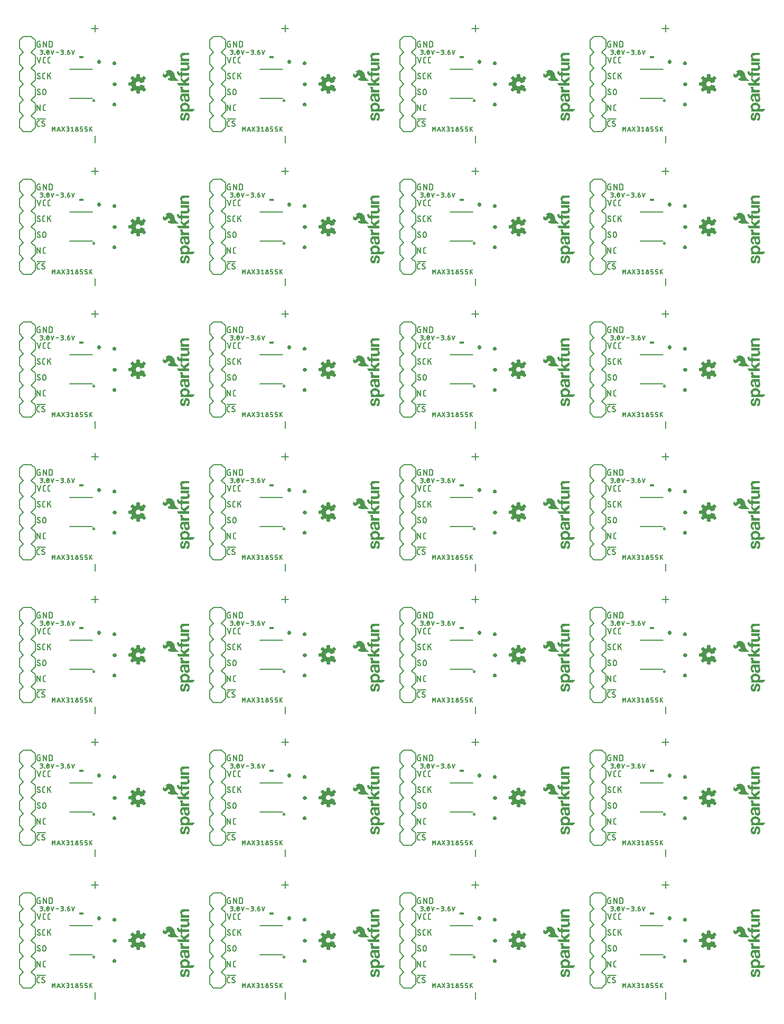
<source format=gto>
G04 EAGLE Gerber RS-274X export*
G75*
%MOMM*%
%FSLAX34Y34*%
%LPD*%
%INSilkscreen Top*%
%IPPOS*%
%AMOC8*
5,1,8,0,0,1.08239X$1,22.5*%
G01*
%ADD10C,0.152400*%
%ADD11C,0.127000*%
%ADD12C,0.558800*%
%ADD13C,0.203200*%
%ADD14R,0.762000X0.457200*%

G36*
X497235Y997840D02*
X497235Y997840D01*
X497343Y997854D01*
X497355Y997860D01*
X497369Y997862D01*
X497465Y997914D01*
X497562Y997961D01*
X497572Y997971D01*
X497584Y997977D01*
X497658Y998057D01*
X497735Y998133D01*
X497741Y998145D01*
X497751Y998156D01*
X497796Y998254D01*
X497844Y998351D01*
X497848Y998369D01*
X497852Y998378D01*
X497854Y998399D01*
X497873Y998496D01*
X498316Y1002847D01*
X499475Y1003218D01*
X499493Y1003228D01*
X499590Y1003266D01*
X500672Y1003823D01*
X504062Y1001059D01*
X504156Y1001005D01*
X504248Y1000948D01*
X504261Y1000945D01*
X504273Y1000938D01*
X504380Y1000917D01*
X504485Y1000892D01*
X504499Y1000894D01*
X504513Y1000891D01*
X504620Y1000906D01*
X504728Y1000916D01*
X504741Y1000922D01*
X504755Y1000924D01*
X504852Y1000972D01*
X504951Y1001017D01*
X504964Y1001028D01*
X504973Y1001032D01*
X504988Y1001048D01*
X505065Y1001110D01*
X507650Y1003695D01*
X507713Y1003784D01*
X507779Y1003869D01*
X507784Y1003882D01*
X507792Y1003894D01*
X507823Y1003997D01*
X507859Y1004100D01*
X507859Y1004114D01*
X507863Y1004127D01*
X507859Y1004235D01*
X507860Y1004344D01*
X507855Y1004357D01*
X507855Y1004371D01*
X507817Y1004473D01*
X507782Y1004575D01*
X507773Y1004590D01*
X507769Y1004599D01*
X507755Y1004616D01*
X507701Y1004698D01*
X504937Y1008088D01*
X505494Y1009170D01*
X505511Y1009223D01*
X505537Y1009272D01*
X505548Y1009338D01*
X505569Y1009402D01*
X505568Y1009458D01*
X505577Y1009512D01*
X505566Y1009579D01*
X505565Y1009646D01*
X505547Y1009698D01*
X505538Y1009753D01*
X505506Y1009813D01*
X505483Y1009876D01*
X505449Y1009919D01*
X505423Y1009969D01*
X505374Y1010015D01*
X505332Y1010067D01*
X505285Y1010098D01*
X505245Y1010136D01*
X505140Y1010192D01*
X505127Y1010200D01*
X505122Y1010201D01*
X505115Y1010205D01*
X499918Y1012358D01*
X499818Y1012381D01*
X499720Y1012410D01*
X499700Y1012409D01*
X499680Y1012414D01*
X499578Y1012404D01*
X499476Y1012399D01*
X499457Y1012392D01*
X499437Y1012390D01*
X499344Y1012348D01*
X499248Y1012310D01*
X499233Y1012297D01*
X499215Y1012289D01*
X499140Y1012219D01*
X499062Y1012153D01*
X499047Y1012132D01*
X499037Y1012122D01*
X499025Y1012101D01*
X498977Y1012032D01*
X498482Y1011148D01*
X497855Y1010469D01*
X497086Y1009955D01*
X496218Y1009635D01*
X495301Y1009527D01*
X494366Y1009640D01*
X493485Y1009971D01*
X492708Y1010503D01*
X492079Y1011204D01*
X491636Y1012034D01*
X491402Y1012946D01*
X491392Y1013888D01*
X491606Y1014804D01*
X492031Y1015644D01*
X492644Y1016358D01*
X493409Y1016907D01*
X494283Y1017258D01*
X495215Y1017391D01*
X496152Y1017299D01*
X497040Y1016987D01*
X497828Y1016472D01*
X498472Y1015785D01*
X498978Y1014886D01*
X499042Y1014807D01*
X499101Y1014725D01*
X499118Y1014712D01*
X499131Y1014696D01*
X499216Y1014642D01*
X499299Y1014582D01*
X499319Y1014576D01*
X499337Y1014565D01*
X499435Y1014541D01*
X499533Y1014511D01*
X499553Y1014512D01*
X499574Y1014507D01*
X499675Y1014516D01*
X499776Y1014519D01*
X499803Y1014527D01*
X499817Y1014528D01*
X499839Y1014538D01*
X499918Y1014562D01*
X505115Y1016715D01*
X505162Y1016744D01*
X505214Y1016765D01*
X505265Y1016808D01*
X505322Y1016844D01*
X505357Y1016887D01*
X505400Y1016923D01*
X505434Y1016980D01*
X505477Y1017032D01*
X505496Y1017084D01*
X505525Y1017132D01*
X505539Y1017198D01*
X505563Y1017261D01*
X505565Y1017316D01*
X505576Y1017370D01*
X505569Y1017437D01*
X505571Y1017504D01*
X505555Y1017558D01*
X505548Y1017613D01*
X505504Y1017724D01*
X505500Y1017738D01*
X505497Y1017742D01*
X505494Y1017750D01*
X504937Y1018832D01*
X507701Y1022222D01*
X507755Y1022316D01*
X507812Y1022408D01*
X507815Y1022421D01*
X507822Y1022433D01*
X507843Y1022540D01*
X507868Y1022645D01*
X507866Y1022659D01*
X507869Y1022673D01*
X507854Y1022780D01*
X507844Y1022888D01*
X507838Y1022901D01*
X507836Y1022915D01*
X507788Y1023012D01*
X507743Y1023111D01*
X507732Y1023124D01*
X507728Y1023133D01*
X507712Y1023148D01*
X507650Y1023225D01*
X505065Y1025810D01*
X504976Y1025873D01*
X504891Y1025939D01*
X504878Y1025944D01*
X504866Y1025952D01*
X504763Y1025983D01*
X504660Y1026019D01*
X504646Y1026019D01*
X504633Y1026023D01*
X504525Y1026019D01*
X504416Y1026020D01*
X504403Y1026015D01*
X504389Y1026015D01*
X504287Y1025977D01*
X504185Y1025942D01*
X504170Y1025933D01*
X504161Y1025929D01*
X504144Y1025915D01*
X504062Y1025861D01*
X500672Y1023097D01*
X499590Y1023654D01*
X499570Y1023660D01*
X499475Y1023702D01*
X498316Y1024073D01*
X497873Y1028424D01*
X497845Y1028528D01*
X497820Y1028634D01*
X497813Y1028646D01*
X497810Y1028659D01*
X497749Y1028749D01*
X497692Y1028842D01*
X497681Y1028850D01*
X497673Y1028862D01*
X497587Y1028928D01*
X497503Y1028997D01*
X497490Y1029001D01*
X497479Y1029010D01*
X497376Y1029044D01*
X497275Y1029083D01*
X497257Y1029084D01*
X497248Y1029088D01*
X497226Y1029088D01*
X497128Y1029097D01*
X493472Y1029097D01*
X493365Y1029080D01*
X493257Y1029066D01*
X493245Y1029060D01*
X493231Y1029058D01*
X493135Y1029006D01*
X493038Y1028959D01*
X493028Y1028949D01*
X493016Y1028943D01*
X492942Y1028863D01*
X492865Y1028787D01*
X492859Y1028775D01*
X492849Y1028765D01*
X492804Y1028666D01*
X492756Y1028569D01*
X492752Y1028551D01*
X492748Y1028542D01*
X492746Y1028521D01*
X492727Y1028424D01*
X492284Y1024073D01*
X491125Y1023702D01*
X491107Y1023692D01*
X491010Y1023654D01*
X489928Y1023097D01*
X486538Y1025861D01*
X486444Y1025915D01*
X486352Y1025972D01*
X486339Y1025975D01*
X486327Y1025982D01*
X486220Y1026003D01*
X486115Y1026028D01*
X486101Y1026026D01*
X486087Y1026029D01*
X485980Y1026014D01*
X485872Y1026004D01*
X485859Y1025998D01*
X485846Y1025996D01*
X485748Y1025948D01*
X485649Y1025903D01*
X485636Y1025892D01*
X485627Y1025888D01*
X485612Y1025872D01*
X485535Y1025810D01*
X482950Y1023225D01*
X482887Y1023136D01*
X482821Y1023051D01*
X482816Y1023038D01*
X482808Y1023026D01*
X482777Y1022923D01*
X482741Y1022820D01*
X482741Y1022806D01*
X482737Y1022793D01*
X482741Y1022685D01*
X482740Y1022576D01*
X482745Y1022563D01*
X482745Y1022549D01*
X482783Y1022447D01*
X482818Y1022345D01*
X482827Y1022330D01*
X482831Y1022321D01*
X482845Y1022304D01*
X482899Y1022222D01*
X485663Y1018832D01*
X485106Y1017750D01*
X485100Y1017730D01*
X485058Y1017635D01*
X484687Y1016476D01*
X480336Y1016033D01*
X480232Y1016005D01*
X480126Y1015980D01*
X480114Y1015973D01*
X480101Y1015970D01*
X480011Y1015909D01*
X479918Y1015852D01*
X479910Y1015841D01*
X479898Y1015833D01*
X479832Y1015747D01*
X479764Y1015663D01*
X479759Y1015650D01*
X479750Y1015639D01*
X479716Y1015536D01*
X479677Y1015435D01*
X479676Y1015417D01*
X479672Y1015408D01*
X479673Y1015386D01*
X479663Y1015288D01*
X479663Y1011632D01*
X479680Y1011525D01*
X479694Y1011417D01*
X479700Y1011405D01*
X479702Y1011391D01*
X479754Y1011295D01*
X479801Y1011198D01*
X479811Y1011188D01*
X479817Y1011176D01*
X479897Y1011102D01*
X479973Y1011025D01*
X479985Y1011019D01*
X479996Y1011009D01*
X480094Y1010964D01*
X480191Y1010916D01*
X480209Y1010912D01*
X480218Y1010908D01*
X480239Y1010906D01*
X480336Y1010887D01*
X484687Y1010444D01*
X485058Y1009285D01*
X485068Y1009267D01*
X485106Y1009170D01*
X485663Y1008088D01*
X482899Y1004698D01*
X482845Y1004604D01*
X482788Y1004512D01*
X482785Y1004499D01*
X482778Y1004487D01*
X482757Y1004380D01*
X482732Y1004275D01*
X482734Y1004261D01*
X482731Y1004247D01*
X482746Y1004140D01*
X482756Y1004032D01*
X482762Y1004019D01*
X482764Y1004006D01*
X482812Y1003908D01*
X482857Y1003809D01*
X482868Y1003796D01*
X482872Y1003787D01*
X482888Y1003772D01*
X482950Y1003695D01*
X485535Y1001110D01*
X485624Y1001047D01*
X485709Y1000981D01*
X485722Y1000976D01*
X485734Y1000968D01*
X485837Y1000937D01*
X485940Y1000901D01*
X485954Y1000901D01*
X485967Y1000897D01*
X486075Y1000901D01*
X486184Y1000900D01*
X486197Y1000905D01*
X486211Y1000905D01*
X486313Y1000943D01*
X486415Y1000978D01*
X486430Y1000987D01*
X486439Y1000991D01*
X486456Y1001005D01*
X486538Y1001059D01*
X489928Y1003823D01*
X491010Y1003266D01*
X491030Y1003260D01*
X491125Y1003218D01*
X492284Y1002847D01*
X492727Y998496D01*
X492755Y998392D01*
X492780Y998286D01*
X492787Y998274D01*
X492790Y998261D01*
X492851Y998171D01*
X492908Y998078D01*
X492919Y998070D01*
X492927Y998058D01*
X493013Y997992D01*
X493097Y997924D01*
X493110Y997919D01*
X493121Y997910D01*
X493224Y997876D01*
X493325Y997837D01*
X493343Y997836D01*
X493352Y997832D01*
X493374Y997833D01*
X493472Y997823D01*
X497128Y997823D01*
X497235Y997840D01*
G37*
G36*
X1106835Y997840D02*
X1106835Y997840D01*
X1106943Y997854D01*
X1106955Y997860D01*
X1106969Y997862D01*
X1107065Y997914D01*
X1107162Y997961D01*
X1107172Y997971D01*
X1107184Y997977D01*
X1107258Y998057D01*
X1107335Y998133D01*
X1107341Y998145D01*
X1107351Y998156D01*
X1107396Y998254D01*
X1107444Y998351D01*
X1107448Y998369D01*
X1107452Y998378D01*
X1107454Y998399D01*
X1107473Y998496D01*
X1107916Y1002847D01*
X1109075Y1003218D01*
X1109093Y1003228D01*
X1109190Y1003266D01*
X1110272Y1003823D01*
X1113662Y1001059D01*
X1113756Y1001005D01*
X1113848Y1000948D01*
X1113861Y1000945D01*
X1113873Y1000938D01*
X1113980Y1000917D01*
X1114085Y1000892D01*
X1114099Y1000894D01*
X1114113Y1000891D01*
X1114220Y1000906D01*
X1114328Y1000916D01*
X1114341Y1000922D01*
X1114355Y1000924D01*
X1114452Y1000972D01*
X1114551Y1001017D01*
X1114564Y1001028D01*
X1114573Y1001032D01*
X1114588Y1001048D01*
X1114665Y1001110D01*
X1117250Y1003695D01*
X1117313Y1003784D01*
X1117379Y1003869D01*
X1117384Y1003882D01*
X1117392Y1003894D01*
X1117423Y1003997D01*
X1117459Y1004100D01*
X1117459Y1004114D01*
X1117463Y1004127D01*
X1117459Y1004235D01*
X1117460Y1004344D01*
X1117455Y1004357D01*
X1117455Y1004371D01*
X1117417Y1004473D01*
X1117382Y1004575D01*
X1117373Y1004590D01*
X1117369Y1004599D01*
X1117355Y1004616D01*
X1117301Y1004698D01*
X1114537Y1008088D01*
X1115094Y1009170D01*
X1115111Y1009223D01*
X1115137Y1009272D01*
X1115148Y1009338D01*
X1115169Y1009402D01*
X1115168Y1009458D01*
X1115177Y1009512D01*
X1115166Y1009579D01*
X1115165Y1009646D01*
X1115147Y1009698D01*
X1115138Y1009753D01*
X1115106Y1009813D01*
X1115083Y1009876D01*
X1115049Y1009919D01*
X1115023Y1009969D01*
X1114974Y1010015D01*
X1114932Y1010067D01*
X1114885Y1010098D01*
X1114845Y1010136D01*
X1114740Y1010192D01*
X1114727Y1010200D01*
X1114722Y1010201D01*
X1114715Y1010205D01*
X1109518Y1012358D01*
X1109418Y1012381D01*
X1109320Y1012410D01*
X1109300Y1012409D01*
X1109280Y1012414D01*
X1109178Y1012404D01*
X1109076Y1012399D01*
X1109057Y1012392D01*
X1109037Y1012390D01*
X1108944Y1012348D01*
X1108848Y1012310D01*
X1108833Y1012297D01*
X1108815Y1012289D01*
X1108740Y1012219D01*
X1108662Y1012153D01*
X1108647Y1012132D01*
X1108637Y1012122D01*
X1108625Y1012101D01*
X1108577Y1012032D01*
X1108082Y1011148D01*
X1107455Y1010469D01*
X1106686Y1009955D01*
X1105818Y1009635D01*
X1104901Y1009527D01*
X1103966Y1009640D01*
X1103085Y1009971D01*
X1102308Y1010503D01*
X1101679Y1011204D01*
X1101236Y1012034D01*
X1101002Y1012946D01*
X1100992Y1013888D01*
X1101206Y1014804D01*
X1101631Y1015644D01*
X1102244Y1016358D01*
X1103009Y1016907D01*
X1103883Y1017258D01*
X1104815Y1017391D01*
X1105752Y1017299D01*
X1106640Y1016987D01*
X1107428Y1016472D01*
X1108072Y1015785D01*
X1108578Y1014886D01*
X1108642Y1014807D01*
X1108701Y1014725D01*
X1108718Y1014712D01*
X1108731Y1014696D01*
X1108816Y1014642D01*
X1108899Y1014582D01*
X1108919Y1014576D01*
X1108937Y1014565D01*
X1109035Y1014541D01*
X1109133Y1014511D01*
X1109153Y1014512D01*
X1109174Y1014507D01*
X1109275Y1014516D01*
X1109376Y1014519D01*
X1109403Y1014527D01*
X1109417Y1014528D01*
X1109439Y1014538D01*
X1109518Y1014562D01*
X1114715Y1016715D01*
X1114762Y1016744D01*
X1114814Y1016765D01*
X1114865Y1016808D01*
X1114922Y1016844D01*
X1114957Y1016887D01*
X1115000Y1016923D01*
X1115034Y1016980D01*
X1115077Y1017032D01*
X1115096Y1017084D01*
X1115125Y1017132D01*
X1115139Y1017198D01*
X1115163Y1017261D01*
X1115165Y1017316D01*
X1115176Y1017370D01*
X1115169Y1017437D01*
X1115171Y1017504D01*
X1115155Y1017558D01*
X1115148Y1017613D01*
X1115104Y1017724D01*
X1115100Y1017738D01*
X1115097Y1017742D01*
X1115094Y1017750D01*
X1114537Y1018832D01*
X1117301Y1022222D01*
X1117355Y1022316D01*
X1117412Y1022408D01*
X1117415Y1022421D01*
X1117422Y1022433D01*
X1117443Y1022540D01*
X1117468Y1022645D01*
X1117466Y1022659D01*
X1117469Y1022673D01*
X1117454Y1022780D01*
X1117444Y1022888D01*
X1117438Y1022901D01*
X1117436Y1022915D01*
X1117388Y1023012D01*
X1117343Y1023111D01*
X1117332Y1023124D01*
X1117328Y1023133D01*
X1117312Y1023148D01*
X1117250Y1023225D01*
X1114665Y1025810D01*
X1114576Y1025873D01*
X1114491Y1025939D01*
X1114478Y1025944D01*
X1114466Y1025952D01*
X1114363Y1025983D01*
X1114260Y1026019D01*
X1114246Y1026019D01*
X1114233Y1026023D01*
X1114125Y1026019D01*
X1114016Y1026020D01*
X1114003Y1026015D01*
X1113989Y1026015D01*
X1113887Y1025977D01*
X1113785Y1025942D01*
X1113770Y1025933D01*
X1113761Y1025929D01*
X1113744Y1025915D01*
X1113662Y1025861D01*
X1110272Y1023097D01*
X1109190Y1023654D01*
X1109170Y1023660D01*
X1109075Y1023702D01*
X1107916Y1024073D01*
X1107473Y1028424D01*
X1107445Y1028528D01*
X1107420Y1028634D01*
X1107413Y1028646D01*
X1107410Y1028659D01*
X1107349Y1028749D01*
X1107292Y1028842D01*
X1107281Y1028850D01*
X1107273Y1028862D01*
X1107187Y1028928D01*
X1107103Y1028997D01*
X1107090Y1029001D01*
X1107079Y1029010D01*
X1106976Y1029044D01*
X1106875Y1029083D01*
X1106857Y1029084D01*
X1106848Y1029088D01*
X1106826Y1029088D01*
X1106728Y1029097D01*
X1103072Y1029097D01*
X1102965Y1029080D01*
X1102857Y1029066D01*
X1102845Y1029060D01*
X1102831Y1029058D01*
X1102735Y1029006D01*
X1102638Y1028959D01*
X1102628Y1028949D01*
X1102616Y1028943D01*
X1102542Y1028863D01*
X1102465Y1028787D01*
X1102459Y1028775D01*
X1102449Y1028765D01*
X1102404Y1028666D01*
X1102356Y1028569D01*
X1102352Y1028551D01*
X1102348Y1028542D01*
X1102346Y1028521D01*
X1102327Y1028424D01*
X1101884Y1024073D01*
X1100725Y1023702D01*
X1100707Y1023692D01*
X1100610Y1023654D01*
X1099528Y1023097D01*
X1096138Y1025861D01*
X1096044Y1025915D01*
X1095952Y1025972D01*
X1095939Y1025975D01*
X1095927Y1025982D01*
X1095820Y1026003D01*
X1095715Y1026028D01*
X1095701Y1026026D01*
X1095687Y1026029D01*
X1095580Y1026014D01*
X1095472Y1026004D01*
X1095459Y1025998D01*
X1095446Y1025996D01*
X1095348Y1025948D01*
X1095249Y1025903D01*
X1095236Y1025892D01*
X1095227Y1025888D01*
X1095212Y1025872D01*
X1095135Y1025810D01*
X1092550Y1023225D01*
X1092487Y1023136D01*
X1092421Y1023051D01*
X1092416Y1023038D01*
X1092408Y1023026D01*
X1092377Y1022923D01*
X1092341Y1022820D01*
X1092341Y1022806D01*
X1092337Y1022793D01*
X1092341Y1022685D01*
X1092340Y1022576D01*
X1092345Y1022563D01*
X1092345Y1022549D01*
X1092383Y1022447D01*
X1092418Y1022345D01*
X1092427Y1022330D01*
X1092431Y1022321D01*
X1092445Y1022304D01*
X1092499Y1022222D01*
X1095263Y1018832D01*
X1094706Y1017750D01*
X1094700Y1017730D01*
X1094658Y1017635D01*
X1094287Y1016476D01*
X1089936Y1016033D01*
X1089832Y1016005D01*
X1089726Y1015980D01*
X1089714Y1015973D01*
X1089701Y1015970D01*
X1089611Y1015909D01*
X1089518Y1015852D01*
X1089510Y1015841D01*
X1089498Y1015833D01*
X1089432Y1015747D01*
X1089364Y1015663D01*
X1089359Y1015650D01*
X1089350Y1015639D01*
X1089316Y1015536D01*
X1089277Y1015435D01*
X1089276Y1015417D01*
X1089272Y1015408D01*
X1089273Y1015386D01*
X1089263Y1015288D01*
X1089263Y1011632D01*
X1089280Y1011525D01*
X1089294Y1011417D01*
X1089300Y1011405D01*
X1089302Y1011391D01*
X1089354Y1011295D01*
X1089401Y1011198D01*
X1089411Y1011188D01*
X1089417Y1011176D01*
X1089497Y1011102D01*
X1089573Y1011025D01*
X1089585Y1011019D01*
X1089596Y1011009D01*
X1089694Y1010964D01*
X1089791Y1010916D01*
X1089809Y1010912D01*
X1089818Y1010908D01*
X1089839Y1010906D01*
X1089936Y1010887D01*
X1094287Y1010444D01*
X1094658Y1009285D01*
X1094668Y1009267D01*
X1094706Y1009170D01*
X1095263Y1008088D01*
X1092499Y1004698D01*
X1092445Y1004604D01*
X1092388Y1004512D01*
X1092385Y1004499D01*
X1092378Y1004487D01*
X1092357Y1004380D01*
X1092332Y1004275D01*
X1092334Y1004261D01*
X1092331Y1004247D01*
X1092346Y1004140D01*
X1092356Y1004032D01*
X1092362Y1004019D01*
X1092364Y1004006D01*
X1092412Y1003908D01*
X1092457Y1003809D01*
X1092468Y1003796D01*
X1092472Y1003787D01*
X1092488Y1003772D01*
X1092550Y1003695D01*
X1095135Y1001110D01*
X1095224Y1001047D01*
X1095309Y1000981D01*
X1095322Y1000976D01*
X1095334Y1000968D01*
X1095437Y1000937D01*
X1095540Y1000901D01*
X1095554Y1000901D01*
X1095567Y1000897D01*
X1095675Y1000901D01*
X1095784Y1000900D01*
X1095797Y1000905D01*
X1095811Y1000905D01*
X1095913Y1000943D01*
X1096015Y1000978D01*
X1096030Y1000987D01*
X1096039Y1000991D01*
X1096056Y1001005D01*
X1096138Y1001059D01*
X1099528Y1003823D01*
X1100610Y1003266D01*
X1100630Y1003260D01*
X1100725Y1003218D01*
X1101884Y1002847D01*
X1102327Y998496D01*
X1102355Y998392D01*
X1102380Y998286D01*
X1102387Y998274D01*
X1102390Y998261D01*
X1102451Y998171D01*
X1102508Y998078D01*
X1102519Y998070D01*
X1102527Y998058D01*
X1102613Y997992D01*
X1102697Y997924D01*
X1102710Y997919D01*
X1102721Y997910D01*
X1102824Y997876D01*
X1102925Y997837D01*
X1102943Y997836D01*
X1102952Y997832D01*
X1102974Y997833D01*
X1103072Y997823D01*
X1106728Y997823D01*
X1106835Y997840D01*
G37*
G36*
X802035Y997840D02*
X802035Y997840D01*
X802143Y997854D01*
X802155Y997860D01*
X802169Y997862D01*
X802265Y997914D01*
X802362Y997961D01*
X802372Y997971D01*
X802384Y997977D01*
X802458Y998057D01*
X802535Y998133D01*
X802541Y998145D01*
X802551Y998156D01*
X802596Y998254D01*
X802644Y998351D01*
X802648Y998369D01*
X802652Y998378D01*
X802654Y998399D01*
X802673Y998496D01*
X803116Y1002847D01*
X804275Y1003218D01*
X804293Y1003228D01*
X804390Y1003266D01*
X805472Y1003823D01*
X808862Y1001059D01*
X808956Y1001005D01*
X809048Y1000948D01*
X809061Y1000945D01*
X809073Y1000938D01*
X809180Y1000917D01*
X809285Y1000892D01*
X809299Y1000894D01*
X809313Y1000891D01*
X809420Y1000906D01*
X809528Y1000916D01*
X809541Y1000922D01*
X809555Y1000924D01*
X809652Y1000972D01*
X809751Y1001017D01*
X809764Y1001028D01*
X809773Y1001032D01*
X809788Y1001048D01*
X809865Y1001110D01*
X812450Y1003695D01*
X812513Y1003784D01*
X812579Y1003869D01*
X812584Y1003882D01*
X812592Y1003894D01*
X812623Y1003997D01*
X812659Y1004100D01*
X812659Y1004114D01*
X812663Y1004127D01*
X812659Y1004235D01*
X812660Y1004344D01*
X812655Y1004357D01*
X812655Y1004371D01*
X812617Y1004473D01*
X812582Y1004575D01*
X812573Y1004590D01*
X812569Y1004599D01*
X812555Y1004616D01*
X812501Y1004698D01*
X809737Y1008088D01*
X810294Y1009170D01*
X810311Y1009223D01*
X810337Y1009272D01*
X810348Y1009338D01*
X810369Y1009402D01*
X810368Y1009458D01*
X810377Y1009512D01*
X810366Y1009579D01*
X810365Y1009646D01*
X810347Y1009698D01*
X810338Y1009753D01*
X810306Y1009813D01*
X810283Y1009876D01*
X810249Y1009919D01*
X810223Y1009969D01*
X810174Y1010015D01*
X810132Y1010067D01*
X810085Y1010098D01*
X810045Y1010136D01*
X809940Y1010192D01*
X809927Y1010200D01*
X809922Y1010201D01*
X809915Y1010205D01*
X804718Y1012358D01*
X804618Y1012381D01*
X804520Y1012410D01*
X804500Y1012409D01*
X804480Y1012414D01*
X804378Y1012404D01*
X804276Y1012399D01*
X804257Y1012392D01*
X804237Y1012390D01*
X804144Y1012348D01*
X804048Y1012310D01*
X804033Y1012297D01*
X804015Y1012289D01*
X803940Y1012219D01*
X803862Y1012153D01*
X803847Y1012132D01*
X803837Y1012122D01*
X803825Y1012101D01*
X803777Y1012032D01*
X803282Y1011148D01*
X802655Y1010469D01*
X801886Y1009955D01*
X801018Y1009635D01*
X800101Y1009527D01*
X799166Y1009640D01*
X798285Y1009971D01*
X797508Y1010503D01*
X796879Y1011204D01*
X796436Y1012034D01*
X796202Y1012946D01*
X796192Y1013888D01*
X796406Y1014804D01*
X796831Y1015644D01*
X797444Y1016358D01*
X798209Y1016907D01*
X799083Y1017258D01*
X800015Y1017391D01*
X800952Y1017299D01*
X801840Y1016987D01*
X802628Y1016472D01*
X803272Y1015785D01*
X803778Y1014886D01*
X803842Y1014807D01*
X803901Y1014725D01*
X803918Y1014712D01*
X803931Y1014696D01*
X804016Y1014642D01*
X804099Y1014582D01*
X804119Y1014576D01*
X804137Y1014565D01*
X804235Y1014541D01*
X804333Y1014511D01*
X804353Y1014512D01*
X804374Y1014507D01*
X804475Y1014516D01*
X804576Y1014519D01*
X804603Y1014527D01*
X804617Y1014528D01*
X804639Y1014538D01*
X804718Y1014562D01*
X809915Y1016715D01*
X809962Y1016744D01*
X810014Y1016765D01*
X810065Y1016808D01*
X810122Y1016844D01*
X810157Y1016887D01*
X810200Y1016923D01*
X810234Y1016980D01*
X810277Y1017032D01*
X810296Y1017084D01*
X810325Y1017132D01*
X810339Y1017198D01*
X810363Y1017261D01*
X810365Y1017316D01*
X810376Y1017370D01*
X810369Y1017437D01*
X810371Y1017504D01*
X810355Y1017558D01*
X810348Y1017613D01*
X810304Y1017724D01*
X810300Y1017738D01*
X810297Y1017742D01*
X810294Y1017750D01*
X809737Y1018832D01*
X812501Y1022222D01*
X812555Y1022316D01*
X812612Y1022408D01*
X812615Y1022421D01*
X812622Y1022433D01*
X812643Y1022540D01*
X812668Y1022645D01*
X812666Y1022659D01*
X812669Y1022673D01*
X812654Y1022780D01*
X812644Y1022888D01*
X812638Y1022901D01*
X812636Y1022915D01*
X812588Y1023012D01*
X812543Y1023111D01*
X812532Y1023124D01*
X812528Y1023133D01*
X812512Y1023148D01*
X812450Y1023225D01*
X809865Y1025810D01*
X809776Y1025873D01*
X809691Y1025939D01*
X809678Y1025944D01*
X809666Y1025952D01*
X809563Y1025983D01*
X809460Y1026019D01*
X809446Y1026019D01*
X809433Y1026023D01*
X809325Y1026019D01*
X809216Y1026020D01*
X809203Y1026015D01*
X809189Y1026015D01*
X809087Y1025977D01*
X808985Y1025942D01*
X808970Y1025933D01*
X808961Y1025929D01*
X808944Y1025915D01*
X808862Y1025861D01*
X805472Y1023097D01*
X804390Y1023654D01*
X804370Y1023660D01*
X804275Y1023702D01*
X803116Y1024073D01*
X802673Y1028424D01*
X802645Y1028528D01*
X802620Y1028634D01*
X802613Y1028646D01*
X802610Y1028659D01*
X802549Y1028749D01*
X802492Y1028842D01*
X802481Y1028850D01*
X802473Y1028862D01*
X802387Y1028928D01*
X802303Y1028997D01*
X802290Y1029001D01*
X802279Y1029010D01*
X802176Y1029044D01*
X802075Y1029083D01*
X802057Y1029084D01*
X802048Y1029088D01*
X802026Y1029088D01*
X801928Y1029097D01*
X798272Y1029097D01*
X798165Y1029080D01*
X798057Y1029066D01*
X798045Y1029060D01*
X798031Y1029058D01*
X797935Y1029006D01*
X797838Y1028959D01*
X797828Y1028949D01*
X797816Y1028943D01*
X797742Y1028863D01*
X797665Y1028787D01*
X797659Y1028775D01*
X797649Y1028765D01*
X797604Y1028666D01*
X797556Y1028569D01*
X797552Y1028551D01*
X797548Y1028542D01*
X797546Y1028521D01*
X797527Y1028424D01*
X797084Y1024073D01*
X795925Y1023702D01*
X795907Y1023692D01*
X795810Y1023654D01*
X794728Y1023097D01*
X791338Y1025861D01*
X791244Y1025915D01*
X791152Y1025972D01*
X791139Y1025975D01*
X791127Y1025982D01*
X791020Y1026003D01*
X790915Y1026028D01*
X790901Y1026026D01*
X790887Y1026029D01*
X790780Y1026014D01*
X790672Y1026004D01*
X790659Y1025998D01*
X790646Y1025996D01*
X790548Y1025948D01*
X790449Y1025903D01*
X790436Y1025892D01*
X790427Y1025888D01*
X790412Y1025872D01*
X790335Y1025810D01*
X787750Y1023225D01*
X787687Y1023136D01*
X787621Y1023051D01*
X787616Y1023038D01*
X787608Y1023026D01*
X787577Y1022923D01*
X787541Y1022820D01*
X787541Y1022806D01*
X787537Y1022793D01*
X787541Y1022685D01*
X787540Y1022576D01*
X787545Y1022563D01*
X787545Y1022549D01*
X787583Y1022447D01*
X787618Y1022345D01*
X787627Y1022330D01*
X787631Y1022321D01*
X787645Y1022304D01*
X787699Y1022222D01*
X790463Y1018832D01*
X789906Y1017750D01*
X789900Y1017730D01*
X789858Y1017635D01*
X789487Y1016476D01*
X785136Y1016033D01*
X785032Y1016005D01*
X784926Y1015980D01*
X784914Y1015973D01*
X784901Y1015970D01*
X784811Y1015909D01*
X784718Y1015852D01*
X784710Y1015841D01*
X784698Y1015833D01*
X784632Y1015747D01*
X784564Y1015663D01*
X784559Y1015650D01*
X784550Y1015639D01*
X784516Y1015536D01*
X784477Y1015435D01*
X784476Y1015417D01*
X784472Y1015408D01*
X784473Y1015386D01*
X784463Y1015288D01*
X784463Y1011632D01*
X784480Y1011525D01*
X784494Y1011417D01*
X784500Y1011405D01*
X784502Y1011391D01*
X784554Y1011295D01*
X784601Y1011198D01*
X784611Y1011188D01*
X784617Y1011176D01*
X784697Y1011102D01*
X784773Y1011025D01*
X784785Y1011019D01*
X784796Y1011009D01*
X784894Y1010964D01*
X784991Y1010916D01*
X785009Y1010912D01*
X785018Y1010908D01*
X785039Y1010906D01*
X785136Y1010887D01*
X789487Y1010444D01*
X789858Y1009285D01*
X789868Y1009267D01*
X789906Y1009170D01*
X790463Y1008088D01*
X787699Y1004698D01*
X787645Y1004604D01*
X787588Y1004512D01*
X787585Y1004499D01*
X787578Y1004487D01*
X787557Y1004380D01*
X787532Y1004275D01*
X787534Y1004261D01*
X787531Y1004247D01*
X787546Y1004140D01*
X787556Y1004032D01*
X787562Y1004019D01*
X787564Y1004006D01*
X787612Y1003908D01*
X787657Y1003809D01*
X787668Y1003796D01*
X787672Y1003787D01*
X787688Y1003772D01*
X787750Y1003695D01*
X790335Y1001110D01*
X790424Y1001047D01*
X790509Y1000981D01*
X790522Y1000976D01*
X790534Y1000968D01*
X790637Y1000937D01*
X790740Y1000901D01*
X790754Y1000901D01*
X790767Y1000897D01*
X790875Y1000901D01*
X790984Y1000900D01*
X790997Y1000905D01*
X791011Y1000905D01*
X791113Y1000943D01*
X791215Y1000978D01*
X791230Y1000987D01*
X791239Y1000991D01*
X791256Y1001005D01*
X791338Y1001059D01*
X794728Y1003823D01*
X795810Y1003266D01*
X795830Y1003260D01*
X795925Y1003218D01*
X797084Y1002847D01*
X797527Y998496D01*
X797555Y998392D01*
X797580Y998286D01*
X797587Y998274D01*
X797590Y998261D01*
X797651Y998171D01*
X797708Y998078D01*
X797719Y998070D01*
X797727Y998058D01*
X797813Y997992D01*
X797897Y997924D01*
X797910Y997919D01*
X797921Y997910D01*
X798024Y997876D01*
X798125Y997837D01*
X798143Y997836D01*
X798152Y997832D01*
X798174Y997833D01*
X798272Y997823D01*
X801928Y997823D01*
X802035Y997840D01*
G37*
G36*
X192435Y997840D02*
X192435Y997840D01*
X192543Y997854D01*
X192555Y997860D01*
X192569Y997862D01*
X192665Y997914D01*
X192762Y997961D01*
X192772Y997971D01*
X192784Y997977D01*
X192858Y998057D01*
X192935Y998133D01*
X192941Y998145D01*
X192951Y998156D01*
X192996Y998254D01*
X193044Y998351D01*
X193048Y998369D01*
X193052Y998378D01*
X193054Y998399D01*
X193073Y998496D01*
X193516Y1002847D01*
X194675Y1003218D01*
X194693Y1003228D01*
X194790Y1003266D01*
X195872Y1003823D01*
X199262Y1001059D01*
X199356Y1001005D01*
X199448Y1000948D01*
X199461Y1000945D01*
X199473Y1000938D01*
X199580Y1000917D01*
X199685Y1000892D01*
X199699Y1000894D01*
X199713Y1000891D01*
X199820Y1000906D01*
X199928Y1000916D01*
X199941Y1000922D01*
X199955Y1000924D01*
X200052Y1000972D01*
X200151Y1001017D01*
X200164Y1001028D01*
X200173Y1001032D01*
X200188Y1001048D01*
X200265Y1001110D01*
X202850Y1003695D01*
X202913Y1003784D01*
X202979Y1003869D01*
X202984Y1003882D01*
X202992Y1003894D01*
X203023Y1003997D01*
X203059Y1004100D01*
X203059Y1004114D01*
X203063Y1004127D01*
X203059Y1004235D01*
X203060Y1004344D01*
X203055Y1004357D01*
X203055Y1004371D01*
X203017Y1004473D01*
X202982Y1004575D01*
X202973Y1004590D01*
X202969Y1004599D01*
X202955Y1004616D01*
X202901Y1004698D01*
X200137Y1008088D01*
X200694Y1009170D01*
X200711Y1009223D01*
X200737Y1009272D01*
X200748Y1009338D01*
X200769Y1009402D01*
X200768Y1009458D01*
X200777Y1009512D01*
X200766Y1009579D01*
X200765Y1009646D01*
X200747Y1009698D01*
X200738Y1009753D01*
X200706Y1009813D01*
X200683Y1009876D01*
X200649Y1009919D01*
X200623Y1009969D01*
X200574Y1010015D01*
X200532Y1010067D01*
X200485Y1010098D01*
X200445Y1010136D01*
X200340Y1010192D01*
X200327Y1010200D01*
X200322Y1010201D01*
X200315Y1010205D01*
X195118Y1012358D01*
X195018Y1012381D01*
X194920Y1012410D01*
X194900Y1012409D01*
X194880Y1012414D01*
X194778Y1012404D01*
X194676Y1012399D01*
X194657Y1012392D01*
X194637Y1012390D01*
X194544Y1012348D01*
X194448Y1012310D01*
X194433Y1012297D01*
X194415Y1012289D01*
X194340Y1012219D01*
X194262Y1012153D01*
X194247Y1012132D01*
X194237Y1012122D01*
X194225Y1012101D01*
X194177Y1012032D01*
X193682Y1011148D01*
X193055Y1010469D01*
X192286Y1009955D01*
X191418Y1009635D01*
X190501Y1009527D01*
X189566Y1009640D01*
X188685Y1009971D01*
X187908Y1010503D01*
X187279Y1011204D01*
X186836Y1012034D01*
X186602Y1012946D01*
X186592Y1013888D01*
X186806Y1014804D01*
X187231Y1015644D01*
X187844Y1016358D01*
X188609Y1016907D01*
X189483Y1017258D01*
X190415Y1017391D01*
X191352Y1017299D01*
X192240Y1016987D01*
X193028Y1016472D01*
X193672Y1015785D01*
X194178Y1014886D01*
X194242Y1014807D01*
X194301Y1014725D01*
X194318Y1014712D01*
X194331Y1014696D01*
X194416Y1014642D01*
X194499Y1014582D01*
X194519Y1014576D01*
X194537Y1014565D01*
X194635Y1014541D01*
X194733Y1014511D01*
X194753Y1014512D01*
X194774Y1014507D01*
X194875Y1014516D01*
X194976Y1014519D01*
X195003Y1014527D01*
X195017Y1014528D01*
X195039Y1014538D01*
X195118Y1014562D01*
X200315Y1016715D01*
X200362Y1016744D01*
X200414Y1016765D01*
X200465Y1016808D01*
X200522Y1016844D01*
X200557Y1016887D01*
X200600Y1016923D01*
X200634Y1016980D01*
X200677Y1017032D01*
X200696Y1017084D01*
X200725Y1017132D01*
X200739Y1017198D01*
X200763Y1017261D01*
X200765Y1017316D01*
X200776Y1017370D01*
X200769Y1017437D01*
X200771Y1017504D01*
X200755Y1017558D01*
X200748Y1017613D01*
X200704Y1017724D01*
X200700Y1017738D01*
X200697Y1017742D01*
X200694Y1017750D01*
X200137Y1018832D01*
X202901Y1022222D01*
X202955Y1022316D01*
X203012Y1022408D01*
X203015Y1022421D01*
X203022Y1022433D01*
X203043Y1022540D01*
X203068Y1022645D01*
X203066Y1022659D01*
X203069Y1022673D01*
X203054Y1022780D01*
X203044Y1022888D01*
X203038Y1022901D01*
X203036Y1022915D01*
X202988Y1023012D01*
X202943Y1023111D01*
X202932Y1023124D01*
X202928Y1023133D01*
X202912Y1023148D01*
X202850Y1023225D01*
X200265Y1025810D01*
X200176Y1025873D01*
X200091Y1025939D01*
X200078Y1025944D01*
X200066Y1025952D01*
X199963Y1025983D01*
X199860Y1026019D01*
X199846Y1026019D01*
X199833Y1026023D01*
X199725Y1026019D01*
X199616Y1026020D01*
X199603Y1026015D01*
X199589Y1026015D01*
X199487Y1025977D01*
X199385Y1025942D01*
X199370Y1025933D01*
X199361Y1025929D01*
X199344Y1025915D01*
X199262Y1025861D01*
X195872Y1023097D01*
X194790Y1023654D01*
X194770Y1023660D01*
X194675Y1023702D01*
X193516Y1024073D01*
X193073Y1028424D01*
X193045Y1028528D01*
X193020Y1028634D01*
X193013Y1028646D01*
X193010Y1028659D01*
X192949Y1028749D01*
X192892Y1028842D01*
X192881Y1028850D01*
X192873Y1028862D01*
X192787Y1028928D01*
X192703Y1028997D01*
X192690Y1029001D01*
X192679Y1029010D01*
X192576Y1029044D01*
X192475Y1029083D01*
X192457Y1029084D01*
X192448Y1029088D01*
X192426Y1029088D01*
X192328Y1029097D01*
X188672Y1029097D01*
X188565Y1029080D01*
X188457Y1029066D01*
X188445Y1029060D01*
X188431Y1029058D01*
X188335Y1029006D01*
X188238Y1028959D01*
X188228Y1028949D01*
X188216Y1028943D01*
X188142Y1028863D01*
X188065Y1028787D01*
X188059Y1028775D01*
X188049Y1028765D01*
X188004Y1028666D01*
X187956Y1028569D01*
X187952Y1028551D01*
X187948Y1028542D01*
X187946Y1028521D01*
X187927Y1028424D01*
X187484Y1024073D01*
X186325Y1023702D01*
X186307Y1023692D01*
X186210Y1023654D01*
X185128Y1023097D01*
X181738Y1025861D01*
X181644Y1025915D01*
X181552Y1025972D01*
X181539Y1025975D01*
X181527Y1025982D01*
X181420Y1026003D01*
X181315Y1026028D01*
X181301Y1026026D01*
X181287Y1026029D01*
X181180Y1026014D01*
X181072Y1026004D01*
X181059Y1025998D01*
X181046Y1025996D01*
X180948Y1025948D01*
X180849Y1025903D01*
X180836Y1025892D01*
X180827Y1025888D01*
X180812Y1025872D01*
X180735Y1025810D01*
X178150Y1023225D01*
X178087Y1023136D01*
X178021Y1023051D01*
X178016Y1023038D01*
X178008Y1023026D01*
X177977Y1022923D01*
X177941Y1022820D01*
X177941Y1022806D01*
X177937Y1022793D01*
X177941Y1022685D01*
X177940Y1022576D01*
X177945Y1022563D01*
X177945Y1022549D01*
X177983Y1022447D01*
X178018Y1022345D01*
X178027Y1022330D01*
X178031Y1022321D01*
X178045Y1022304D01*
X178099Y1022222D01*
X180863Y1018832D01*
X180306Y1017750D01*
X180300Y1017730D01*
X180258Y1017635D01*
X179887Y1016476D01*
X175536Y1016033D01*
X175432Y1016005D01*
X175326Y1015980D01*
X175314Y1015973D01*
X175301Y1015970D01*
X175211Y1015909D01*
X175118Y1015852D01*
X175110Y1015841D01*
X175098Y1015833D01*
X175032Y1015747D01*
X174964Y1015663D01*
X174959Y1015650D01*
X174950Y1015639D01*
X174916Y1015536D01*
X174877Y1015435D01*
X174876Y1015417D01*
X174872Y1015408D01*
X174873Y1015386D01*
X174863Y1015288D01*
X174863Y1011632D01*
X174880Y1011525D01*
X174894Y1011417D01*
X174900Y1011405D01*
X174902Y1011391D01*
X174954Y1011295D01*
X175001Y1011198D01*
X175011Y1011188D01*
X175017Y1011176D01*
X175097Y1011102D01*
X175173Y1011025D01*
X175185Y1011019D01*
X175196Y1011009D01*
X175294Y1010964D01*
X175391Y1010916D01*
X175409Y1010912D01*
X175418Y1010908D01*
X175439Y1010906D01*
X175536Y1010887D01*
X179887Y1010444D01*
X180258Y1009285D01*
X180268Y1009267D01*
X180306Y1009170D01*
X180863Y1008088D01*
X178099Y1004698D01*
X178045Y1004604D01*
X177988Y1004512D01*
X177985Y1004499D01*
X177978Y1004487D01*
X177957Y1004380D01*
X177932Y1004275D01*
X177934Y1004261D01*
X177931Y1004247D01*
X177946Y1004140D01*
X177956Y1004032D01*
X177962Y1004019D01*
X177964Y1004006D01*
X178012Y1003908D01*
X178057Y1003809D01*
X178068Y1003796D01*
X178072Y1003787D01*
X178088Y1003772D01*
X178150Y1003695D01*
X180735Y1001110D01*
X180824Y1001047D01*
X180909Y1000981D01*
X180922Y1000976D01*
X180934Y1000968D01*
X181037Y1000937D01*
X181140Y1000901D01*
X181154Y1000901D01*
X181167Y1000897D01*
X181275Y1000901D01*
X181384Y1000900D01*
X181397Y1000905D01*
X181411Y1000905D01*
X181513Y1000943D01*
X181615Y1000978D01*
X181630Y1000987D01*
X181639Y1000991D01*
X181656Y1001005D01*
X181738Y1001059D01*
X185128Y1003823D01*
X186210Y1003266D01*
X186230Y1003260D01*
X186325Y1003218D01*
X187484Y1002847D01*
X187927Y998496D01*
X187955Y998392D01*
X187980Y998286D01*
X187987Y998274D01*
X187990Y998261D01*
X188051Y998171D01*
X188108Y998078D01*
X188119Y998070D01*
X188127Y998058D01*
X188213Y997992D01*
X188297Y997924D01*
X188310Y997919D01*
X188321Y997910D01*
X188424Y997876D01*
X188525Y997837D01*
X188543Y997836D01*
X188552Y997832D01*
X188574Y997833D01*
X188672Y997823D01*
X192328Y997823D01*
X192435Y997840D01*
G37*
G36*
X1106835Y1455040D02*
X1106835Y1455040D01*
X1106943Y1455054D01*
X1106955Y1455060D01*
X1106969Y1455062D01*
X1107065Y1455114D01*
X1107162Y1455161D01*
X1107172Y1455171D01*
X1107184Y1455177D01*
X1107258Y1455257D01*
X1107335Y1455333D01*
X1107341Y1455345D01*
X1107351Y1455356D01*
X1107396Y1455454D01*
X1107444Y1455551D01*
X1107448Y1455569D01*
X1107452Y1455578D01*
X1107454Y1455599D01*
X1107473Y1455696D01*
X1107916Y1460047D01*
X1109075Y1460418D01*
X1109093Y1460428D01*
X1109190Y1460466D01*
X1110272Y1461023D01*
X1113662Y1458259D01*
X1113756Y1458205D01*
X1113848Y1458148D01*
X1113861Y1458145D01*
X1113873Y1458138D01*
X1113980Y1458117D01*
X1114085Y1458092D01*
X1114099Y1458094D01*
X1114113Y1458091D01*
X1114220Y1458106D01*
X1114328Y1458116D01*
X1114341Y1458122D01*
X1114355Y1458124D01*
X1114452Y1458172D01*
X1114551Y1458217D01*
X1114564Y1458228D01*
X1114573Y1458232D01*
X1114588Y1458248D01*
X1114665Y1458310D01*
X1117250Y1460895D01*
X1117313Y1460984D01*
X1117379Y1461069D01*
X1117384Y1461082D01*
X1117392Y1461094D01*
X1117423Y1461197D01*
X1117459Y1461300D01*
X1117459Y1461314D01*
X1117463Y1461327D01*
X1117459Y1461435D01*
X1117460Y1461544D01*
X1117455Y1461557D01*
X1117455Y1461571D01*
X1117417Y1461673D01*
X1117382Y1461775D01*
X1117373Y1461790D01*
X1117369Y1461799D01*
X1117355Y1461816D01*
X1117301Y1461898D01*
X1114537Y1465288D01*
X1115094Y1466370D01*
X1115111Y1466423D01*
X1115137Y1466472D01*
X1115148Y1466538D01*
X1115169Y1466602D01*
X1115168Y1466658D01*
X1115177Y1466712D01*
X1115166Y1466779D01*
X1115165Y1466846D01*
X1115147Y1466898D01*
X1115138Y1466953D01*
X1115106Y1467013D01*
X1115083Y1467076D01*
X1115049Y1467119D01*
X1115023Y1467169D01*
X1114974Y1467215D01*
X1114932Y1467267D01*
X1114885Y1467298D01*
X1114845Y1467336D01*
X1114740Y1467392D01*
X1114727Y1467400D01*
X1114722Y1467401D01*
X1114715Y1467405D01*
X1109518Y1469558D01*
X1109418Y1469581D01*
X1109320Y1469610D01*
X1109300Y1469609D01*
X1109280Y1469614D01*
X1109178Y1469604D01*
X1109076Y1469599D01*
X1109057Y1469592D01*
X1109037Y1469590D01*
X1108944Y1469548D01*
X1108848Y1469510D01*
X1108833Y1469497D01*
X1108815Y1469489D01*
X1108740Y1469419D01*
X1108662Y1469353D01*
X1108647Y1469332D01*
X1108637Y1469322D01*
X1108625Y1469301D01*
X1108577Y1469232D01*
X1108082Y1468348D01*
X1107455Y1467669D01*
X1106686Y1467155D01*
X1105818Y1466835D01*
X1104901Y1466727D01*
X1103966Y1466840D01*
X1103085Y1467171D01*
X1102308Y1467703D01*
X1101679Y1468404D01*
X1101236Y1469234D01*
X1101002Y1470146D01*
X1100992Y1471088D01*
X1101206Y1472004D01*
X1101631Y1472844D01*
X1102244Y1473558D01*
X1103009Y1474107D01*
X1103883Y1474458D01*
X1104815Y1474591D01*
X1105752Y1474499D01*
X1106640Y1474187D01*
X1107428Y1473672D01*
X1108072Y1472985D01*
X1108578Y1472086D01*
X1108642Y1472007D01*
X1108701Y1471925D01*
X1108718Y1471912D01*
X1108731Y1471896D01*
X1108816Y1471842D01*
X1108899Y1471782D01*
X1108919Y1471776D01*
X1108937Y1471765D01*
X1109035Y1471741D01*
X1109133Y1471711D01*
X1109153Y1471712D01*
X1109174Y1471707D01*
X1109275Y1471716D01*
X1109376Y1471719D01*
X1109403Y1471727D01*
X1109417Y1471728D01*
X1109439Y1471738D01*
X1109518Y1471762D01*
X1114715Y1473915D01*
X1114762Y1473944D01*
X1114814Y1473965D01*
X1114865Y1474008D01*
X1114922Y1474044D01*
X1114957Y1474087D01*
X1115000Y1474123D01*
X1115034Y1474180D01*
X1115077Y1474232D01*
X1115096Y1474284D01*
X1115125Y1474332D01*
X1115139Y1474398D01*
X1115163Y1474461D01*
X1115165Y1474516D01*
X1115176Y1474570D01*
X1115169Y1474637D01*
X1115171Y1474704D01*
X1115155Y1474758D01*
X1115148Y1474813D01*
X1115104Y1474924D01*
X1115100Y1474938D01*
X1115097Y1474942D01*
X1115094Y1474950D01*
X1114537Y1476032D01*
X1117301Y1479422D01*
X1117355Y1479516D01*
X1117412Y1479608D01*
X1117415Y1479621D01*
X1117422Y1479633D01*
X1117443Y1479740D01*
X1117468Y1479845D01*
X1117466Y1479859D01*
X1117469Y1479873D01*
X1117454Y1479980D01*
X1117444Y1480088D01*
X1117438Y1480101D01*
X1117436Y1480115D01*
X1117388Y1480212D01*
X1117343Y1480311D01*
X1117332Y1480324D01*
X1117328Y1480333D01*
X1117312Y1480348D01*
X1117250Y1480425D01*
X1114665Y1483010D01*
X1114576Y1483073D01*
X1114491Y1483139D01*
X1114478Y1483144D01*
X1114466Y1483152D01*
X1114363Y1483183D01*
X1114260Y1483219D01*
X1114246Y1483219D01*
X1114233Y1483223D01*
X1114125Y1483219D01*
X1114016Y1483220D01*
X1114003Y1483215D01*
X1113989Y1483215D01*
X1113887Y1483177D01*
X1113785Y1483142D01*
X1113770Y1483133D01*
X1113761Y1483129D01*
X1113744Y1483115D01*
X1113662Y1483061D01*
X1110272Y1480297D01*
X1109190Y1480854D01*
X1109170Y1480860D01*
X1109075Y1480902D01*
X1107916Y1481273D01*
X1107473Y1485624D01*
X1107445Y1485728D01*
X1107420Y1485834D01*
X1107413Y1485846D01*
X1107410Y1485859D01*
X1107349Y1485949D01*
X1107292Y1486042D01*
X1107281Y1486050D01*
X1107273Y1486062D01*
X1107187Y1486128D01*
X1107103Y1486197D01*
X1107090Y1486201D01*
X1107079Y1486210D01*
X1106976Y1486244D01*
X1106875Y1486283D01*
X1106857Y1486284D01*
X1106848Y1486288D01*
X1106826Y1486288D01*
X1106728Y1486297D01*
X1103072Y1486297D01*
X1102965Y1486280D01*
X1102857Y1486266D01*
X1102845Y1486260D01*
X1102831Y1486258D01*
X1102735Y1486206D01*
X1102638Y1486159D01*
X1102628Y1486149D01*
X1102616Y1486143D01*
X1102542Y1486063D01*
X1102465Y1485987D01*
X1102459Y1485975D01*
X1102449Y1485965D01*
X1102404Y1485866D01*
X1102356Y1485769D01*
X1102352Y1485751D01*
X1102348Y1485742D01*
X1102346Y1485721D01*
X1102327Y1485624D01*
X1101884Y1481273D01*
X1100725Y1480902D01*
X1100707Y1480892D01*
X1100610Y1480854D01*
X1099528Y1480297D01*
X1096138Y1483061D01*
X1096044Y1483115D01*
X1095952Y1483172D01*
X1095939Y1483175D01*
X1095927Y1483182D01*
X1095820Y1483203D01*
X1095715Y1483228D01*
X1095701Y1483226D01*
X1095687Y1483229D01*
X1095580Y1483214D01*
X1095472Y1483204D01*
X1095459Y1483198D01*
X1095446Y1483196D01*
X1095348Y1483148D01*
X1095249Y1483103D01*
X1095236Y1483092D01*
X1095227Y1483088D01*
X1095212Y1483072D01*
X1095135Y1483010D01*
X1092550Y1480425D01*
X1092487Y1480336D01*
X1092421Y1480251D01*
X1092416Y1480238D01*
X1092408Y1480226D01*
X1092377Y1480123D01*
X1092341Y1480020D01*
X1092341Y1480006D01*
X1092337Y1479993D01*
X1092341Y1479885D01*
X1092340Y1479776D01*
X1092345Y1479763D01*
X1092345Y1479749D01*
X1092383Y1479647D01*
X1092418Y1479545D01*
X1092427Y1479530D01*
X1092431Y1479521D01*
X1092445Y1479504D01*
X1092499Y1479422D01*
X1095263Y1476032D01*
X1094706Y1474950D01*
X1094700Y1474930D01*
X1094658Y1474835D01*
X1094287Y1473676D01*
X1089936Y1473233D01*
X1089832Y1473205D01*
X1089726Y1473180D01*
X1089714Y1473173D01*
X1089701Y1473170D01*
X1089611Y1473109D01*
X1089518Y1473052D01*
X1089510Y1473041D01*
X1089498Y1473033D01*
X1089432Y1472947D01*
X1089364Y1472863D01*
X1089359Y1472850D01*
X1089350Y1472839D01*
X1089316Y1472736D01*
X1089277Y1472635D01*
X1089276Y1472617D01*
X1089272Y1472608D01*
X1089273Y1472586D01*
X1089263Y1472488D01*
X1089263Y1468832D01*
X1089280Y1468725D01*
X1089294Y1468617D01*
X1089300Y1468605D01*
X1089302Y1468591D01*
X1089354Y1468495D01*
X1089401Y1468398D01*
X1089411Y1468388D01*
X1089417Y1468376D01*
X1089497Y1468302D01*
X1089573Y1468225D01*
X1089585Y1468219D01*
X1089596Y1468209D01*
X1089694Y1468164D01*
X1089791Y1468116D01*
X1089809Y1468112D01*
X1089818Y1468108D01*
X1089839Y1468106D01*
X1089936Y1468087D01*
X1094287Y1467644D01*
X1094658Y1466485D01*
X1094668Y1466467D01*
X1094706Y1466370D01*
X1095263Y1465288D01*
X1092499Y1461898D01*
X1092445Y1461804D01*
X1092388Y1461712D01*
X1092385Y1461699D01*
X1092378Y1461687D01*
X1092357Y1461580D01*
X1092332Y1461475D01*
X1092334Y1461461D01*
X1092331Y1461447D01*
X1092346Y1461340D01*
X1092356Y1461232D01*
X1092362Y1461219D01*
X1092364Y1461206D01*
X1092412Y1461108D01*
X1092457Y1461009D01*
X1092468Y1460996D01*
X1092472Y1460987D01*
X1092488Y1460972D01*
X1092550Y1460895D01*
X1095135Y1458310D01*
X1095224Y1458247D01*
X1095309Y1458181D01*
X1095322Y1458176D01*
X1095334Y1458168D01*
X1095437Y1458137D01*
X1095540Y1458101D01*
X1095554Y1458101D01*
X1095567Y1458097D01*
X1095675Y1458101D01*
X1095784Y1458100D01*
X1095797Y1458105D01*
X1095811Y1458105D01*
X1095913Y1458143D01*
X1096015Y1458178D01*
X1096030Y1458187D01*
X1096039Y1458191D01*
X1096056Y1458205D01*
X1096138Y1458259D01*
X1099528Y1461023D01*
X1100610Y1460466D01*
X1100630Y1460460D01*
X1100725Y1460418D01*
X1101884Y1460047D01*
X1102327Y1455696D01*
X1102355Y1455592D01*
X1102380Y1455486D01*
X1102387Y1455474D01*
X1102390Y1455461D01*
X1102451Y1455371D01*
X1102508Y1455278D01*
X1102519Y1455270D01*
X1102527Y1455258D01*
X1102613Y1455192D01*
X1102697Y1455124D01*
X1102710Y1455119D01*
X1102721Y1455110D01*
X1102824Y1455076D01*
X1102925Y1455037D01*
X1102943Y1455036D01*
X1102952Y1455032D01*
X1102974Y1455033D01*
X1103072Y1455023D01*
X1106728Y1455023D01*
X1106835Y1455040D01*
G37*
G36*
X497235Y540640D02*
X497235Y540640D01*
X497343Y540654D01*
X497355Y540660D01*
X497369Y540662D01*
X497465Y540714D01*
X497562Y540761D01*
X497572Y540771D01*
X497584Y540777D01*
X497658Y540857D01*
X497735Y540933D01*
X497741Y540945D01*
X497751Y540956D01*
X497796Y541054D01*
X497844Y541151D01*
X497848Y541169D01*
X497852Y541178D01*
X497854Y541199D01*
X497873Y541296D01*
X498316Y545647D01*
X499475Y546018D01*
X499493Y546028D01*
X499590Y546066D01*
X500672Y546623D01*
X504062Y543859D01*
X504156Y543805D01*
X504248Y543748D01*
X504261Y543745D01*
X504273Y543738D01*
X504380Y543717D01*
X504485Y543692D01*
X504499Y543694D01*
X504513Y543691D01*
X504620Y543706D01*
X504728Y543716D01*
X504741Y543722D01*
X504755Y543724D01*
X504852Y543772D01*
X504951Y543817D01*
X504964Y543828D01*
X504973Y543832D01*
X504988Y543848D01*
X505065Y543910D01*
X507650Y546495D01*
X507713Y546584D01*
X507779Y546669D01*
X507784Y546682D01*
X507792Y546694D01*
X507823Y546797D01*
X507859Y546900D01*
X507859Y546914D01*
X507863Y546927D01*
X507859Y547035D01*
X507860Y547144D01*
X507855Y547157D01*
X507855Y547171D01*
X507817Y547273D01*
X507782Y547375D01*
X507773Y547390D01*
X507769Y547399D01*
X507755Y547416D01*
X507701Y547498D01*
X504937Y550888D01*
X505494Y551970D01*
X505511Y552023D01*
X505537Y552072D01*
X505548Y552138D01*
X505569Y552202D01*
X505568Y552258D01*
X505577Y552312D01*
X505566Y552379D01*
X505565Y552446D01*
X505547Y552498D01*
X505538Y552553D01*
X505506Y552613D01*
X505483Y552676D01*
X505449Y552719D01*
X505423Y552769D01*
X505374Y552815D01*
X505332Y552867D01*
X505285Y552898D01*
X505245Y552936D01*
X505140Y552992D01*
X505127Y553000D01*
X505122Y553001D01*
X505115Y553005D01*
X499918Y555158D01*
X499818Y555181D01*
X499720Y555210D01*
X499700Y555209D01*
X499680Y555214D01*
X499578Y555204D01*
X499476Y555199D01*
X499457Y555192D01*
X499437Y555190D01*
X499344Y555148D01*
X499248Y555110D01*
X499233Y555097D01*
X499215Y555089D01*
X499140Y555019D01*
X499062Y554953D01*
X499047Y554932D01*
X499037Y554922D01*
X499025Y554901D01*
X498977Y554832D01*
X498482Y553948D01*
X497855Y553269D01*
X497086Y552755D01*
X496218Y552435D01*
X495301Y552327D01*
X494366Y552440D01*
X493485Y552771D01*
X492708Y553303D01*
X492079Y554004D01*
X491636Y554834D01*
X491402Y555746D01*
X491392Y556688D01*
X491606Y557604D01*
X492031Y558444D01*
X492644Y559158D01*
X493409Y559707D01*
X494283Y560058D01*
X495215Y560191D01*
X496152Y560099D01*
X497040Y559787D01*
X497828Y559272D01*
X498472Y558585D01*
X498978Y557686D01*
X499042Y557607D01*
X499101Y557525D01*
X499118Y557512D01*
X499131Y557496D01*
X499216Y557442D01*
X499299Y557382D01*
X499319Y557376D01*
X499337Y557365D01*
X499435Y557341D01*
X499533Y557311D01*
X499553Y557312D01*
X499574Y557307D01*
X499675Y557316D01*
X499776Y557319D01*
X499803Y557327D01*
X499817Y557328D01*
X499839Y557338D01*
X499918Y557362D01*
X505115Y559515D01*
X505162Y559544D01*
X505214Y559565D01*
X505265Y559608D01*
X505322Y559644D01*
X505357Y559687D01*
X505400Y559723D01*
X505434Y559780D01*
X505477Y559832D01*
X505496Y559884D01*
X505525Y559932D01*
X505539Y559998D01*
X505563Y560061D01*
X505565Y560116D01*
X505576Y560170D01*
X505569Y560237D01*
X505571Y560304D01*
X505555Y560358D01*
X505548Y560413D01*
X505504Y560524D01*
X505500Y560538D01*
X505497Y560542D01*
X505494Y560550D01*
X504937Y561632D01*
X507701Y565022D01*
X507755Y565116D01*
X507812Y565208D01*
X507815Y565221D01*
X507822Y565233D01*
X507843Y565340D01*
X507868Y565445D01*
X507866Y565459D01*
X507869Y565473D01*
X507854Y565580D01*
X507844Y565688D01*
X507838Y565701D01*
X507836Y565715D01*
X507788Y565812D01*
X507743Y565911D01*
X507732Y565924D01*
X507728Y565933D01*
X507712Y565948D01*
X507650Y566025D01*
X505065Y568610D01*
X504976Y568673D01*
X504891Y568739D01*
X504878Y568744D01*
X504866Y568752D01*
X504763Y568783D01*
X504660Y568819D01*
X504646Y568819D01*
X504633Y568823D01*
X504525Y568819D01*
X504416Y568820D01*
X504403Y568815D01*
X504389Y568815D01*
X504287Y568777D01*
X504185Y568742D01*
X504170Y568733D01*
X504161Y568729D01*
X504144Y568715D01*
X504062Y568661D01*
X500672Y565897D01*
X499590Y566454D01*
X499570Y566460D01*
X499475Y566502D01*
X498316Y566873D01*
X497873Y571224D01*
X497845Y571328D01*
X497820Y571434D01*
X497813Y571446D01*
X497810Y571459D01*
X497749Y571549D01*
X497692Y571642D01*
X497681Y571650D01*
X497673Y571662D01*
X497587Y571728D01*
X497503Y571797D01*
X497490Y571801D01*
X497479Y571810D01*
X497376Y571844D01*
X497275Y571883D01*
X497257Y571884D01*
X497248Y571888D01*
X497226Y571888D01*
X497128Y571897D01*
X493472Y571897D01*
X493365Y571880D01*
X493257Y571866D01*
X493245Y571860D01*
X493231Y571858D01*
X493135Y571806D01*
X493038Y571759D01*
X493028Y571749D01*
X493016Y571743D01*
X492942Y571663D01*
X492865Y571587D01*
X492859Y571575D01*
X492849Y571565D01*
X492804Y571466D01*
X492756Y571369D01*
X492752Y571351D01*
X492748Y571342D01*
X492746Y571321D01*
X492727Y571224D01*
X492284Y566873D01*
X491125Y566502D01*
X491107Y566492D01*
X491010Y566454D01*
X489928Y565897D01*
X486538Y568661D01*
X486444Y568715D01*
X486352Y568772D01*
X486339Y568775D01*
X486327Y568782D01*
X486220Y568803D01*
X486115Y568828D01*
X486101Y568826D01*
X486087Y568829D01*
X485980Y568814D01*
X485872Y568804D01*
X485859Y568798D01*
X485846Y568796D01*
X485748Y568748D01*
X485649Y568703D01*
X485636Y568692D01*
X485627Y568688D01*
X485612Y568672D01*
X485535Y568610D01*
X482950Y566025D01*
X482887Y565936D01*
X482821Y565851D01*
X482816Y565838D01*
X482808Y565826D01*
X482777Y565723D01*
X482741Y565620D01*
X482741Y565606D01*
X482737Y565593D01*
X482741Y565485D01*
X482740Y565376D01*
X482745Y565363D01*
X482745Y565349D01*
X482783Y565247D01*
X482818Y565145D01*
X482827Y565130D01*
X482831Y565121D01*
X482845Y565104D01*
X482899Y565022D01*
X485663Y561632D01*
X485106Y560550D01*
X485100Y560530D01*
X485058Y560435D01*
X484687Y559276D01*
X480336Y558833D01*
X480232Y558805D01*
X480126Y558780D01*
X480114Y558773D01*
X480101Y558770D01*
X480011Y558709D01*
X479918Y558652D01*
X479910Y558641D01*
X479898Y558633D01*
X479832Y558547D01*
X479764Y558463D01*
X479759Y558450D01*
X479750Y558439D01*
X479716Y558336D01*
X479677Y558235D01*
X479676Y558217D01*
X479672Y558208D01*
X479673Y558186D01*
X479663Y558088D01*
X479663Y554432D01*
X479680Y554325D01*
X479694Y554217D01*
X479700Y554205D01*
X479702Y554191D01*
X479754Y554095D01*
X479801Y553998D01*
X479811Y553988D01*
X479817Y553976D01*
X479897Y553902D01*
X479973Y553825D01*
X479985Y553819D01*
X479996Y553809D01*
X480094Y553764D01*
X480191Y553716D01*
X480209Y553712D01*
X480218Y553708D01*
X480239Y553706D01*
X480336Y553687D01*
X484687Y553244D01*
X485058Y552085D01*
X485068Y552067D01*
X485106Y551970D01*
X485663Y550888D01*
X482899Y547498D01*
X482845Y547404D01*
X482788Y547312D01*
X482785Y547299D01*
X482778Y547287D01*
X482757Y547180D01*
X482732Y547075D01*
X482734Y547061D01*
X482731Y547047D01*
X482746Y546940D01*
X482756Y546832D01*
X482762Y546819D01*
X482764Y546806D01*
X482812Y546708D01*
X482857Y546609D01*
X482868Y546596D01*
X482872Y546587D01*
X482888Y546572D01*
X482950Y546495D01*
X485535Y543910D01*
X485624Y543847D01*
X485709Y543781D01*
X485722Y543776D01*
X485734Y543768D01*
X485837Y543737D01*
X485940Y543701D01*
X485954Y543701D01*
X485967Y543697D01*
X486075Y543701D01*
X486184Y543700D01*
X486197Y543705D01*
X486211Y543705D01*
X486313Y543743D01*
X486415Y543778D01*
X486430Y543787D01*
X486439Y543791D01*
X486456Y543805D01*
X486538Y543859D01*
X489928Y546623D01*
X491010Y546066D01*
X491030Y546060D01*
X491125Y546018D01*
X492284Y545647D01*
X492727Y541296D01*
X492755Y541192D01*
X492780Y541086D01*
X492787Y541074D01*
X492790Y541061D01*
X492851Y540971D01*
X492908Y540878D01*
X492919Y540870D01*
X492927Y540858D01*
X493013Y540792D01*
X493097Y540724D01*
X493110Y540719D01*
X493121Y540710D01*
X493224Y540676D01*
X493325Y540637D01*
X493343Y540636D01*
X493352Y540632D01*
X493374Y540633D01*
X493472Y540623D01*
X497128Y540623D01*
X497235Y540640D01*
G37*
G36*
X802035Y540640D02*
X802035Y540640D01*
X802143Y540654D01*
X802155Y540660D01*
X802169Y540662D01*
X802265Y540714D01*
X802362Y540761D01*
X802372Y540771D01*
X802384Y540777D01*
X802458Y540857D01*
X802535Y540933D01*
X802541Y540945D01*
X802551Y540956D01*
X802596Y541054D01*
X802644Y541151D01*
X802648Y541169D01*
X802652Y541178D01*
X802654Y541199D01*
X802673Y541296D01*
X803116Y545647D01*
X804275Y546018D01*
X804293Y546028D01*
X804390Y546066D01*
X805472Y546623D01*
X808862Y543859D01*
X808956Y543805D01*
X809048Y543748D01*
X809061Y543745D01*
X809073Y543738D01*
X809180Y543717D01*
X809285Y543692D01*
X809299Y543694D01*
X809313Y543691D01*
X809420Y543706D01*
X809528Y543716D01*
X809541Y543722D01*
X809555Y543724D01*
X809652Y543772D01*
X809751Y543817D01*
X809764Y543828D01*
X809773Y543832D01*
X809788Y543848D01*
X809865Y543910D01*
X812450Y546495D01*
X812513Y546584D01*
X812579Y546669D01*
X812584Y546682D01*
X812592Y546694D01*
X812623Y546797D01*
X812659Y546900D01*
X812659Y546914D01*
X812663Y546927D01*
X812659Y547035D01*
X812660Y547144D01*
X812655Y547157D01*
X812655Y547171D01*
X812617Y547273D01*
X812582Y547375D01*
X812573Y547390D01*
X812569Y547399D01*
X812555Y547416D01*
X812501Y547498D01*
X809737Y550888D01*
X810294Y551970D01*
X810311Y552023D01*
X810337Y552072D01*
X810348Y552138D01*
X810369Y552202D01*
X810368Y552258D01*
X810377Y552312D01*
X810366Y552379D01*
X810365Y552446D01*
X810347Y552498D01*
X810338Y552553D01*
X810306Y552613D01*
X810283Y552676D01*
X810249Y552719D01*
X810223Y552769D01*
X810174Y552815D01*
X810132Y552867D01*
X810085Y552898D01*
X810045Y552936D01*
X809940Y552992D01*
X809927Y553000D01*
X809922Y553001D01*
X809915Y553005D01*
X804718Y555158D01*
X804618Y555181D01*
X804520Y555210D01*
X804500Y555209D01*
X804480Y555214D01*
X804378Y555204D01*
X804276Y555199D01*
X804257Y555192D01*
X804237Y555190D01*
X804144Y555148D01*
X804048Y555110D01*
X804033Y555097D01*
X804015Y555089D01*
X803940Y555019D01*
X803862Y554953D01*
X803847Y554932D01*
X803837Y554922D01*
X803825Y554901D01*
X803777Y554832D01*
X803282Y553948D01*
X802655Y553269D01*
X801886Y552755D01*
X801018Y552435D01*
X800101Y552327D01*
X799166Y552440D01*
X798285Y552771D01*
X797508Y553303D01*
X796879Y554004D01*
X796436Y554834D01*
X796202Y555746D01*
X796192Y556688D01*
X796406Y557604D01*
X796831Y558444D01*
X797444Y559158D01*
X798209Y559707D01*
X799083Y560058D01*
X800015Y560191D01*
X800952Y560099D01*
X801840Y559787D01*
X802628Y559272D01*
X803272Y558585D01*
X803778Y557686D01*
X803842Y557607D01*
X803901Y557525D01*
X803918Y557512D01*
X803931Y557496D01*
X804016Y557442D01*
X804099Y557382D01*
X804119Y557376D01*
X804137Y557365D01*
X804235Y557341D01*
X804333Y557311D01*
X804353Y557312D01*
X804374Y557307D01*
X804475Y557316D01*
X804576Y557319D01*
X804603Y557327D01*
X804617Y557328D01*
X804639Y557338D01*
X804718Y557362D01*
X809915Y559515D01*
X809962Y559544D01*
X810014Y559565D01*
X810065Y559608D01*
X810122Y559644D01*
X810157Y559687D01*
X810200Y559723D01*
X810234Y559780D01*
X810277Y559832D01*
X810296Y559884D01*
X810325Y559932D01*
X810339Y559998D01*
X810363Y560061D01*
X810365Y560116D01*
X810376Y560170D01*
X810369Y560237D01*
X810371Y560304D01*
X810355Y560358D01*
X810348Y560413D01*
X810304Y560524D01*
X810300Y560538D01*
X810297Y560542D01*
X810294Y560550D01*
X809737Y561632D01*
X812501Y565022D01*
X812555Y565116D01*
X812612Y565208D01*
X812615Y565221D01*
X812622Y565233D01*
X812643Y565340D01*
X812668Y565445D01*
X812666Y565459D01*
X812669Y565473D01*
X812654Y565580D01*
X812644Y565688D01*
X812638Y565701D01*
X812636Y565715D01*
X812588Y565812D01*
X812543Y565911D01*
X812532Y565924D01*
X812528Y565933D01*
X812512Y565948D01*
X812450Y566025D01*
X809865Y568610D01*
X809776Y568673D01*
X809691Y568739D01*
X809678Y568744D01*
X809666Y568752D01*
X809563Y568783D01*
X809460Y568819D01*
X809446Y568819D01*
X809433Y568823D01*
X809325Y568819D01*
X809216Y568820D01*
X809203Y568815D01*
X809189Y568815D01*
X809087Y568777D01*
X808985Y568742D01*
X808970Y568733D01*
X808961Y568729D01*
X808944Y568715D01*
X808862Y568661D01*
X805472Y565897D01*
X804390Y566454D01*
X804370Y566460D01*
X804275Y566502D01*
X803116Y566873D01*
X802673Y571224D01*
X802645Y571328D01*
X802620Y571434D01*
X802613Y571446D01*
X802610Y571459D01*
X802549Y571549D01*
X802492Y571642D01*
X802481Y571650D01*
X802473Y571662D01*
X802387Y571728D01*
X802303Y571797D01*
X802290Y571801D01*
X802279Y571810D01*
X802176Y571844D01*
X802075Y571883D01*
X802057Y571884D01*
X802048Y571888D01*
X802026Y571888D01*
X801928Y571897D01*
X798272Y571897D01*
X798165Y571880D01*
X798057Y571866D01*
X798045Y571860D01*
X798031Y571858D01*
X797935Y571806D01*
X797838Y571759D01*
X797828Y571749D01*
X797816Y571743D01*
X797742Y571663D01*
X797665Y571587D01*
X797659Y571575D01*
X797649Y571565D01*
X797604Y571466D01*
X797556Y571369D01*
X797552Y571351D01*
X797548Y571342D01*
X797546Y571321D01*
X797527Y571224D01*
X797084Y566873D01*
X795925Y566502D01*
X795907Y566492D01*
X795810Y566454D01*
X794728Y565897D01*
X791338Y568661D01*
X791244Y568715D01*
X791152Y568772D01*
X791139Y568775D01*
X791127Y568782D01*
X791020Y568803D01*
X790915Y568828D01*
X790901Y568826D01*
X790887Y568829D01*
X790780Y568814D01*
X790672Y568804D01*
X790659Y568798D01*
X790646Y568796D01*
X790548Y568748D01*
X790449Y568703D01*
X790436Y568692D01*
X790427Y568688D01*
X790412Y568672D01*
X790335Y568610D01*
X787750Y566025D01*
X787687Y565936D01*
X787621Y565851D01*
X787616Y565838D01*
X787608Y565826D01*
X787577Y565723D01*
X787541Y565620D01*
X787541Y565606D01*
X787537Y565593D01*
X787541Y565485D01*
X787540Y565376D01*
X787545Y565363D01*
X787545Y565349D01*
X787583Y565247D01*
X787618Y565145D01*
X787627Y565130D01*
X787631Y565121D01*
X787645Y565104D01*
X787699Y565022D01*
X790463Y561632D01*
X789906Y560550D01*
X789900Y560530D01*
X789858Y560435D01*
X789487Y559276D01*
X785136Y558833D01*
X785032Y558805D01*
X784926Y558780D01*
X784914Y558773D01*
X784901Y558770D01*
X784811Y558709D01*
X784718Y558652D01*
X784710Y558641D01*
X784698Y558633D01*
X784632Y558547D01*
X784564Y558463D01*
X784559Y558450D01*
X784550Y558439D01*
X784516Y558336D01*
X784477Y558235D01*
X784476Y558217D01*
X784472Y558208D01*
X784473Y558186D01*
X784463Y558088D01*
X784463Y554432D01*
X784480Y554325D01*
X784494Y554217D01*
X784500Y554205D01*
X784502Y554191D01*
X784554Y554095D01*
X784601Y553998D01*
X784611Y553988D01*
X784617Y553976D01*
X784697Y553902D01*
X784773Y553825D01*
X784785Y553819D01*
X784796Y553809D01*
X784894Y553764D01*
X784991Y553716D01*
X785009Y553712D01*
X785018Y553708D01*
X785039Y553706D01*
X785136Y553687D01*
X789487Y553244D01*
X789858Y552085D01*
X789868Y552067D01*
X789906Y551970D01*
X790463Y550888D01*
X787699Y547498D01*
X787645Y547404D01*
X787588Y547312D01*
X787585Y547299D01*
X787578Y547287D01*
X787557Y547180D01*
X787532Y547075D01*
X787534Y547061D01*
X787531Y547047D01*
X787546Y546940D01*
X787556Y546832D01*
X787562Y546819D01*
X787564Y546806D01*
X787612Y546708D01*
X787657Y546609D01*
X787668Y546596D01*
X787672Y546587D01*
X787688Y546572D01*
X787750Y546495D01*
X790335Y543910D01*
X790424Y543847D01*
X790509Y543781D01*
X790522Y543776D01*
X790534Y543768D01*
X790637Y543737D01*
X790740Y543701D01*
X790754Y543701D01*
X790767Y543697D01*
X790875Y543701D01*
X790984Y543700D01*
X790997Y543705D01*
X791011Y543705D01*
X791113Y543743D01*
X791215Y543778D01*
X791230Y543787D01*
X791239Y543791D01*
X791256Y543805D01*
X791338Y543859D01*
X794728Y546623D01*
X795810Y546066D01*
X795830Y546060D01*
X795925Y546018D01*
X797084Y545647D01*
X797527Y541296D01*
X797555Y541192D01*
X797580Y541086D01*
X797587Y541074D01*
X797590Y541061D01*
X797651Y540971D01*
X797708Y540878D01*
X797719Y540870D01*
X797727Y540858D01*
X797813Y540792D01*
X797897Y540724D01*
X797910Y540719D01*
X797921Y540710D01*
X798024Y540676D01*
X798125Y540637D01*
X798143Y540636D01*
X798152Y540632D01*
X798174Y540633D01*
X798272Y540623D01*
X801928Y540623D01*
X802035Y540640D01*
G37*
G36*
X192435Y1226440D02*
X192435Y1226440D01*
X192543Y1226454D01*
X192555Y1226460D01*
X192569Y1226462D01*
X192665Y1226514D01*
X192762Y1226561D01*
X192772Y1226571D01*
X192784Y1226577D01*
X192858Y1226657D01*
X192935Y1226733D01*
X192941Y1226745D01*
X192951Y1226756D01*
X192996Y1226854D01*
X193044Y1226951D01*
X193048Y1226969D01*
X193052Y1226978D01*
X193054Y1226999D01*
X193073Y1227096D01*
X193516Y1231447D01*
X194675Y1231818D01*
X194693Y1231828D01*
X194790Y1231866D01*
X195872Y1232423D01*
X199262Y1229659D01*
X199356Y1229605D01*
X199448Y1229548D01*
X199461Y1229545D01*
X199473Y1229538D01*
X199580Y1229517D01*
X199685Y1229492D01*
X199699Y1229494D01*
X199713Y1229491D01*
X199820Y1229506D01*
X199928Y1229516D01*
X199941Y1229522D01*
X199955Y1229524D01*
X200052Y1229572D01*
X200151Y1229617D01*
X200164Y1229628D01*
X200173Y1229632D01*
X200188Y1229648D01*
X200265Y1229710D01*
X202850Y1232295D01*
X202913Y1232384D01*
X202979Y1232469D01*
X202984Y1232482D01*
X202992Y1232494D01*
X203023Y1232597D01*
X203059Y1232700D01*
X203059Y1232714D01*
X203063Y1232727D01*
X203059Y1232835D01*
X203060Y1232944D01*
X203055Y1232957D01*
X203055Y1232971D01*
X203017Y1233073D01*
X202982Y1233175D01*
X202973Y1233190D01*
X202969Y1233199D01*
X202955Y1233216D01*
X202901Y1233298D01*
X200137Y1236688D01*
X200694Y1237770D01*
X200711Y1237823D01*
X200737Y1237872D01*
X200748Y1237938D01*
X200769Y1238002D01*
X200768Y1238058D01*
X200777Y1238112D01*
X200766Y1238179D01*
X200765Y1238246D01*
X200747Y1238298D01*
X200738Y1238353D01*
X200706Y1238413D01*
X200683Y1238476D01*
X200649Y1238519D01*
X200623Y1238569D01*
X200574Y1238615D01*
X200532Y1238667D01*
X200485Y1238698D01*
X200445Y1238736D01*
X200340Y1238792D01*
X200327Y1238800D01*
X200322Y1238801D01*
X200315Y1238805D01*
X195118Y1240958D01*
X195018Y1240981D01*
X194920Y1241010D01*
X194900Y1241009D01*
X194880Y1241014D01*
X194778Y1241004D01*
X194676Y1240999D01*
X194657Y1240992D01*
X194637Y1240990D01*
X194544Y1240948D01*
X194448Y1240910D01*
X194433Y1240897D01*
X194415Y1240889D01*
X194340Y1240819D01*
X194262Y1240753D01*
X194247Y1240732D01*
X194237Y1240722D01*
X194225Y1240701D01*
X194177Y1240632D01*
X193682Y1239748D01*
X193055Y1239069D01*
X192286Y1238555D01*
X191418Y1238235D01*
X190501Y1238127D01*
X189566Y1238240D01*
X188685Y1238571D01*
X187908Y1239103D01*
X187279Y1239804D01*
X186836Y1240634D01*
X186602Y1241546D01*
X186592Y1242488D01*
X186806Y1243404D01*
X187231Y1244244D01*
X187844Y1244958D01*
X188609Y1245507D01*
X189483Y1245858D01*
X190415Y1245991D01*
X191352Y1245899D01*
X192240Y1245587D01*
X193028Y1245072D01*
X193672Y1244385D01*
X194178Y1243486D01*
X194242Y1243407D01*
X194301Y1243325D01*
X194318Y1243312D01*
X194331Y1243296D01*
X194416Y1243242D01*
X194499Y1243182D01*
X194519Y1243176D01*
X194537Y1243165D01*
X194635Y1243141D01*
X194733Y1243111D01*
X194753Y1243112D01*
X194774Y1243107D01*
X194875Y1243116D01*
X194976Y1243119D01*
X195003Y1243127D01*
X195017Y1243128D01*
X195039Y1243138D01*
X195118Y1243162D01*
X200315Y1245315D01*
X200362Y1245344D01*
X200414Y1245365D01*
X200465Y1245408D01*
X200522Y1245444D01*
X200557Y1245487D01*
X200600Y1245523D01*
X200634Y1245580D01*
X200677Y1245632D01*
X200696Y1245684D01*
X200725Y1245732D01*
X200739Y1245798D01*
X200763Y1245861D01*
X200765Y1245916D01*
X200776Y1245970D01*
X200769Y1246037D01*
X200771Y1246104D01*
X200755Y1246158D01*
X200748Y1246213D01*
X200704Y1246324D01*
X200700Y1246338D01*
X200697Y1246342D01*
X200694Y1246350D01*
X200137Y1247432D01*
X202901Y1250822D01*
X202955Y1250916D01*
X203012Y1251008D01*
X203015Y1251021D01*
X203022Y1251033D01*
X203043Y1251140D01*
X203068Y1251245D01*
X203066Y1251259D01*
X203069Y1251273D01*
X203054Y1251380D01*
X203044Y1251488D01*
X203038Y1251501D01*
X203036Y1251515D01*
X202988Y1251612D01*
X202943Y1251711D01*
X202932Y1251724D01*
X202928Y1251733D01*
X202912Y1251748D01*
X202850Y1251825D01*
X200265Y1254410D01*
X200176Y1254473D01*
X200091Y1254539D01*
X200078Y1254544D01*
X200066Y1254552D01*
X199963Y1254583D01*
X199860Y1254619D01*
X199846Y1254619D01*
X199833Y1254623D01*
X199725Y1254619D01*
X199616Y1254620D01*
X199603Y1254615D01*
X199589Y1254615D01*
X199487Y1254577D01*
X199385Y1254542D01*
X199370Y1254533D01*
X199361Y1254529D01*
X199344Y1254515D01*
X199262Y1254461D01*
X195872Y1251697D01*
X194790Y1252254D01*
X194770Y1252260D01*
X194675Y1252302D01*
X193516Y1252673D01*
X193073Y1257024D01*
X193045Y1257128D01*
X193020Y1257234D01*
X193013Y1257246D01*
X193010Y1257259D01*
X192949Y1257349D01*
X192892Y1257442D01*
X192881Y1257450D01*
X192873Y1257462D01*
X192787Y1257528D01*
X192703Y1257597D01*
X192690Y1257601D01*
X192679Y1257610D01*
X192576Y1257644D01*
X192475Y1257683D01*
X192457Y1257684D01*
X192448Y1257688D01*
X192426Y1257688D01*
X192328Y1257697D01*
X188672Y1257697D01*
X188565Y1257680D01*
X188457Y1257666D01*
X188445Y1257660D01*
X188431Y1257658D01*
X188335Y1257606D01*
X188238Y1257559D01*
X188228Y1257549D01*
X188216Y1257543D01*
X188142Y1257463D01*
X188065Y1257387D01*
X188059Y1257375D01*
X188049Y1257365D01*
X188004Y1257266D01*
X187956Y1257169D01*
X187952Y1257151D01*
X187948Y1257142D01*
X187946Y1257121D01*
X187927Y1257024D01*
X187484Y1252673D01*
X186325Y1252302D01*
X186307Y1252292D01*
X186210Y1252254D01*
X185128Y1251697D01*
X181738Y1254461D01*
X181644Y1254515D01*
X181552Y1254572D01*
X181539Y1254575D01*
X181527Y1254582D01*
X181420Y1254603D01*
X181315Y1254628D01*
X181301Y1254626D01*
X181287Y1254629D01*
X181180Y1254614D01*
X181072Y1254604D01*
X181059Y1254598D01*
X181046Y1254596D01*
X180948Y1254548D01*
X180849Y1254503D01*
X180836Y1254492D01*
X180827Y1254488D01*
X180812Y1254472D01*
X180735Y1254410D01*
X178150Y1251825D01*
X178087Y1251736D01*
X178021Y1251651D01*
X178016Y1251638D01*
X178008Y1251626D01*
X177977Y1251523D01*
X177941Y1251420D01*
X177941Y1251406D01*
X177937Y1251393D01*
X177941Y1251285D01*
X177940Y1251176D01*
X177945Y1251163D01*
X177945Y1251149D01*
X177983Y1251047D01*
X178018Y1250945D01*
X178027Y1250930D01*
X178031Y1250921D01*
X178045Y1250904D01*
X178099Y1250822D01*
X180863Y1247432D01*
X180306Y1246350D01*
X180300Y1246330D01*
X180258Y1246235D01*
X179887Y1245076D01*
X175536Y1244633D01*
X175432Y1244605D01*
X175326Y1244580D01*
X175314Y1244573D01*
X175301Y1244570D01*
X175211Y1244509D01*
X175118Y1244452D01*
X175110Y1244441D01*
X175098Y1244433D01*
X175032Y1244347D01*
X174964Y1244263D01*
X174959Y1244250D01*
X174950Y1244239D01*
X174916Y1244136D01*
X174877Y1244035D01*
X174876Y1244017D01*
X174872Y1244008D01*
X174873Y1243986D01*
X174863Y1243888D01*
X174863Y1240232D01*
X174880Y1240125D01*
X174894Y1240017D01*
X174900Y1240005D01*
X174902Y1239991D01*
X174954Y1239895D01*
X175001Y1239798D01*
X175011Y1239788D01*
X175017Y1239776D01*
X175097Y1239702D01*
X175173Y1239625D01*
X175185Y1239619D01*
X175196Y1239609D01*
X175294Y1239564D01*
X175391Y1239516D01*
X175409Y1239512D01*
X175418Y1239508D01*
X175439Y1239506D01*
X175536Y1239487D01*
X179887Y1239044D01*
X180258Y1237885D01*
X180268Y1237867D01*
X180306Y1237770D01*
X180863Y1236688D01*
X178099Y1233298D01*
X178045Y1233204D01*
X177988Y1233112D01*
X177985Y1233099D01*
X177978Y1233087D01*
X177957Y1232980D01*
X177932Y1232875D01*
X177934Y1232861D01*
X177931Y1232847D01*
X177946Y1232740D01*
X177956Y1232632D01*
X177962Y1232619D01*
X177964Y1232606D01*
X178012Y1232508D01*
X178057Y1232409D01*
X178068Y1232396D01*
X178072Y1232387D01*
X178088Y1232372D01*
X178150Y1232295D01*
X180735Y1229710D01*
X180824Y1229647D01*
X180909Y1229581D01*
X180922Y1229576D01*
X180934Y1229568D01*
X181037Y1229537D01*
X181140Y1229501D01*
X181154Y1229501D01*
X181167Y1229497D01*
X181275Y1229501D01*
X181384Y1229500D01*
X181397Y1229505D01*
X181411Y1229505D01*
X181513Y1229543D01*
X181615Y1229578D01*
X181630Y1229587D01*
X181639Y1229591D01*
X181656Y1229605D01*
X181738Y1229659D01*
X185128Y1232423D01*
X186210Y1231866D01*
X186230Y1231860D01*
X186325Y1231818D01*
X187484Y1231447D01*
X187927Y1227096D01*
X187955Y1226992D01*
X187980Y1226886D01*
X187987Y1226874D01*
X187990Y1226861D01*
X188051Y1226771D01*
X188108Y1226678D01*
X188119Y1226670D01*
X188127Y1226658D01*
X188213Y1226592D01*
X188297Y1226524D01*
X188310Y1226519D01*
X188321Y1226510D01*
X188424Y1226476D01*
X188525Y1226437D01*
X188543Y1226436D01*
X188552Y1226432D01*
X188574Y1226433D01*
X188672Y1226423D01*
X192328Y1226423D01*
X192435Y1226440D01*
G37*
G36*
X1106835Y540640D02*
X1106835Y540640D01*
X1106943Y540654D01*
X1106955Y540660D01*
X1106969Y540662D01*
X1107065Y540714D01*
X1107162Y540761D01*
X1107172Y540771D01*
X1107184Y540777D01*
X1107258Y540857D01*
X1107335Y540933D01*
X1107341Y540945D01*
X1107351Y540956D01*
X1107396Y541054D01*
X1107444Y541151D01*
X1107448Y541169D01*
X1107452Y541178D01*
X1107454Y541199D01*
X1107473Y541296D01*
X1107916Y545647D01*
X1109075Y546018D01*
X1109093Y546028D01*
X1109190Y546066D01*
X1110272Y546623D01*
X1113662Y543859D01*
X1113756Y543805D01*
X1113848Y543748D01*
X1113861Y543745D01*
X1113873Y543738D01*
X1113980Y543717D01*
X1114085Y543692D01*
X1114099Y543694D01*
X1114113Y543691D01*
X1114220Y543706D01*
X1114328Y543716D01*
X1114341Y543722D01*
X1114355Y543724D01*
X1114452Y543772D01*
X1114551Y543817D01*
X1114564Y543828D01*
X1114573Y543832D01*
X1114588Y543848D01*
X1114665Y543910D01*
X1117250Y546495D01*
X1117313Y546584D01*
X1117379Y546669D01*
X1117384Y546682D01*
X1117392Y546694D01*
X1117423Y546797D01*
X1117459Y546900D01*
X1117459Y546914D01*
X1117463Y546927D01*
X1117459Y547035D01*
X1117460Y547144D01*
X1117455Y547157D01*
X1117455Y547171D01*
X1117417Y547273D01*
X1117382Y547375D01*
X1117373Y547390D01*
X1117369Y547399D01*
X1117355Y547416D01*
X1117301Y547498D01*
X1114537Y550888D01*
X1115094Y551970D01*
X1115111Y552023D01*
X1115137Y552072D01*
X1115148Y552138D01*
X1115169Y552202D01*
X1115168Y552258D01*
X1115177Y552312D01*
X1115166Y552379D01*
X1115165Y552446D01*
X1115147Y552498D01*
X1115138Y552553D01*
X1115106Y552613D01*
X1115083Y552676D01*
X1115049Y552719D01*
X1115023Y552769D01*
X1114974Y552815D01*
X1114932Y552867D01*
X1114885Y552898D01*
X1114845Y552936D01*
X1114740Y552992D01*
X1114727Y553000D01*
X1114722Y553001D01*
X1114715Y553005D01*
X1109518Y555158D01*
X1109418Y555181D01*
X1109320Y555210D01*
X1109300Y555209D01*
X1109280Y555214D01*
X1109178Y555204D01*
X1109076Y555199D01*
X1109057Y555192D01*
X1109037Y555190D01*
X1108944Y555148D01*
X1108848Y555110D01*
X1108833Y555097D01*
X1108815Y555089D01*
X1108740Y555019D01*
X1108662Y554953D01*
X1108647Y554932D01*
X1108637Y554922D01*
X1108625Y554901D01*
X1108577Y554832D01*
X1108082Y553948D01*
X1107455Y553269D01*
X1106686Y552755D01*
X1105818Y552435D01*
X1104901Y552327D01*
X1103966Y552440D01*
X1103085Y552771D01*
X1102308Y553303D01*
X1101679Y554004D01*
X1101236Y554834D01*
X1101002Y555746D01*
X1100992Y556688D01*
X1101206Y557604D01*
X1101631Y558444D01*
X1102244Y559158D01*
X1103009Y559707D01*
X1103883Y560058D01*
X1104815Y560191D01*
X1105752Y560099D01*
X1106640Y559787D01*
X1107428Y559272D01*
X1108072Y558585D01*
X1108578Y557686D01*
X1108642Y557607D01*
X1108701Y557525D01*
X1108718Y557512D01*
X1108731Y557496D01*
X1108816Y557442D01*
X1108899Y557382D01*
X1108919Y557376D01*
X1108937Y557365D01*
X1109035Y557341D01*
X1109133Y557311D01*
X1109153Y557312D01*
X1109174Y557307D01*
X1109275Y557316D01*
X1109376Y557319D01*
X1109403Y557327D01*
X1109417Y557328D01*
X1109439Y557338D01*
X1109518Y557362D01*
X1114715Y559515D01*
X1114762Y559544D01*
X1114814Y559565D01*
X1114865Y559608D01*
X1114922Y559644D01*
X1114957Y559687D01*
X1115000Y559723D01*
X1115034Y559780D01*
X1115077Y559832D01*
X1115096Y559884D01*
X1115125Y559932D01*
X1115139Y559998D01*
X1115163Y560061D01*
X1115165Y560116D01*
X1115176Y560170D01*
X1115169Y560237D01*
X1115171Y560304D01*
X1115155Y560358D01*
X1115148Y560413D01*
X1115104Y560524D01*
X1115100Y560538D01*
X1115097Y560542D01*
X1115094Y560550D01*
X1114537Y561632D01*
X1117301Y565022D01*
X1117355Y565116D01*
X1117412Y565208D01*
X1117415Y565221D01*
X1117422Y565233D01*
X1117443Y565340D01*
X1117468Y565445D01*
X1117466Y565459D01*
X1117469Y565473D01*
X1117454Y565580D01*
X1117444Y565688D01*
X1117438Y565701D01*
X1117436Y565715D01*
X1117388Y565812D01*
X1117343Y565911D01*
X1117332Y565924D01*
X1117328Y565933D01*
X1117312Y565948D01*
X1117250Y566025D01*
X1114665Y568610D01*
X1114576Y568673D01*
X1114491Y568739D01*
X1114478Y568744D01*
X1114466Y568752D01*
X1114363Y568783D01*
X1114260Y568819D01*
X1114246Y568819D01*
X1114233Y568823D01*
X1114125Y568819D01*
X1114016Y568820D01*
X1114003Y568815D01*
X1113989Y568815D01*
X1113887Y568777D01*
X1113785Y568742D01*
X1113770Y568733D01*
X1113761Y568729D01*
X1113744Y568715D01*
X1113662Y568661D01*
X1110272Y565897D01*
X1109190Y566454D01*
X1109170Y566460D01*
X1109075Y566502D01*
X1107916Y566873D01*
X1107473Y571224D01*
X1107445Y571328D01*
X1107420Y571434D01*
X1107413Y571446D01*
X1107410Y571459D01*
X1107349Y571549D01*
X1107292Y571642D01*
X1107281Y571650D01*
X1107273Y571662D01*
X1107187Y571728D01*
X1107103Y571797D01*
X1107090Y571801D01*
X1107079Y571810D01*
X1106976Y571844D01*
X1106875Y571883D01*
X1106857Y571884D01*
X1106848Y571888D01*
X1106826Y571888D01*
X1106728Y571897D01*
X1103072Y571897D01*
X1102965Y571880D01*
X1102857Y571866D01*
X1102845Y571860D01*
X1102831Y571858D01*
X1102735Y571806D01*
X1102638Y571759D01*
X1102628Y571749D01*
X1102616Y571743D01*
X1102542Y571663D01*
X1102465Y571587D01*
X1102459Y571575D01*
X1102449Y571565D01*
X1102404Y571466D01*
X1102356Y571369D01*
X1102352Y571351D01*
X1102348Y571342D01*
X1102346Y571321D01*
X1102327Y571224D01*
X1101884Y566873D01*
X1100725Y566502D01*
X1100707Y566492D01*
X1100610Y566454D01*
X1099528Y565897D01*
X1096138Y568661D01*
X1096044Y568715D01*
X1095952Y568772D01*
X1095939Y568775D01*
X1095927Y568782D01*
X1095820Y568803D01*
X1095715Y568828D01*
X1095701Y568826D01*
X1095687Y568829D01*
X1095580Y568814D01*
X1095472Y568804D01*
X1095459Y568798D01*
X1095446Y568796D01*
X1095348Y568748D01*
X1095249Y568703D01*
X1095236Y568692D01*
X1095227Y568688D01*
X1095212Y568672D01*
X1095135Y568610D01*
X1092550Y566025D01*
X1092487Y565936D01*
X1092421Y565851D01*
X1092416Y565838D01*
X1092408Y565826D01*
X1092377Y565723D01*
X1092341Y565620D01*
X1092341Y565606D01*
X1092337Y565593D01*
X1092341Y565485D01*
X1092340Y565376D01*
X1092345Y565363D01*
X1092345Y565349D01*
X1092383Y565247D01*
X1092418Y565145D01*
X1092427Y565130D01*
X1092431Y565121D01*
X1092445Y565104D01*
X1092499Y565022D01*
X1095263Y561632D01*
X1094706Y560550D01*
X1094700Y560530D01*
X1094658Y560435D01*
X1094287Y559276D01*
X1089936Y558833D01*
X1089832Y558805D01*
X1089726Y558780D01*
X1089714Y558773D01*
X1089701Y558770D01*
X1089611Y558709D01*
X1089518Y558652D01*
X1089510Y558641D01*
X1089498Y558633D01*
X1089432Y558547D01*
X1089364Y558463D01*
X1089359Y558450D01*
X1089350Y558439D01*
X1089316Y558336D01*
X1089277Y558235D01*
X1089276Y558217D01*
X1089272Y558208D01*
X1089273Y558186D01*
X1089263Y558088D01*
X1089263Y554432D01*
X1089280Y554325D01*
X1089294Y554217D01*
X1089300Y554205D01*
X1089302Y554191D01*
X1089354Y554095D01*
X1089401Y553998D01*
X1089411Y553988D01*
X1089417Y553976D01*
X1089497Y553902D01*
X1089573Y553825D01*
X1089585Y553819D01*
X1089596Y553809D01*
X1089694Y553764D01*
X1089791Y553716D01*
X1089809Y553712D01*
X1089818Y553708D01*
X1089839Y553706D01*
X1089936Y553687D01*
X1094287Y553244D01*
X1094658Y552085D01*
X1094668Y552067D01*
X1094706Y551970D01*
X1095263Y550888D01*
X1092499Y547498D01*
X1092445Y547404D01*
X1092388Y547312D01*
X1092385Y547299D01*
X1092378Y547287D01*
X1092357Y547180D01*
X1092332Y547075D01*
X1092334Y547061D01*
X1092331Y547047D01*
X1092346Y546940D01*
X1092356Y546832D01*
X1092362Y546819D01*
X1092364Y546806D01*
X1092412Y546708D01*
X1092457Y546609D01*
X1092468Y546596D01*
X1092472Y546587D01*
X1092488Y546572D01*
X1092550Y546495D01*
X1095135Y543910D01*
X1095224Y543847D01*
X1095309Y543781D01*
X1095322Y543776D01*
X1095334Y543768D01*
X1095437Y543737D01*
X1095540Y543701D01*
X1095554Y543701D01*
X1095567Y543697D01*
X1095675Y543701D01*
X1095784Y543700D01*
X1095797Y543705D01*
X1095811Y543705D01*
X1095913Y543743D01*
X1096015Y543778D01*
X1096030Y543787D01*
X1096039Y543791D01*
X1096056Y543805D01*
X1096138Y543859D01*
X1099528Y546623D01*
X1100610Y546066D01*
X1100630Y546060D01*
X1100725Y546018D01*
X1101884Y545647D01*
X1102327Y541296D01*
X1102355Y541192D01*
X1102380Y541086D01*
X1102387Y541074D01*
X1102390Y541061D01*
X1102451Y540971D01*
X1102508Y540878D01*
X1102519Y540870D01*
X1102527Y540858D01*
X1102613Y540792D01*
X1102697Y540724D01*
X1102710Y540719D01*
X1102721Y540710D01*
X1102824Y540676D01*
X1102925Y540637D01*
X1102943Y540636D01*
X1102952Y540632D01*
X1102974Y540633D01*
X1103072Y540623D01*
X1106728Y540623D01*
X1106835Y540640D01*
G37*
G36*
X497235Y312040D02*
X497235Y312040D01*
X497343Y312054D01*
X497355Y312060D01*
X497369Y312062D01*
X497465Y312114D01*
X497562Y312161D01*
X497572Y312171D01*
X497584Y312177D01*
X497658Y312257D01*
X497735Y312333D01*
X497741Y312345D01*
X497751Y312356D01*
X497796Y312454D01*
X497844Y312551D01*
X497848Y312569D01*
X497852Y312578D01*
X497854Y312599D01*
X497873Y312696D01*
X498316Y317047D01*
X499475Y317418D01*
X499493Y317428D01*
X499590Y317466D01*
X500672Y318023D01*
X504062Y315259D01*
X504156Y315205D01*
X504248Y315148D01*
X504261Y315145D01*
X504273Y315138D01*
X504380Y315117D01*
X504485Y315092D01*
X504499Y315094D01*
X504513Y315091D01*
X504620Y315106D01*
X504728Y315116D01*
X504741Y315122D01*
X504755Y315124D01*
X504852Y315172D01*
X504951Y315217D01*
X504964Y315228D01*
X504973Y315232D01*
X504988Y315248D01*
X505065Y315310D01*
X507650Y317895D01*
X507713Y317984D01*
X507779Y318069D01*
X507784Y318082D01*
X507792Y318094D01*
X507823Y318197D01*
X507859Y318300D01*
X507859Y318314D01*
X507863Y318327D01*
X507859Y318435D01*
X507860Y318544D01*
X507855Y318557D01*
X507855Y318571D01*
X507817Y318673D01*
X507782Y318775D01*
X507773Y318790D01*
X507769Y318799D01*
X507755Y318816D01*
X507701Y318898D01*
X504937Y322288D01*
X505494Y323370D01*
X505511Y323423D01*
X505537Y323472D01*
X505548Y323538D01*
X505569Y323602D01*
X505568Y323658D01*
X505577Y323712D01*
X505566Y323779D01*
X505565Y323846D01*
X505547Y323898D01*
X505538Y323953D01*
X505506Y324013D01*
X505483Y324076D01*
X505449Y324119D01*
X505423Y324169D01*
X505374Y324215D01*
X505332Y324267D01*
X505285Y324298D01*
X505245Y324336D01*
X505140Y324392D01*
X505127Y324400D01*
X505122Y324401D01*
X505115Y324405D01*
X499918Y326558D01*
X499818Y326581D01*
X499720Y326610D01*
X499700Y326609D01*
X499680Y326614D01*
X499578Y326604D01*
X499476Y326599D01*
X499457Y326592D01*
X499437Y326590D01*
X499344Y326548D01*
X499248Y326510D01*
X499233Y326497D01*
X499215Y326489D01*
X499140Y326419D01*
X499062Y326353D01*
X499047Y326332D01*
X499037Y326322D01*
X499025Y326301D01*
X498977Y326232D01*
X498482Y325348D01*
X497855Y324669D01*
X497086Y324155D01*
X496218Y323835D01*
X495301Y323727D01*
X494366Y323840D01*
X493485Y324171D01*
X492708Y324703D01*
X492079Y325404D01*
X491636Y326234D01*
X491402Y327146D01*
X491392Y328088D01*
X491606Y329004D01*
X492031Y329844D01*
X492644Y330558D01*
X493409Y331107D01*
X494283Y331458D01*
X495215Y331591D01*
X496152Y331499D01*
X497040Y331187D01*
X497828Y330672D01*
X498472Y329985D01*
X498978Y329086D01*
X499042Y329007D01*
X499101Y328925D01*
X499118Y328912D01*
X499131Y328896D01*
X499216Y328842D01*
X499299Y328782D01*
X499319Y328776D01*
X499337Y328765D01*
X499435Y328741D01*
X499533Y328711D01*
X499553Y328712D01*
X499574Y328707D01*
X499675Y328716D01*
X499776Y328719D01*
X499803Y328727D01*
X499817Y328728D01*
X499839Y328738D01*
X499918Y328762D01*
X505115Y330915D01*
X505162Y330944D01*
X505214Y330965D01*
X505265Y331008D01*
X505322Y331044D01*
X505357Y331087D01*
X505400Y331123D01*
X505434Y331180D01*
X505477Y331232D01*
X505496Y331284D01*
X505525Y331332D01*
X505539Y331398D01*
X505563Y331461D01*
X505565Y331516D01*
X505576Y331570D01*
X505569Y331637D01*
X505571Y331704D01*
X505555Y331758D01*
X505548Y331813D01*
X505504Y331924D01*
X505500Y331938D01*
X505497Y331942D01*
X505494Y331950D01*
X504937Y333032D01*
X507701Y336422D01*
X507755Y336516D01*
X507812Y336608D01*
X507815Y336621D01*
X507822Y336633D01*
X507843Y336740D01*
X507868Y336845D01*
X507866Y336859D01*
X507869Y336873D01*
X507854Y336980D01*
X507844Y337088D01*
X507838Y337101D01*
X507836Y337115D01*
X507788Y337212D01*
X507743Y337311D01*
X507732Y337324D01*
X507728Y337333D01*
X507712Y337348D01*
X507650Y337425D01*
X505065Y340010D01*
X504976Y340073D01*
X504891Y340139D01*
X504878Y340144D01*
X504866Y340152D01*
X504763Y340183D01*
X504660Y340219D01*
X504646Y340219D01*
X504633Y340223D01*
X504525Y340219D01*
X504416Y340220D01*
X504403Y340215D01*
X504389Y340215D01*
X504287Y340177D01*
X504185Y340142D01*
X504170Y340133D01*
X504161Y340129D01*
X504144Y340115D01*
X504062Y340061D01*
X500672Y337297D01*
X499590Y337854D01*
X499570Y337860D01*
X499475Y337902D01*
X498316Y338273D01*
X497873Y342624D01*
X497845Y342728D01*
X497820Y342834D01*
X497813Y342846D01*
X497810Y342859D01*
X497749Y342949D01*
X497692Y343042D01*
X497681Y343050D01*
X497673Y343062D01*
X497587Y343128D01*
X497503Y343197D01*
X497490Y343201D01*
X497479Y343210D01*
X497376Y343244D01*
X497275Y343283D01*
X497257Y343284D01*
X497248Y343288D01*
X497226Y343288D01*
X497128Y343297D01*
X493472Y343297D01*
X493365Y343280D01*
X493257Y343266D01*
X493245Y343260D01*
X493231Y343258D01*
X493135Y343206D01*
X493038Y343159D01*
X493028Y343149D01*
X493016Y343143D01*
X492942Y343063D01*
X492865Y342987D01*
X492859Y342975D01*
X492849Y342965D01*
X492804Y342866D01*
X492756Y342769D01*
X492752Y342751D01*
X492748Y342742D01*
X492746Y342721D01*
X492727Y342624D01*
X492284Y338273D01*
X491125Y337902D01*
X491107Y337892D01*
X491010Y337854D01*
X489928Y337297D01*
X486538Y340061D01*
X486444Y340115D01*
X486352Y340172D01*
X486339Y340175D01*
X486327Y340182D01*
X486220Y340203D01*
X486115Y340228D01*
X486101Y340226D01*
X486087Y340229D01*
X485980Y340214D01*
X485872Y340204D01*
X485859Y340198D01*
X485846Y340196D01*
X485748Y340148D01*
X485649Y340103D01*
X485636Y340092D01*
X485627Y340088D01*
X485612Y340072D01*
X485535Y340010D01*
X482950Y337425D01*
X482887Y337336D01*
X482821Y337251D01*
X482816Y337238D01*
X482808Y337226D01*
X482777Y337123D01*
X482741Y337020D01*
X482741Y337006D01*
X482737Y336993D01*
X482741Y336885D01*
X482740Y336776D01*
X482745Y336763D01*
X482745Y336749D01*
X482783Y336647D01*
X482818Y336545D01*
X482827Y336530D01*
X482831Y336521D01*
X482845Y336504D01*
X482899Y336422D01*
X485663Y333032D01*
X485106Y331950D01*
X485100Y331930D01*
X485058Y331835D01*
X484687Y330676D01*
X480336Y330233D01*
X480232Y330205D01*
X480126Y330180D01*
X480114Y330173D01*
X480101Y330170D01*
X480011Y330109D01*
X479918Y330052D01*
X479910Y330041D01*
X479898Y330033D01*
X479832Y329947D01*
X479764Y329863D01*
X479759Y329850D01*
X479750Y329839D01*
X479716Y329736D01*
X479677Y329635D01*
X479676Y329617D01*
X479672Y329608D01*
X479673Y329586D01*
X479663Y329488D01*
X479663Y325832D01*
X479680Y325725D01*
X479694Y325617D01*
X479700Y325605D01*
X479702Y325591D01*
X479754Y325495D01*
X479801Y325398D01*
X479811Y325388D01*
X479817Y325376D01*
X479897Y325302D01*
X479973Y325225D01*
X479985Y325219D01*
X479996Y325209D01*
X480094Y325164D01*
X480191Y325116D01*
X480209Y325112D01*
X480218Y325108D01*
X480239Y325106D01*
X480336Y325087D01*
X484687Y324644D01*
X485058Y323485D01*
X485068Y323467D01*
X485106Y323370D01*
X485663Y322288D01*
X482899Y318898D01*
X482845Y318804D01*
X482788Y318712D01*
X482785Y318699D01*
X482778Y318687D01*
X482757Y318580D01*
X482732Y318475D01*
X482734Y318461D01*
X482731Y318447D01*
X482746Y318340D01*
X482756Y318232D01*
X482762Y318219D01*
X482764Y318206D01*
X482812Y318108D01*
X482857Y318009D01*
X482868Y317996D01*
X482872Y317987D01*
X482888Y317972D01*
X482950Y317895D01*
X485535Y315310D01*
X485624Y315247D01*
X485709Y315181D01*
X485722Y315176D01*
X485734Y315168D01*
X485837Y315137D01*
X485940Y315101D01*
X485954Y315101D01*
X485967Y315097D01*
X486075Y315101D01*
X486184Y315100D01*
X486197Y315105D01*
X486211Y315105D01*
X486313Y315143D01*
X486415Y315178D01*
X486430Y315187D01*
X486439Y315191D01*
X486456Y315205D01*
X486538Y315259D01*
X489928Y318023D01*
X491010Y317466D01*
X491030Y317460D01*
X491125Y317418D01*
X492284Y317047D01*
X492727Y312696D01*
X492755Y312592D01*
X492780Y312486D01*
X492787Y312474D01*
X492790Y312461D01*
X492851Y312371D01*
X492908Y312278D01*
X492919Y312270D01*
X492927Y312258D01*
X493013Y312192D01*
X493097Y312124D01*
X493110Y312119D01*
X493121Y312110D01*
X493224Y312076D01*
X493325Y312037D01*
X493343Y312036D01*
X493352Y312032D01*
X493374Y312033D01*
X493472Y312023D01*
X497128Y312023D01*
X497235Y312040D01*
G37*
G36*
X192435Y769240D02*
X192435Y769240D01*
X192543Y769254D01*
X192555Y769260D01*
X192569Y769262D01*
X192665Y769314D01*
X192762Y769361D01*
X192772Y769371D01*
X192784Y769377D01*
X192858Y769457D01*
X192935Y769533D01*
X192941Y769545D01*
X192951Y769556D01*
X192996Y769654D01*
X193044Y769751D01*
X193048Y769769D01*
X193052Y769778D01*
X193054Y769799D01*
X193073Y769896D01*
X193516Y774247D01*
X194675Y774618D01*
X194693Y774628D01*
X194790Y774666D01*
X195872Y775223D01*
X199262Y772459D01*
X199356Y772405D01*
X199448Y772348D01*
X199461Y772345D01*
X199473Y772338D01*
X199580Y772317D01*
X199685Y772292D01*
X199699Y772294D01*
X199713Y772291D01*
X199820Y772306D01*
X199928Y772316D01*
X199941Y772322D01*
X199955Y772324D01*
X200052Y772372D01*
X200151Y772417D01*
X200164Y772428D01*
X200173Y772432D01*
X200188Y772448D01*
X200265Y772510D01*
X202850Y775095D01*
X202913Y775184D01*
X202979Y775269D01*
X202984Y775282D01*
X202992Y775294D01*
X203023Y775397D01*
X203059Y775500D01*
X203059Y775514D01*
X203063Y775527D01*
X203059Y775635D01*
X203060Y775744D01*
X203055Y775757D01*
X203055Y775771D01*
X203017Y775873D01*
X202982Y775975D01*
X202973Y775990D01*
X202969Y775999D01*
X202955Y776016D01*
X202901Y776098D01*
X200137Y779488D01*
X200694Y780570D01*
X200711Y780623D01*
X200737Y780672D01*
X200748Y780738D01*
X200769Y780802D01*
X200768Y780858D01*
X200777Y780912D01*
X200766Y780979D01*
X200765Y781046D01*
X200747Y781098D01*
X200738Y781153D01*
X200706Y781213D01*
X200683Y781276D01*
X200649Y781319D01*
X200623Y781369D01*
X200574Y781415D01*
X200532Y781467D01*
X200485Y781498D01*
X200445Y781536D01*
X200340Y781592D01*
X200327Y781600D01*
X200322Y781601D01*
X200315Y781605D01*
X195118Y783758D01*
X195018Y783781D01*
X194920Y783810D01*
X194900Y783809D01*
X194880Y783814D01*
X194778Y783804D01*
X194676Y783799D01*
X194657Y783792D01*
X194637Y783790D01*
X194544Y783748D01*
X194448Y783710D01*
X194433Y783697D01*
X194415Y783689D01*
X194340Y783619D01*
X194262Y783553D01*
X194247Y783532D01*
X194237Y783522D01*
X194225Y783501D01*
X194177Y783432D01*
X193682Y782548D01*
X193055Y781869D01*
X192286Y781355D01*
X191418Y781035D01*
X190501Y780927D01*
X189566Y781040D01*
X188685Y781371D01*
X187908Y781903D01*
X187279Y782604D01*
X186836Y783434D01*
X186602Y784346D01*
X186592Y785288D01*
X186806Y786204D01*
X187231Y787044D01*
X187844Y787758D01*
X188609Y788307D01*
X189483Y788658D01*
X190415Y788791D01*
X191352Y788699D01*
X192240Y788387D01*
X193028Y787872D01*
X193672Y787185D01*
X194178Y786286D01*
X194242Y786207D01*
X194301Y786125D01*
X194318Y786112D01*
X194331Y786096D01*
X194416Y786042D01*
X194499Y785982D01*
X194519Y785976D01*
X194537Y785965D01*
X194635Y785941D01*
X194733Y785911D01*
X194753Y785912D01*
X194774Y785907D01*
X194875Y785916D01*
X194976Y785919D01*
X195003Y785927D01*
X195017Y785928D01*
X195039Y785938D01*
X195118Y785962D01*
X200315Y788115D01*
X200362Y788144D01*
X200414Y788165D01*
X200465Y788208D01*
X200522Y788244D01*
X200557Y788287D01*
X200600Y788323D01*
X200634Y788380D01*
X200677Y788432D01*
X200696Y788484D01*
X200725Y788532D01*
X200739Y788598D01*
X200763Y788661D01*
X200765Y788716D01*
X200776Y788770D01*
X200769Y788837D01*
X200771Y788904D01*
X200755Y788958D01*
X200748Y789013D01*
X200704Y789124D01*
X200700Y789138D01*
X200697Y789142D01*
X200694Y789150D01*
X200137Y790232D01*
X202901Y793622D01*
X202955Y793716D01*
X203012Y793808D01*
X203015Y793821D01*
X203022Y793833D01*
X203043Y793940D01*
X203068Y794045D01*
X203066Y794059D01*
X203069Y794073D01*
X203054Y794180D01*
X203044Y794288D01*
X203038Y794301D01*
X203036Y794315D01*
X202988Y794412D01*
X202943Y794511D01*
X202932Y794524D01*
X202928Y794533D01*
X202912Y794548D01*
X202850Y794625D01*
X200265Y797210D01*
X200176Y797273D01*
X200091Y797339D01*
X200078Y797344D01*
X200066Y797352D01*
X199963Y797383D01*
X199860Y797419D01*
X199846Y797419D01*
X199833Y797423D01*
X199725Y797419D01*
X199616Y797420D01*
X199603Y797415D01*
X199589Y797415D01*
X199487Y797377D01*
X199385Y797342D01*
X199370Y797333D01*
X199361Y797329D01*
X199344Y797315D01*
X199262Y797261D01*
X195872Y794497D01*
X194790Y795054D01*
X194770Y795060D01*
X194675Y795102D01*
X193516Y795473D01*
X193073Y799824D01*
X193045Y799928D01*
X193020Y800034D01*
X193013Y800046D01*
X193010Y800059D01*
X192949Y800149D01*
X192892Y800242D01*
X192881Y800250D01*
X192873Y800262D01*
X192787Y800328D01*
X192703Y800397D01*
X192690Y800401D01*
X192679Y800410D01*
X192576Y800444D01*
X192475Y800483D01*
X192457Y800484D01*
X192448Y800488D01*
X192426Y800488D01*
X192328Y800497D01*
X188672Y800497D01*
X188565Y800480D01*
X188457Y800466D01*
X188445Y800460D01*
X188431Y800458D01*
X188335Y800406D01*
X188238Y800359D01*
X188228Y800349D01*
X188216Y800343D01*
X188142Y800263D01*
X188065Y800187D01*
X188059Y800175D01*
X188049Y800165D01*
X188004Y800066D01*
X187956Y799969D01*
X187952Y799951D01*
X187948Y799942D01*
X187946Y799921D01*
X187927Y799824D01*
X187484Y795473D01*
X186325Y795102D01*
X186307Y795092D01*
X186210Y795054D01*
X185128Y794497D01*
X181738Y797261D01*
X181644Y797315D01*
X181552Y797372D01*
X181539Y797375D01*
X181527Y797382D01*
X181420Y797403D01*
X181315Y797428D01*
X181301Y797426D01*
X181287Y797429D01*
X181180Y797414D01*
X181072Y797404D01*
X181059Y797398D01*
X181046Y797396D01*
X180948Y797348D01*
X180849Y797303D01*
X180836Y797292D01*
X180827Y797288D01*
X180812Y797272D01*
X180735Y797210D01*
X178150Y794625D01*
X178087Y794536D01*
X178021Y794451D01*
X178016Y794438D01*
X178008Y794426D01*
X177977Y794323D01*
X177941Y794220D01*
X177941Y794206D01*
X177937Y794193D01*
X177941Y794085D01*
X177940Y793976D01*
X177945Y793963D01*
X177945Y793949D01*
X177983Y793847D01*
X178018Y793745D01*
X178027Y793730D01*
X178031Y793721D01*
X178045Y793704D01*
X178099Y793622D01*
X180863Y790232D01*
X180306Y789150D01*
X180300Y789130D01*
X180258Y789035D01*
X179887Y787876D01*
X175536Y787433D01*
X175432Y787405D01*
X175326Y787380D01*
X175314Y787373D01*
X175301Y787370D01*
X175211Y787309D01*
X175118Y787252D01*
X175110Y787241D01*
X175098Y787233D01*
X175032Y787147D01*
X174964Y787063D01*
X174959Y787050D01*
X174950Y787039D01*
X174916Y786936D01*
X174877Y786835D01*
X174876Y786817D01*
X174872Y786808D01*
X174873Y786786D01*
X174863Y786688D01*
X174863Y783032D01*
X174880Y782925D01*
X174894Y782817D01*
X174900Y782805D01*
X174902Y782791D01*
X174954Y782695D01*
X175001Y782598D01*
X175011Y782588D01*
X175017Y782576D01*
X175097Y782502D01*
X175173Y782425D01*
X175185Y782419D01*
X175196Y782409D01*
X175294Y782364D01*
X175391Y782316D01*
X175409Y782312D01*
X175418Y782308D01*
X175439Y782306D01*
X175536Y782287D01*
X179887Y781844D01*
X180258Y780685D01*
X180268Y780667D01*
X180306Y780570D01*
X180863Y779488D01*
X178099Y776098D01*
X178045Y776004D01*
X177988Y775912D01*
X177985Y775899D01*
X177978Y775887D01*
X177957Y775780D01*
X177932Y775675D01*
X177934Y775661D01*
X177931Y775647D01*
X177946Y775540D01*
X177956Y775432D01*
X177962Y775419D01*
X177964Y775406D01*
X178012Y775308D01*
X178057Y775209D01*
X178068Y775196D01*
X178072Y775187D01*
X178088Y775172D01*
X178150Y775095D01*
X180735Y772510D01*
X180824Y772447D01*
X180909Y772381D01*
X180922Y772376D01*
X180934Y772368D01*
X181037Y772337D01*
X181140Y772301D01*
X181154Y772301D01*
X181167Y772297D01*
X181275Y772301D01*
X181384Y772300D01*
X181397Y772305D01*
X181411Y772305D01*
X181513Y772343D01*
X181615Y772378D01*
X181630Y772387D01*
X181639Y772391D01*
X181656Y772405D01*
X181738Y772459D01*
X185128Y775223D01*
X186210Y774666D01*
X186230Y774660D01*
X186325Y774618D01*
X187484Y774247D01*
X187927Y769896D01*
X187955Y769792D01*
X187980Y769686D01*
X187987Y769674D01*
X187990Y769661D01*
X188051Y769571D01*
X188108Y769478D01*
X188119Y769470D01*
X188127Y769458D01*
X188213Y769392D01*
X188297Y769324D01*
X188310Y769319D01*
X188321Y769310D01*
X188424Y769276D01*
X188525Y769237D01*
X188543Y769236D01*
X188552Y769232D01*
X188574Y769233D01*
X188672Y769223D01*
X192328Y769223D01*
X192435Y769240D01*
G37*
G36*
X497235Y83440D02*
X497235Y83440D01*
X497343Y83454D01*
X497355Y83460D01*
X497369Y83462D01*
X497465Y83514D01*
X497562Y83561D01*
X497572Y83571D01*
X497584Y83577D01*
X497658Y83657D01*
X497735Y83733D01*
X497741Y83745D01*
X497751Y83756D01*
X497796Y83854D01*
X497844Y83951D01*
X497848Y83969D01*
X497852Y83978D01*
X497854Y83999D01*
X497873Y84096D01*
X498316Y88447D01*
X499475Y88818D01*
X499493Y88828D01*
X499590Y88866D01*
X500672Y89423D01*
X504062Y86659D01*
X504156Y86605D01*
X504248Y86548D01*
X504261Y86545D01*
X504273Y86538D01*
X504380Y86517D01*
X504485Y86492D01*
X504499Y86494D01*
X504513Y86491D01*
X504620Y86506D01*
X504728Y86516D01*
X504741Y86522D01*
X504755Y86524D01*
X504852Y86572D01*
X504951Y86617D01*
X504964Y86628D01*
X504973Y86632D01*
X504988Y86648D01*
X505065Y86710D01*
X507650Y89295D01*
X507713Y89384D01*
X507779Y89469D01*
X507784Y89482D01*
X507792Y89494D01*
X507823Y89597D01*
X507859Y89700D01*
X507859Y89714D01*
X507863Y89727D01*
X507859Y89835D01*
X507860Y89944D01*
X507855Y89957D01*
X507855Y89971D01*
X507817Y90073D01*
X507782Y90175D01*
X507773Y90190D01*
X507769Y90199D01*
X507755Y90216D01*
X507701Y90298D01*
X504937Y93688D01*
X505494Y94770D01*
X505511Y94823D01*
X505537Y94872D01*
X505548Y94938D01*
X505569Y95002D01*
X505568Y95058D01*
X505577Y95112D01*
X505566Y95179D01*
X505565Y95246D01*
X505547Y95298D01*
X505538Y95353D01*
X505506Y95413D01*
X505483Y95476D01*
X505449Y95519D01*
X505423Y95569D01*
X505374Y95615D01*
X505332Y95667D01*
X505285Y95698D01*
X505245Y95736D01*
X505140Y95792D01*
X505127Y95800D01*
X505122Y95801D01*
X505115Y95805D01*
X499918Y97958D01*
X499818Y97981D01*
X499720Y98010D01*
X499700Y98009D01*
X499680Y98014D01*
X499578Y98004D01*
X499476Y97999D01*
X499457Y97992D01*
X499437Y97990D01*
X499344Y97948D01*
X499248Y97910D01*
X499233Y97897D01*
X499215Y97889D01*
X499140Y97819D01*
X499062Y97753D01*
X499047Y97732D01*
X499037Y97722D01*
X499025Y97701D01*
X498977Y97632D01*
X498482Y96748D01*
X497855Y96069D01*
X497086Y95555D01*
X496218Y95235D01*
X495301Y95127D01*
X494366Y95240D01*
X493485Y95571D01*
X492708Y96103D01*
X492079Y96804D01*
X491636Y97634D01*
X491402Y98546D01*
X491392Y99488D01*
X491606Y100404D01*
X492031Y101244D01*
X492644Y101958D01*
X493409Y102507D01*
X494283Y102858D01*
X495215Y102991D01*
X496152Y102899D01*
X497040Y102587D01*
X497828Y102072D01*
X498472Y101385D01*
X498978Y100486D01*
X499042Y100407D01*
X499101Y100325D01*
X499118Y100312D01*
X499131Y100296D01*
X499216Y100242D01*
X499299Y100182D01*
X499319Y100176D01*
X499337Y100165D01*
X499435Y100141D01*
X499533Y100111D01*
X499553Y100112D01*
X499574Y100107D01*
X499675Y100116D01*
X499776Y100119D01*
X499803Y100127D01*
X499817Y100128D01*
X499839Y100138D01*
X499918Y100162D01*
X505115Y102315D01*
X505162Y102344D01*
X505214Y102365D01*
X505265Y102408D01*
X505322Y102444D01*
X505357Y102487D01*
X505400Y102523D01*
X505434Y102580D01*
X505477Y102632D01*
X505496Y102684D01*
X505525Y102732D01*
X505539Y102798D01*
X505563Y102861D01*
X505565Y102916D01*
X505576Y102970D01*
X505569Y103037D01*
X505571Y103104D01*
X505555Y103158D01*
X505548Y103213D01*
X505504Y103324D01*
X505500Y103338D01*
X505497Y103342D01*
X505494Y103350D01*
X504937Y104432D01*
X507701Y107822D01*
X507755Y107916D01*
X507812Y108008D01*
X507815Y108021D01*
X507822Y108033D01*
X507843Y108140D01*
X507868Y108245D01*
X507866Y108259D01*
X507869Y108273D01*
X507854Y108380D01*
X507844Y108488D01*
X507838Y108501D01*
X507836Y108515D01*
X507788Y108612D01*
X507743Y108711D01*
X507732Y108724D01*
X507728Y108733D01*
X507712Y108748D01*
X507650Y108825D01*
X505065Y111410D01*
X504976Y111473D01*
X504891Y111539D01*
X504878Y111544D01*
X504866Y111552D01*
X504763Y111583D01*
X504660Y111619D01*
X504646Y111619D01*
X504633Y111623D01*
X504525Y111619D01*
X504416Y111620D01*
X504403Y111615D01*
X504389Y111615D01*
X504287Y111577D01*
X504185Y111542D01*
X504170Y111533D01*
X504161Y111529D01*
X504144Y111515D01*
X504062Y111461D01*
X500672Y108697D01*
X499590Y109254D01*
X499570Y109260D01*
X499475Y109302D01*
X498316Y109673D01*
X497873Y114024D01*
X497845Y114128D01*
X497820Y114234D01*
X497813Y114246D01*
X497810Y114259D01*
X497749Y114349D01*
X497692Y114442D01*
X497681Y114450D01*
X497673Y114462D01*
X497587Y114528D01*
X497503Y114597D01*
X497490Y114601D01*
X497479Y114610D01*
X497376Y114644D01*
X497275Y114683D01*
X497257Y114684D01*
X497248Y114688D01*
X497226Y114688D01*
X497128Y114697D01*
X493472Y114697D01*
X493365Y114680D01*
X493257Y114666D01*
X493245Y114660D01*
X493231Y114658D01*
X493135Y114606D01*
X493038Y114559D01*
X493028Y114549D01*
X493016Y114543D01*
X492942Y114463D01*
X492865Y114387D01*
X492859Y114375D01*
X492849Y114365D01*
X492804Y114266D01*
X492756Y114169D01*
X492752Y114151D01*
X492748Y114142D01*
X492746Y114121D01*
X492727Y114024D01*
X492284Y109673D01*
X491125Y109302D01*
X491107Y109292D01*
X491010Y109254D01*
X489928Y108697D01*
X486538Y111461D01*
X486444Y111515D01*
X486352Y111572D01*
X486339Y111575D01*
X486327Y111582D01*
X486220Y111603D01*
X486115Y111628D01*
X486101Y111626D01*
X486087Y111629D01*
X485980Y111614D01*
X485872Y111604D01*
X485859Y111598D01*
X485846Y111596D01*
X485748Y111548D01*
X485649Y111503D01*
X485636Y111492D01*
X485627Y111488D01*
X485612Y111472D01*
X485535Y111410D01*
X482950Y108825D01*
X482887Y108736D01*
X482821Y108651D01*
X482816Y108638D01*
X482808Y108626D01*
X482777Y108523D01*
X482741Y108420D01*
X482741Y108406D01*
X482737Y108393D01*
X482741Y108285D01*
X482740Y108176D01*
X482745Y108163D01*
X482745Y108149D01*
X482783Y108047D01*
X482818Y107945D01*
X482827Y107930D01*
X482831Y107921D01*
X482845Y107904D01*
X482899Y107822D01*
X485663Y104432D01*
X485106Y103350D01*
X485100Y103330D01*
X485058Y103235D01*
X484687Y102076D01*
X480336Y101633D01*
X480232Y101605D01*
X480126Y101580D01*
X480114Y101573D01*
X480101Y101570D01*
X480011Y101509D01*
X479918Y101452D01*
X479910Y101441D01*
X479898Y101433D01*
X479832Y101347D01*
X479764Y101263D01*
X479759Y101250D01*
X479750Y101239D01*
X479716Y101136D01*
X479677Y101035D01*
X479676Y101017D01*
X479672Y101008D01*
X479673Y100986D01*
X479663Y100888D01*
X479663Y97232D01*
X479680Y97125D01*
X479694Y97017D01*
X479700Y97005D01*
X479702Y96991D01*
X479754Y96895D01*
X479801Y96798D01*
X479811Y96788D01*
X479817Y96776D01*
X479897Y96702D01*
X479973Y96625D01*
X479985Y96619D01*
X479996Y96609D01*
X480094Y96564D01*
X480191Y96516D01*
X480209Y96512D01*
X480218Y96508D01*
X480239Y96506D01*
X480336Y96487D01*
X484687Y96044D01*
X485058Y94885D01*
X485068Y94867D01*
X485106Y94770D01*
X485663Y93688D01*
X482899Y90298D01*
X482845Y90204D01*
X482788Y90112D01*
X482785Y90099D01*
X482778Y90087D01*
X482757Y89980D01*
X482732Y89875D01*
X482734Y89861D01*
X482731Y89847D01*
X482746Y89740D01*
X482756Y89632D01*
X482762Y89619D01*
X482764Y89606D01*
X482812Y89508D01*
X482857Y89409D01*
X482868Y89396D01*
X482872Y89387D01*
X482888Y89372D01*
X482950Y89295D01*
X485535Y86710D01*
X485624Y86647D01*
X485709Y86581D01*
X485722Y86576D01*
X485734Y86568D01*
X485837Y86537D01*
X485940Y86501D01*
X485954Y86501D01*
X485967Y86497D01*
X486075Y86501D01*
X486184Y86500D01*
X486197Y86505D01*
X486211Y86505D01*
X486313Y86543D01*
X486415Y86578D01*
X486430Y86587D01*
X486439Y86591D01*
X486456Y86605D01*
X486538Y86659D01*
X489928Y89423D01*
X491010Y88866D01*
X491030Y88860D01*
X491125Y88818D01*
X492284Y88447D01*
X492727Y84096D01*
X492755Y83992D01*
X492780Y83886D01*
X492787Y83874D01*
X492790Y83861D01*
X492851Y83771D01*
X492908Y83678D01*
X492919Y83670D01*
X492927Y83658D01*
X493013Y83592D01*
X493097Y83524D01*
X493110Y83519D01*
X493121Y83510D01*
X493224Y83476D01*
X493325Y83437D01*
X493343Y83436D01*
X493352Y83432D01*
X493374Y83433D01*
X493472Y83423D01*
X497128Y83423D01*
X497235Y83440D01*
G37*
G36*
X802035Y769240D02*
X802035Y769240D01*
X802143Y769254D01*
X802155Y769260D01*
X802169Y769262D01*
X802265Y769314D01*
X802362Y769361D01*
X802372Y769371D01*
X802384Y769377D01*
X802458Y769457D01*
X802535Y769533D01*
X802541Y769545D01*
X802551Y769556D01*
X802596Y769654D01*
X802644Y769751D01*
X802648Y769769D01*
X802652Y769778D01*
X802654Y769799D01*
X802673Y769896D01*
X803116Y774247D01*
X804275Y774618D01*
X804293Y774628D01*
X804390Y774666D01*
X805472Y775223D01*
X808862Y772459D01*
X808956Y772405D01*
X809048Y772348D01*
X809061Y772345D01*
X809073Y772338D01*
X809180Y772317D01*
X809285Y772292D01*
X809299Y772294D01*
X809313Y772291D01*
X809420Y772306D01*
X809528Y772316D01*
X809541Y772322D01*
X809555Y772324D01*
X809652Y772372D01*
X809751Y772417D01*
X809764Y772428D01*
X809773Y772432D01*
X809788Y772448D01*
X809865Y772510D01*
X812450Y775095D01*
X812513Y775184D01*
X812579Y775269D01*
X812584Y775282D01*
X812592Y775294D01*
X812623Y775397D01*
X812659Y775500D01*
X812659Y775514D01*
X812663Y775527D01*
X812659Y775635D01*
X812660Y775744D01*
X812655Y775757D01*
X812655Y775771D01*
X812617Y775873D01*
X812582Y775975D01*
X812573Y775990D01*
X812569Y775999D01*
X812555Y776016D01*
X812501Y776098D01*
X809737Y779488D01*
X810294Y780570D01*
X810311Y780623D01*
X810337Y780672D01*
X810348Y780738D01*
X810369Y780802D01*
X810368Y780858D01*
X810377Y780912D01*
X810366Y780979D01*
X810365Y781046D01*
X810347Y781098D01*
X810338Y781153D01*
X810306Y781213D01*
X810283Y781276D01*
X810249Y781319D01*
X810223Y781369D01*
X810174Y781415D01*
X810132Y781467D01*
X810085Y781498D01*
X810045Y781536D01*
X809940Y781592D01*
X809927Y781600D01*
X809922Y781601D01*
X809915Y781605D01*
X804718Y783758D01*
X804618Y783781D01*
X804520Y783810D01*
X804500Y783809D01*
X804480Y783814D01*
X804378Y783804D01*
X804276Y783799D01*
X804257Y783792D01*
X804237Y783790D01*
X804144Y783748D01*
X804048Y783710D01*
X804033Y783697D01*
X804015Y783689D01*
X803940Y783619D01*
X803862Y783553D01*
X803847Y783532D01*
X803837Y783522D01*
X803825Y783501D01*
X803777Y783432D01*
X803282Y782548D01*
X802655Y781869D01*
X801886Y781355D01*
X801018Y781035D01*
X800101Y780927D01*
X799166Y781040D01*
X798285Y781371D01*
X797508Y781903D01*
X796879Y782604D01*
X796436Y783434D01*
X796202Y784346D01*
X796192Y785288D01*
X796406Y786204D01*
X796831Y787044D01*
X797444Y787758D01*
X798209Y788307D01*
X799083Y788658D01*
X800015Y788791D01*
X800952Y788699D01*
X801840Y788387D01*
X802628Y787872D01*
X803272Y787185D01*
X803778Y786286D01*
X803842Y786207D01*
X803901Y786125D01*
X803918Y786112D01*
X803931Y786096D01*
X804016Y786042D01*
X804099Y785982D01*
X804119Y785976D01*
X804137Y785965D01*
X804235Y785941D01*
X804333Y785911D01*
X804353Y785912D01*
X804374Y785907D01*
X804475Y785916D01*
X804576Y785919D01*
X804603Y785927D01*
X804617Y785928D01*
X804639Y785938D01*
X804718Y785962D01*
X809915Y788115D01*
X809962Y788144D01*
X810014Y788165D01*
X810065Y788208D01*
X810122Y788244D01*
X810157Y788287D01*
X810200Y788323D01*
X810234Y788380D01*
X810277Y788432D01*
X810296Y788484D01*
X810325Y788532D01*
X810339Y788598D01*
X810363Y788661D01*
X810365Y788716D01*
X810376Y788770D01*
X810369Y788837D01*
X810371Y788904D01*
X810355Y788958D01*
X810348Y789013D01*
X810304Y789124D01*
X810300Y789138D01*
X810297Y789142D01*
X810294Y789150D01*
X809737Y790232D01*
X812501Y793622D01*
X812555Y793716D01*
X812612Y793808D01*
X812615Y793821D01*
X812622Y793833D01*
X812643Y793940D01*
X812668Y794045D01*
X812666Y794059D01*
X812669Y794073D01*
X812654Y794180D01*
X812644Y794288D01*
X812638Y794301D01*
X812636Y794315D01*
X812588Y794412D01*
X812543Y794511D01*
X812532Y794524D01*
X812528Y794533D01*
X812512Y794548D01*
X812450Y794625D01*
X809865Y797210D01*
X809776Y797273D01*
X809691Y797339D01*
X809678Y797344D01*
X809666Y797352D01*
X809563Y797383D01*
X809460Y797419D01*
X809446Y797419D01*
X809433Y797423D01*
X809325Y797419D01*
X809216Y797420D01*
X809203Y797415D01*
X809189Y797415D01*
X809087Y797377D01*
X808985Y797342D01*
X808970Y797333D01*
X808961Y797329D01*
X808944Y797315D01*
X808862Y797261D01*
X805472Y794497D01*
X804390Y795054D01*
X804370Y795060D01*
X804275Y795102D01*
X803116Y795473D01*
X802673Y799824D01*
X802645Y799928D01*
X802620Y800034D01*
X802613Y800046D01*
X802610Y800059D01*
X802549Y800149D01*
X802492Y800242D01*
X802481Y800250D01*
X802473Y800262D01*
X802387Y800328D01*
X802303Y800397D01*
X802290Y800401D01*
X802279Y800410D01*
X802176Y800444D01*
X802075Y800483D01*
X802057Y800484D01*
X802048Y800488D01*
X802026Y800488D01*
X801928Y800497D01*
X798272Y800497D01*
X798165Y800480D01*
X798057Y800466D01*
X798045Y800460D01*
X798031Y800458D01*
X797935Y800406D01*
X797838Y800359D01*
X797828Y800349D01*
X797816Y800343D01*
X797742Y800263D01*
X797665Y800187D01*
X797659Y800175D01*
X797649Y800165D01*
X797604Y800066D01*
X797556Y799969D01*
X797552Y799951D01*
X797548Y799942D01*
X797546Y799921D01*
X797527Y799824D01*
X797084Y795473D01*
X795925Y795102D01*
X795907Y795092D01*
X795810Y795054D01*
X794728Y794497D01*
X791338Y797261D01*
X791244Y797315D01*
X791152Y797372D01*
X791139Y797375D01*
X791127Y797382D01*
X791020Y797403D01*
X790915Y797428D01*
X790901Y797426D01*
X790887Y797429D01*
X790780Y797414D01*
X790672Y797404D01*
X790659Y797398D01*
X790646Y797396D01*
X790548Y797348D01*
X790449Y797303D01*
X790436Y797292D01*
X790427Y797288D01*
X790412Y797272D01*
X790335Y797210D01*
X787750Y794625D01*
X787687Y794536D01*
X787621Y794451D01*
X787616Y794438D01*
X787608Y794426D01*
X787577Y794323D01*
X787541Y794220D01*
X787541Y794206D01*
X787537Y794193D01*
X787541Y794085D01*
X787540Y793976D01*
X787545Y793963D01*
X787545Y793949D01*
X787583Y793847D01*
X787618Y793745D01*
X787627Y793730D01*
X787631Y793721D01*
X787645Y793704D01*
X787699Y793622D01*
X790463Y790232D01*
X789906Y789150D01*
X789900Y789130D01*
X789858Y789035D01*
X789487Y787876D01*
X785136Y787433D01*
X785032Y787405D01*
X784926Y787380D01*
X784914Y787373D01*
X784901Y787370D01*
X784811Y787309D01*
X784718Y787252D01*
X784710Y787241D01*
X784698Y787233D01*
X784632Y787147D01*
X784564Y787063D01*
X784559Y787050D01*
X784550Y787039D01*
X784516Y786936D01*
X784477Y786835D01*
X784476Y786817D01*
X784472Y786808D01*
X784473Y786786D01*
X784463Y786688D01*
X784463Y783032D01*
X784480Y782925D01*
X784494Y782817D01*
X784500Y782805D01*
X784502Y782791D01*
X784554Y782695D01*
X784601Y782598D01*
X784611Y782588D01*
X784617Y782576D01*
X784697Y782502D01*
X784773Y782425D01*
X784785Y782419D01*
X784796Y782409D01*
X784894Y782364D01*
X784991Y782316D01*
X785009Y782312D01*
X785018Y782308D01*
X785039Y782306D01*
X785136Y782287D01*
X789487Y781844D01*
X789858Y780685D01*
X789868Y780667D01*
X789906Y780570D01*
X790463Y779488D01*
X787699Y776098D01*
X787645Y776004D01*
X787588Y775912D01*
X787585Y775899D01*
X787578Y775887D01*
X787557Y775780D01*
X787532Y775675D01*
X787534Y775661D01*
X787531Y775647D01*
X787546Y775540D01*
X787556Y775432D01*
X787562Y775419D01*
X787564Y775406D01*
X787612Y775308D01*
X787657Y775209D01*
X787668Y775196D01*
X787672Y775187D01*
X787688Y775172D01*
X787750Y775095D01*
X790335Y772510D01*
X790424Y772447D01*
X790509Y772381D01*
X790522Y772376D01*
X790534Y772368D01*
X790637Y772337D01*
X790740Y772301D01*
X790754Y772301D01*
X790767Y772297D01*
X790875Y772301D01*
X790984Y772300D01*
X790997Y772305D01*
X791011Y772305D01*
X791113Y772343D01*
X791215Y772378D01*
X791230Y772387D01*
X791239Y772391D01*
X791256Y772405D01*
X791338Y772459D01*
X794728Y775223D01*
X795810Y774666D01*
X795830Y774660D01*
X795925Y774618D01*
X797084Y774247D01*
X797527Y769896D01*
X797555Y769792D01*
X797580Y769686D01*
X797587Y769674D01*
X797590Y769661D01*
X797651Y769571D01*
X797708Y769478D01*
X797719Y769470D01*
X797727Y769458D01*
X797813Y769392D01*
X797897Y769324D01*
X797910Y769319D01*
X797921Y769310D01*
X798024Y769276D01*
X798125Y769237D01*
X798143Y769236D01*
X798152Y769232D01*
X798174Y769233D01*
X798272Y769223D01*
X801928Y769223D01*
X802035Y769240D01*
G37*
G36*
X497235Y769240D02*
X497235Y769240D01*
X497343Y769254D01*
X497355Y769260D01*
X497369Y769262D01*
X497465Y769314D01*
X497562Y769361D01*
X497572Y769371D01*
X497584Y769377D01*
X497658Y769457D01*
X497735Y769533D01*
X497741Y769545D01*
X497751Y769556D01*
X497796Y769654D01*
X497844Y769751D01*
X497848Y769769D01*
X497852Y769778D01*
X497854Y769799D01*
X497873Y769896D01*
X498316Y774247D01*
X499475Y774618D01*
X499493Y774628D01*
X499590Y774666D01*
X500672Y775223D01*
X504062Y772459D01*
X504156Y772405D01*
X504248Y772348D01*
X504261Y772345D01*
X504273Y772338D01*
X504380Y772317D01*
X504485Y772292D01*
X504499Y772294D01*
X504513Y772291D01*
X504620Y772306D01*
X504728Y772316D01*
X504741Y772322D01*
X504755Y772324D01*
X504852Y772372D01*
X504951Y772417D01*
X504964Y772428D01*
X504973Y772432D01*
X504988Y772448D01*
X505065Y772510D01*
X507650Y775095D01*
X507713Y775184D01*
X507779Y775269D01*
X507784Y775282D01*
X507792Y775294D01*
X507823Y775397D01*
X507859Y775500D01*
X507859Y775514D01*
X507863Y775527D01*
X507859Y775635D01*
X507860Y775744D01*
X507855Y775757D01*
X507855Y775771D01*
X507817Y775873D01*
X507782Y775975D01*
X507773Y775990D01*
X507769Y775999D01*
X507755Y776016D01*
X507701Y776098D01*
X504937Y779488D01*
X505494Y780570D01*
X505511Y780623D01*
X505537Y780672D01*
X505548Y780738D01*
X505569Y780802D01*
X505568Y780858D01*
X505577Y780912D01*
X505566Y780979D01*
X505565Y781046D01*
X505547Y781098D01*
X505538Y781153D01*
X505506Y781213D01*
X505483Y781276D01*
X505449Y781319D01*
X505423Y781369D01*
X505374Y781415D01*
X505332Y781467D01*
X505285Y781498D01*
X505245Y781536D01*
X505140Y781592D01*
X505127Y781600D01*
X505122Y781601D01*
X505115Y781605D01*
X499918Y783758D01*
X499818Y783781D01*
X499720Y783810D01*
X499700Y783809D01*
X499680Y783814D01*
X499578Y783804D01*
X499476Y783799D01*
X499457Y783792D01*
X499437Y783790D01*
X499344Y783748D01*
X499248Y783710D01*
X499233Y783697D01*
X499215Y783689D01*
X499140Y783619D01*
X499062Y783553D01*
X499047Y783532D01*
X499037Y783522D01*
X499025Y783501D01*
X498977Y783432D01*
X498482Y782548D01*
X497855Y781869D01*
X497086Y781355D01*
X496218Y781035D01*
X495301Y780927D01*
X494366Y781040D01*
X493485Y781371D01*
X492708Y781903D01*
X492079Y782604D01*
X491636Y783434D01*
X491402Y784346D01*
X491392Y785288D01*
X491606Y786204D01*
X492031Y787044D01*
X492644Y787758D01*
X493409Y788307D01*
X494283Y788658D01*
X495215Y788791D01*
X496152Y788699D01*
X497040Y788387D01*
X497828Y787872D01*
X498472Y787185D01*
X498978Y786286D01*
X499042Y786207D01*
X499101Y786125D01*
X499118Y786112D01*
X499131Y786096D01*
X499216Y786042D01*
X499299Y785982D01*
X499319Y785976D01*
X499337Y785965D01*
X499435Y785941D01*
X499533Y785911D01*
X499553Y785912D01*
X499574Y785907D01*
X499675Y785916D01*
X499776Y785919D01*
X499803Y785927D01*
X499817Y785928D01*
X499839Y785938D01*
X499918Y785962D01*
X505115Y788115D01*
X505162Y788144D01*
X505214Y788165D01*
X505265Y788208D01*
X505322Y788244D01*
X505357Y788287D01*
X505400Y788323D01*
X505434Y788380D01*
X505477Y788432D01*
X505496Y788484D01*
X505525Y788532D01*
X505539Y788598D01*
X505563Y788661D01*
X505565Y788716D01*
X505576Y788770D01*
X505569Y788837D01*
X505571Y788904D01*
X505555Y788958D01*
X505548Y789013D01*
X505504Y789124D01*
X505500Y789138D01*
X505497Y789142D01*
X505494Y789150D01*
X504937Y790232D01*
X507701Y793622D01*
X507755Y793716D01*
X507812Y793808D01*
X507815Y793821D01*
X507822Y793833D01*
X507843Y793940D01*
X507868Y794045D01*
X507866Y794059D01*
X507869Y794073D01*
X507854Y794180D01*
X507844Y794288D01*
X507838Y794301D01*
X507836Y794315D01*
X507788Y794412D01*
X507743Y794511D01*
X507732Y794524D01*
X507728Y794533D01*
X507712Y794548D01*
X507650Y794625D01*
X505065Y797210D01*
X504976Y797273D01*
X504891Y797339D01*
X504878Y797344D01*
X504866Y797352D01*
X504763Y797383D01*
X504660Y797419D01*
X504646Y797419D01*
X504633Y797423D01*
X504525Y797419D01*
X504416Y797420D01*
X504403Y797415D01*
X504389Y797415D01*
X504287Y797377D01*
X504185Y797342D01*
X504170Y797333D01*
X504161Y797329D01*
X504144Y797315D01*
X504062Y797261D01*
X500672Y794497D01*
X499590Y795054D01*
X499570Y795060D01*
X499475Y795102D01*
X498316Y795473D01*
X497873Y799824D01*
X497845Y799928D01*
X497820Y800034D01*
X497813Y800046D01*
X497810Y800059D01*
X497749Y800149D01*
X497692Y800242D01*
X497681Y800250D01*
X497673Y800262D01*
X497587Y800328D01*
X497503Y800397D01*
X497490Y800401D01*
X497479Y800410D01*
X497376Y800444D01*
X497275Y800483D01*
X497257Y800484D01*
X497248Y800488D01*
X497226Y800488D01*
X497128Y800497D01*
X493472Y800497D01*
X493365Y800480D01*
X493257Y800466D01*
X493245Y800460D01*
X493231Y800458D01*
X493135Y800406D01*
X493038Y800359D01*
X493028Y800349D01*
X493016Y800343D01*
X492942Y800263D01*
X492865Y800187D01*
X492859Y800175D01*
X492849Y800165D01*
X492804Y800066D01*
X492756Y799969D01*
X492752Y799951D01*
X492748Y799942D01*
X492746Y799921D01*
X492727Y799824D01*
X492284Y795473D01*
X491125Y795102D01*
X491107Y795092D01*
X491010Y795054D01*
X489928Y794497D01*
X486538Y797261D01*
X486444Y797315D01*
X486352Y797372D01*
X486339Y797375D01*
X486327Y797382D01*
X486220Y797403D01*
X486115Y797428D01*
X486101Y797426D01*
X486087Y797429D01*
X485980Y797414D01*
X485872Y797404D01*
X485859Y797398D01*
X485846Y797396D01*
X485748Y797348D01*
X485649Y797303D01*
X485636Y797292D01*
X485627Y797288D01*
X485612Y797272D01*
X485535Y797210D01*
X482950Y794625D01*
X482887Y794536D01*
X482821Y794451D01*
X482816Y794438D01*
X482808Y794426D01*
X482777Y794323D01*
X482741Y794220D01*
X482741Y794206D01*
X482737Y794193D01*
X482741Y794085D01*
X482740Y793976D01*
X482745Y793963D01*
X482745Y793949D01*
X482783Y793847D01*
X482818Y793745D01*
X482827Y793730D01*
X482831Y793721D01*
X482845Y793704D01*
X482899Y793622D01*
X485663Y790232D01*
X485106Y789150D01*
X485100Y789130D01*
X485058Y789035D01*
X484687Y787876D01*
X480336Y787433D01*
X480232Y787405D01*
X480126Y787380D01*
X480114Y787373D01*
X480101Y787370D01*
X480011Y787309D01*
X479918Y787252D01*
X479910Y787241D01*
X479898Y787233D01*
X479832Y787147D01*
X479764Y787063D01*
X479759Y787050D01*
X479750Y787039D01*
X479716Y786936D01*
X479677Y786835D01*
X479676Y786817D01*
X479672Y786808D01*
X479673Y786786D01*
X479663Y786688D01*
X479663Y783032D01*
X479680Y782925D01*
X479694Y782817D01*
X479700Y782805D01*
X479702Y782791D01*
X479754Y782695D01*
X479801Y782598D01*
X479811Y782588D01*
X479817Y782576D01*
X479897Y782502D01*
X479973Y782425D01*
X479985Y782419D01*
X479996Y782409D01*
X480094Y782364D01*
X480191Y782316D01*
X480209Y782312D01*
X480218Y782308D01*
X480239Y782306D01*
X480336Y782287D01*
X484687Y781844D01*
X485058Y780685D01*
X485068Y780667D01*
X485106Y780570D01*
X485663Y779488D01*
X482899Y776098D01*
X482845Y776004D01*
X482788Y775912D01*
X482785Y775899D01*
X482778Y775887D01*
X482757Y775780D01*
X482732Y775675D01*
X482734Y775661D01*
X482731Y775647D01*
X482746Y775540D01*
X482756Y775432D01*
X482762Y775419D01*
X482764Y775406D01*
X482812Y775308D01*
X482857Y775209D01*
X482868Y775196D01*
X482872Y775187D01*
X482888Y775172D01*
X482950Y775095D01*
X485535Y772510D01*
X485624Y772447D01*
X485709Y772381D01*
X485722Y772376D01*
X485734Y772368D01*
X485837Y772337D01*
X485940Y772301D01*
X485954Y772301D01*
X485967Y772297D01*
X486075Y772301D01*
X486184Y772300D01*
X486197Y772305D01*
X486211Y772305D01*
X486313Y772343D01*
X486415Y772378D01*
X486430Y772387D01*
X486439Y772391D01*
X486456Y772405D01*
X486538Y772459D01*
X489928Y775223D01*
X491010Y774666D01*
X491030Y774660D01*
X491125Y774618D01*
X492284Y774247D01*
X492727Y769896D01*
X492755Y769792D01*
X492780Y769686D01*
X492787Y769674D01*
X492790Y769661D01*
X492851Y769571D01*
X492908Y769478D01*
X492919Y769470D01*
X492927Y769458D01*
X493013Y769392D01*
X493097Y769324D01*
X493110Y769319D01*
X493121Y769310D01*
X493224Y769276D01*
X493325Y769237D01*
X493343Y769236D01*
X493352Y769232D01*
X493374Y769233D01*
X493472Y769223D01*
X497128Y769223D01*
X497235Y769240D01*
G37*
G36*
X1106835Y769240D02*
X1106835Y769240D01*
X1106943Y769254D01*
X1106955Y769260D01*
X1106969Y769262D01*
X1107065Y769314D01*
X1107162Y769361D01*
X1107172Y769371D01*
X1107184Y769377D01*
X1107258Y769457D01*
X1107335Y769533D01*
X1107341Y769545D01*
X1107351Y769556D01*
X1107396Y769654D01*
X1107444Y769751D01*
X1107448Y769769D01*
X1107452Y769778D01*
X1107454Y769799D01*
X1107473Y769896D01*
X1107916Y774247D01*
X1109075Y774618D01*
X1109093Y774628D01*
X1109190Y774666D01*
X1110272Y775223D01*
X1113662Y772459D01*
X1113756Y772405D01*
X1113848Y772348D01*
X1113861Y772345D01*
X1113873Y772338D01*
X1113980Y772317D01*
X1114085Y772292D01*
X1114099Y772294D01*
X1114113Y772291D01*
X1114220Y772306D01*
X1114328Y772316D01*
X1114341Y772322D01*
X1114355Y772324D01*
X1114452Y772372D01*
X1114551Y772417D01*
X1114564Y772428D01*
X1114573Y772432D01*
X1114588Y772448D01*
X1114665Y772510D01*
X1117250Y775095D01*
X1117313Y775184D01*
X1117379Y775269D01*
X1117384Y775282D01*
X1117392Y775294D01*
X1117423Y775397D01*
X1117459Y775500D01*
X1117459Y775514D01*
X1117463Y775527D01*
X1117459Y775635D01*
X1117460Y775744D01*
X1117455Y775757D01*
X1117455Y775771D01*
X1117417Y775873D01*
X1117382Y775975D01*
X1117373Y775990D01*
X1117369Y775999D01*
X1117355Y776016D01*
X1117301Y776098D01*
X1114537Y779488D01*
X1115094Y780570D01*
X1115111Y780623D01*
X1115137Y780672D01*
X1115148Y780738D01*
X1115169Y780802D01*
X1115168Y780858D01*
X1115177Y780912D01*
X1115166Y780979D01*
X1115165Y781046D01*
X1115147Y781098D01*
X1115138Y781153D01*
X1115106Y781213D01*
X1115083Y781276D01*
X1115049Y781319D01*
X1115023Y781369D01*
X1114974Y781415D01*
X1114932Y781467D01*
X1114885Y781498D01*
X1114845Y781536D01*
X1114740Y781592D01*
X1114727Y781600D01*
X1114722Y781601D01*
X1114715Y781605D01*
X1109518Y783758D01*
X1109418Y783781D01*
X1109320Y783810D01*
X1109300Y783809D01*
X1109280Y783814D01*
X1109178Y783804D01*
X1109076Y783799D01*
X1109057Y783792D01*
X1109037Y783790D01*
X1108944Y783748D01*
X1108848Y783710D01*
X1108833Y783697D01*
X1108815Y783689D01*
X1108740Y783619D01*
X1108662Y783553D01*
X1108647Y783532D01*
X1108637Y783522D01*
X1108625Y783501D01*
X1108577Y783432D01*
X1108082Y782548D01*
X1107455Y781869D01*
X1106686Y781355D01*
X1105818Y781035D01*
X1104901Y780927D01*
X1103966Y781040D01*
X1103085Y781371D01*
X1102308Y781903D01*
X1101679Y782604D01*
X1101236Y783434D01*
X1101002Y784346D01*
X1100992Y785288D01*
X1101206Y786204D01*
X1101631Y787044D01*
X1102244Y787758D01*
X1103009Y788307D01*
X1103883Y788658D01*
X1104815Y788791D01*
X1105752Y788699D01*
X1106640Y788387D01*
X1107428Y787872D01*
X1108072Y787185D01*
X1108578Y786286D01*
X1108642Y786207D01*
X1108701Y786125D01*
X1108718Y786112D01*
X1108731Y786096D01*
X1108816Y786042D01*
X1108899Y785982D01*
X1108919Y785976D01*
X1108937Y785965D01*
X1109035Y785941D01*
X1109133Y785911D01*
X1109153Y785912D01*
X1109174Y785907D01*
X1109275Y785916D01*
X1109376Y785919D01*
X1109403Y785927D01*
X1109417Y785928D01*
X1109439Y785938D01*
X1109518Y785962D01*
X1114715Y788115D01*
X1114762Y788144D01*
X1114814Y788165D01*
X1114865Y788208D01*
X1114922Y788244D01*
X1114957Y788287D01*
X1115000Y788323D01*
X1115034Y788380D01*
X1115077Y788432D01*
X1115096Y788484D01*
X1115125Y788532D01*
X1115139Y788598D01*
X1115163Y788661D01*
X1115165Y788716D01*
X1115176Y788770D01*
X1115169Y788837D01*
X1115171Y788904D01*
X1115155Y788958D01*
X1115148Y789013D01*
X1115104Y789124D01*
X1115100Y789138D01*
X1115097Y789142D01*
X1115094Y789150D01*
X1114537Y790232D01*
X1117301Y793622D01*
X1117355Y793716D01*
X1117412Y793808D01*
X1117415Y793821D01*
X1117422Y793833D01*
X1117443Y793940D01*
X1117468Y794045D01*
X1117466Y794059D01*
X1117469Y794073D01*
X1117454Y794180D01*
X1117444Y794288D01*
X1117438Y794301D01*
X1117436Y794315D01*
X1117388Y794412D01*
X1117343Y794511D01*
X1117332Y794524D01*
X1117328Y794533D01*
X1117312Y794548D01*
X1117250Y794625D01*
X1114665Y797210D01*
X1114576Y797273D01*
X1114491Y797339D01*
X1114478Y797344D01*
X1114466Y797352D01*
X1114363Y797383D01*
X1114260Y797419D01*
X1114246Y797419D01*
X1114233Y797423D01*
X1114125Y797419D01*
X1114016Y797420D01*
X1114003Y797415D01*
X1113989Y797415D01*
X1113887Y797377D01*
X1113785Y797342D01*
X1113770Y797333D01*
X1113761Y797329D01*
X1113744Y797315D01*
X1113662Y797261D01*
X1110272Y794497D01*
X1109190Y795054D01*
X1109170Y795060D01*
X1109075Y795102D01*
X1107916Y795473D01*
X1107473Y799824D01*
X1107445Y799928D01*
X1107420Y800034D01*
X1107413Y800046D01*
X1107410Y800059D01*
X1107349Y800149D01*
X1107292Y800242D01*
X1107281Y800250D01*
X1107273Y800262D01*
X1107187Y800328D01*
X1107103Y800397D01*
X1107090Y800401D01*
X1107079Y800410D01*
X1106976Y800444D01*
X1106875Y800483D01*
X1106857Y800484D01*
X1106848Y800488D01*
X1106826Y800488D01*
X1106728Y800497D01*
X1103072Y800497D01*
X1102965Y800480D01*
X1102857Y800466D01*
X1102845Y800460D01*
X1102831Y800458D01*
X1102735Y800406D01*
X1102638Y800359D01*
X1102628Y800349D01*
X1102616Y800343D01*
X1102542Y800263D01*
X1102465Y800187D01*
X1102459Y800175D01*
X1102449Y800165D01*
X1102404Y800066D01*
X1102356Y799969D01*
X1102352Y799951D01*
X1102348Y799942D01*
X1102346Y799921D01*
X1102327Y799824D01*
X1101884Y795473D01*
X1100725Y795102D01*
X1100707Y795092D01*
X1100610Y795054D01*
X1099528Y794497D01*
X1096138Y797261D01*
X1096044Y797315D01*
X1095952Y797372D01*
X1095939Y797375D01*
X1095927Y797382D01*
X1095820Y797403D01*
X1095715Y797428D01*
X1095701Y797426D01*
X1095687Y797429D01*
X1095580Y797414D01*
X1095472Y797404D01*
X1095459Y797398D01*
X1095446Y797396D01*
X1095348Y797348D01*
X1095249Y797303D01*
X1095236Y797292D01*
X1095227Y797288D01*
X1095212Y797272D01*
X1095135Y797210D01*
X1092550Y794625D01*
X1092487Y794536D01*
X1092421Y794451D01*
X1092416Y794438D01*
X1092408Y794426D01*
X1092377Y794323D01*
X1092341Y794220D01*
X1092341Y794206D01*
X1092337Y794193D01*
X1092341Y794085D01*
X1092340Y793976D01*
X1092345Y793963D01*
X1092345Y793949D01*
X1092383Y793847D01*
X1092418Y793745D01*
X1092427Y793730D01*
X1092431Y793721D01*
X1092445Y793704D01*
X1092499Y793622D01*
X1095263Y790232D01*
X1094706Y789150D01*
X1094700Y789130D01*
X1094658Y789035D01*
X1094287Y787876D01*
X1089936Y787433D01*
X1089832Y787405D01*
X1089726Y787380D01*
X1089714Y787373D01*
X1089701Y787370D01*
X1089611Y787309D01*
X1089518Y787252D01*
X1089510Y787241D01*
X1089498Y787233D01*
X1089432Y787147D01*
X1089364Y787063D01*
X1089359Y787050D01*
X1089350Y787039D01*
X1089316Y786936D01*
X1089277Y786835D01*
X1089276Y786817D01*
X1089272Y786808D01*
X1089273Y786786D01*
X1089263Y786688D01*
X1089263Y783032D01*
X1089280Y782925D01*
X1089294Y782817D01*
X1089300Y782805D01*
X1089302Y782791D01*
X1089354Y782695D01*
X1089401Y782598D01*
X1089411Y782588D01*
X1089417Y782576D01*
X1089497Y782502D01*
X1089573Y782425D01*
X1089585Y782419D01*
X1089596Y782409D01*
X1089694Y782364D01*
X1089791Y782316D01*
X1089809Y782312D01*
X1089818Y782308D01*
X1089839Y782306D01*
X1089936Y782287D01*
X1094287Y781844D01*
X1094658Y780685D01*
X1094668Y780667D01*
X1094706Y780570D01*
X1095263Y779488D01*
X1092499Y776098D01*
X1092445Y776004D01*
X1092388Y775912D01*
X1092385Y775899D01*
X1092378Y775887D01*
X1092357Y775780D01*
X1092332Y775675D01*
X1092334Y775661D01*
X1092331Y775647D01*
X1092346Y775540D01*
X1092356Y775432D01*
X1092362Y775419D01*
X1092364Y775406D01*
X1092412Y775308D01*
X1092457Y775209D01*
X1092468Y775196D01*
X1092472Y775187D01*
X1092488Y775172D01*
X1092550Y775095D01*
X1095135Y772510D01*
X1095224Y772447D01*
X1095309Y772381D01*
X1095322Y772376D01*
X1095334Y772368D01*
X1095437Y772337D01*
X1095540Y772301D01*
X1095554Y772301D01*
X1095567Y772297D01*
X1095675Y772301D01*
X1095784Y772300D01*
X1095797Y772305D01*
X1095811Y772305D01*
X1095913Y772343D01*
X1096015Y772378D01*
X1096030Y772387D01*
X1096039Y772391D01*
X1096056Y772405D01*
X1096138Y772459D01*
X1099528Y775223D01*
X1100610Y774666D01*
X1100630Y774660D01*
X1100725Y774618D01*
X1101884Y774247D01*
X1102327Y769896D01*
X1102355Y769792D01*
X1102380Y769686D01*
X1102387Y769674D01*
X1102390Y769661D01*
X1102451Y769571D01*
X1102508Y769478D01*
X1102519Y769470D01*
X1102527Y769458D01*
X1102613Y769392D01*
X1102697Y769324D01*
X1102710Y769319D01*
X1102721Y769310D01*
X1102824Y769276D01*
X1102925Y769237D01*
X1102943Y769236D01*
X1102952Y769232D01*
X1102974Y769233D01*
X1103072Y769223D01*
X1106728Y769223D01*
X1106835Y769240D01*
G37*
G36*
X1106835Y312040D02*
X1106835Y312040D01*
X1106943Y312054D01*
X1106955Y312060D01*
X1106969Y312062D01*
X1107065Y312114D01*
X1107162Y312161D01*
X1107172Y312171D01*
X1107184Y312177D01*
X1107258Y312257D01*
X1107335Y312333D01*
X1107341Y312345D01*
X1107351Y312356D01*
X1107396Y312454D01*
X1107444Y312551D01*
X1107448Y312569D01*
X1107452Y312578D01*
X1107454Y312599D01*
X1107473Y312696D01*
X1107916Y317047D01*
X1109075Y317418D01*
X1109093Y317428D01*
X1109190Y317466D01*
X1110272Y318023D01*
X1113662Y315259D01*
X1113756Y315205D01*
X1113848Y315148D01*
X1113861Y315145D01*
X1113873Y315138D01*
X1113980Y315117D01*
X1114085Y315092D01*
X1114099Y315094D01*
X1114113Y315091D01*
X1114220Y315106D01*
X1114328Y315116D01*
X1114341Y315122D01*
X1114355Y315124D01*
X1114452Y315172D01*
X1114551Y315217D01*
X1114564Y315228D01*
X1114573Y315232D01*
X1114588Y315248D01*
X1114665Y315310D01*
X1117250Y317895D01*
X1117313Y317984D01*
X1117379Y318069D01*
X1117384Y318082D01*
X1117392Y318094D01*
X1117423Y318197D01*
X1117459Y318300D01*
X1117459Y318314D01*
X1117463Y318327D01*
X1117459Y318435D01*
X1117460Y318544D01*
X1117455Y318557D01*
X1117455Y318571D01*
X1117417Y318673D01*
X1117382Y318775D01*
X1117373Y318790D01*
X1117369Y318799D01*
X1117355Y318816D01*
X1117301Y318898D01*
X1114537Y322288D01*
X1115094Y323370D01*
X1115111Y323423D01*
X1115137Y323472D01*
X1115148Y323538D01*
X1115169Y323602D01*
X1115168Y323658D01*
X1115177Y323712D01*
X1115166Y323779D01*
X1115165Y323846D01*
X1115147Y323898D01*
X1115138Y323953D01*
X1115106Y324013D01*
X1115083Y324076D01*
X1115049Y324119D01*
X1115023Y324169D01*
X1114974Y324215D01*
X1114932Y324267D01*
X1114885Y324298D01*
X1114845Y324336D01*
X1114740Y324392D01*
X1114727Y324400D01*
X1114722Y324401D01*
X1114715Y324405D01*
X1109518Y326558D01*
X1109418Y326581D01*
X1109320Y326610D01*
X1109300Y326609D01*
X1109280Y326614D01*
X1109178Y326604D01*
X1109076Y326599D01*
X1109057Y326592D01*
X1109037Y326590D01*
X1108944Y326548D01*
X1108848Y326510D01*
X1108833Y326497D01*
X1108815Y326489D01*
X1108740Y326419D01*
X1108662Y326353D01*
X1108647Y326332D01*
X1108637Y326322D01*
X1108625Y326301D01*
X1108577Y326232D01*
X1108082Y325348D01*
X1107455Y324669D01*
X1106686Y324155D01*
X1105818Y323835D01*
X1104901Y323727D01*
X1103966Y323840D01*
X1103085Y324171D01*
X1102308Y324703D01*
X1101679Y325404D01*
X1101236Y326234D01*
X1101002Y327146D01*
X1100992Y328088D01*
X1101206Y329004D01*
X1101631Y329844D01*
X1102244Y330558D01*
X1103009Y331107D01*
X1103883Y331458D01*
X1104815Y331591D01*
X1105752Y331499D01*
X1106640Y331187D01*
X1107428Y330672D01*
X1108072Y329985D01*
X1108578Y329086D01*
X1108642Y329007D01*
X1108701Y328925D01*
X1108718Y328912D01*
X1108731Y328896D01*
X1108816Y328842D01*
X1108899Y328782D01*
X1108919Y328776D01*
X1108937Y328765D01*
X1109035Y328741D01*
X1109133Y328711D01*
X1109153Y328712D01*
X1109174Y328707D01*
X1109275Y328716D01*
X1109376Y328719D01*
X1109403Y328727D01*
X1109417Y328728D01*
X1109439Y328738D01*
X1109518Y328762D01*
X1114715Y330915D01*
X1114762Y330944D01*
X1114814Y330965D01*
X1114865Y331008D01*
X1114922Y331044D01*
X1114957Y331087D01*
X1115000Y331123D01*
X1115034Y331180D01*
X1115077Y331232D01*
X1115096Y331284D01*
X1115125Y331332D01*
X1115139Y331398D01*
X1115163Y331461D01*
X1115165Y331516D01*
X1115176Y331570D01*
X1115169Y331637D01*
X1115171Y331704D01*
X1115155Y331758D01*
X1115148Y331813D01*
X1115104Y331924D01*
X1115100Y331938D01*
X1115097Y331942D01*
X1115094Y331950D01*
X1114537Y333032D01*
X1117301Y336422D01*
X1117355Y336516D01*
X1117412Y336608D01*
X1117415Y336621D01*
X1117422Y336633D01*
X1117443Y336740D01*
X1117468Y336845D01*
X1117466Y336859D01*
X1117469Y336873D01*
X1117454Y336980D01*
X1117444Y337088D01*
X1117438Y337101D01*
X1117436Y337115D01*
X1117388Y337212D01*
X1117343Y337311D01*
X1117332Y337324D01*
X1117328Y337333D01*
X1117312Y337348D01*
X1117250Y337425D01*
X1114665Y340010D01*
X1114576Y340073D01*
X1114491Y340139D01*
X1114478Y340144D01*
X1114466Y340152D01*
X1114363Y340183D01*
X1114260Y340219D01*
X1114246Y340219D01*
X1114233Y340223D01*
X1114125Y340219D01*
X1114016Y340220D01*
X1114003Y340215D01*
X1113989Y340215D01*
X1113887Y340177D01*
X1113785Y340142D01*
X1113770Y340133D01*
X1113761Y340129D01*
X1113744Y340115D01*
X1113662Y340061D01*
X1110272Y337297D01*
X1109190Y337854D01*
X1109170Y337860D01*
X1109075Y337902D01*
X1107916Y338273D01*
X1107473Y342624D01*
X1107445Y342728D01*
X1107420Y342834D01*
X1107413Y342846D01*
X1107410Y342859D01*
X1107349Y342949D01*
X1107292Y343042D01*
X1107281Y343050D01*
X1107273Y343062D01*
X1107187Y343128D01*
X1107103Y343197D01*
X1107090Y343201D01*
X1107079Y343210D01*
X1106976Y343244D01*
X1106875Y343283D01*
X1106857Y343284D01*
X1106848Y343288D01*
X1106826Y343288D01*
X1106728Y343297D01*
X1103072Y343297D01*
X1102965Y343280D01*
X1102857Y343266D01*
X1102845Y343260D01*
X1102831Y343258D01*
X1102735Y343206D01*
X1102638Y343159D01*
X1102628Y343149D01*
X1102616Y343143D01*
X1102542Y343063D01*
X1102465Y342987D01*
X1102459Y342975D01*
X1102449Y342965D01*
X1102404Y342866D01*
X1102356Y342769D01*
X1102352Y342751D01*
X1102348Y342742D01*
X1102346Y342721D01*
X1102327Y342624D01*
X1101884Y338273D01*
X1100725Y337902D01*
X1100707Y337892D01*
X1100610Y337854D01*
X1099528Y337297D01*
X1096138Y340061D01*
X1096044Y340115D01*
X1095952Y340172D01*
X1095939Y340175D01*
X1095927Y340182D01*
X1095820Y340203D01*
X1095715Y340228D01*
X1095701Y340226D01*
X1095687Y340229D01*
X1095580Y340214D01*
X1095472Y340204D01*
X1095459Y340198D01*
X1095446Y340196D01*
X1095348Y340148D01*
X1095249Y340103D01*
X1095236Y340092D01*
X1095227Y340088D01*
X1095212Y340072D01*
X1095135Y340010D01*
X1092550Y337425D01*
X1092487Y337336D01*
X1092421Y337251D01*
X1092416Y337238D01*
X1092408Y337226D01*
X1092377Y337123D01*
X1092341Y337020D01*
X1092341Y337006D01*
X1092337Y336993D01*
X1092341Y336885D01*
X1092340Y336776D01*
X1092345Y336763D01*
X1092345Y336749D01*
X1092383Y336647D01*
X1092418Y336545D01*
X1092427Y336530D01*
X1092431Y336521D01*
X1092445Y336504D01*
X1092499Y336422D01*
X1095263Y333032D01*
X1094706Y331950D01*
X1094700Y331930D01*
X1094658Y331835D01*
X1094287Y330676D01*
X1089936Y330233D01*
X1089832Y330205D01*
X1089726Y330180D01*
X1089714Y330173D01*
X1089701Y330170D01*
X1089611Y330109D01*
X1089518Y330052D01*
X1089510Y330041D01*
X1089498Y330033D01*
X1089432Y329947D01*
X1089364Y329863D01*
X1089359Y329850D01*
X1089350Y329839D01*
X1089316Y329736D01*
X1089277Y329635D01*
X1089276Y329617D01*
X1089272Y329608D01*
X1089273Y329586D01*
X1089263Y329488D01*
X1089263Y325832D01*
X1089280Y325725D01*
X1089294Y325617D01*
X1089300Y325605D01*
X1089302Y325591D01*
X1089354Y325495D01*
X1089401Y325398D01*
X1089411Y325388D01*
X1089417Y325376D01*
X1089497Y325302D01*
X1089573Y325225D01*
X1089585Y325219D01*
X1089596Y325209D01*
X1089694Y325164D01*
X1089791Y325116D01*
X1089809Y325112D01*
X1089818Y325108D01*
X1089839Y325106D01*
X1089936Y325087D01*
X1094287Y324644D01*
X1094658Y323485D01*
X1094668Y323467D01*
X1094706Y323370D01*
X1095263Y322288D01*
X1092499Y318898D01*
X1092445Y318804D01*
X1092388Y318712D01*
X1092385Y318699D01*
X1092378Y318687D01*
X1092357Y318580D01*
X1092332Y318475D01*
X1092334Y318461D01*
X1092331Y318447D01*
X1092346Y318340D01*
X1092356Y318232D01*
X1092362Y318219D01*
X1092364Y318206D01*
X1092412Y318108D01*
X1092457Y318009D01*
X1092468Y317996D01*
X1092472Y317987D01*
X1092488Y317972D01*
X1092550Y317895D01*
X1095135Y315310D01*
X1095224Y315247D01*
X1095309Y315181D01*
X1095322Y315176D01*
X1095334Y315168D01*
X1095437Y315137D01*
X1095540Y315101D01*
X1095554Y315101D01*
X1095567Y315097D01*
X1095675Y315101D01*
X1095784Y315100D01*
X1095797Y315105D01*
X1095811Y315105D01*
X1095913Y315143D01*
X1096015Y315178D01*
X1096030Y315187D01*
X1096039Y315191D01*
X1096056Y315205D01*
X1096138Y315259D01*
X1099528Y318023D01*
X1100610Y317466D01*
X1100630Y317460D01*
X1100725Y317418D01*
X1101884Y317047D01*
X1102327Y312696D01*
X1102355Y312592D01*
X1102380Y312486D01*
X1102387Y312474D01*
X1102390Y312461D01*
X1102451Y312371D01*
X1102508Y312278D01*
X1102519Y312270D01*
X1102527Y312258D01*
X1102613Y312192D01*
X1102697Y312124D01*
X1102710Y312119D01*
X1102721Y312110D01*
X1102824Y312076D01*
X1102925Y312037D01*
X1102943Y312036D01*
X1102952Y312032D01*
X1102974Y312033D01*
X1103072Y312023D01*
X1106728Y312023D01*
X1106835Y312040D01*
G37*
G36*
X192435Y312040D02*
X192435Y312040D01*
X192543Y312054D01*
X192555Y312060D01*
X192569Y312062D01*
X192665Y312114D01*
X192762Y312161D01*
X192772Y312171D01*
X192784Y312177D01*
X192858Y312257D01*
X192935Y312333D01*
X192941Y312345D01*
X192951Y312356D01*
X192996Y312454D01*
X193044Y312551D01*
X193048Y312569D01*
X193052Y312578D01*
X193054Y312599D01*
X193073Y312696D01*
X193516Y317047D01*
X194675Y317418D01*
X194693Y317428D01*
X194790Y317466D01*
X195872Y318023D01*
X199262Y315259D01*
X199356Y315205D01*
X199448Y315148D01*
X199461Y315145D01*
X199473Y315138D01*
X199580Y315117D01*
X199685Y315092D01*
X199699Y315094D01*
X199713Y315091D01*
X199820Y315106D01*
X199928Y315116D01*
X199941Y315122D01*
X199955Y315124D01*
X200052Y315172D01*
X200151Y315217D01*
X200164Y315228D01*
X200173Y315232D01*
X200188Y315248D01*
X200265Y315310D01*
X202850Y317895D01*
X202913Y317984D01*
X202979Y318069D01*
X202984Y318082D01*
X202992Y318094D01*
X203023Y318197D01*
X203059Y318300D01*
X203059Y318314D01*
X203063Y318327D01*
X203059Y318435D01*
X203060Y318544D01*
X203055Y318557D01*
X203055Y318571D01*
X203017Y318673D01*
X202982Y318775D01*
X202973Y318790D01*
X202969Y318799D01*
X202955Y318816D01*
X202901Y318898D01*
X200137Y322288D01*
X200694Y323370D01*
X200711Y323423D01*
X200737Y323472D01*
X200748Y323538D01*
X200769Y323602D01*
X200768Y323658D01*
X200777Y323712D01*
X200766Y323779D01*
X200765Y323846D01*
X200747Y323898D01*
X200738Y323953D01*
X200706Y324013D01*
X200683Y324076D01*
X200649Y324119D01*
X200623Y324169D01*
X200574Y324215D01*
X200532Y324267D01*
X200485Y324298D01*
X200445Y324336D01*
X200340Y324392D01*
X200327Y324400D01*
X200322Y324401D01*
X200315Y324405D01*
X195118Y326558D01*
X195018Y326581D01*
X194920Y326610D01*
X194900Y326609D01*
X194880Y326614D01*
X194778Y326604D01*
X194676Y326599D01*
X194657Y326592D01*
X194637Y326590D01*
X194544Y326548D01*
X194448Y326510D01*
X194433Y326497D01*
X194415Y326489D01*
X194340Y326419D01*
X194262Y326353D01*
X194247Y326332D01*
X194237Y326322D01*
X194225Y326301D01*
X194177Y326232D01*
X193682Y325348D01*
X193055Y324669D01*
X192286Y324155D01*
X191418Y323835D01*
X190501Y323727D01*
X189566Y323840D01*
X188685Y324171D01*
X187908Y324703D01*
X187279Y325404D01*
X186836Y326234D01*
X186602Y327146D01*
X186592Y328088D01*
X186806Y329004D01*
X187231Y329844D01*
X187844Y330558D01*
X188609Y331107D01*
X189483Y331458D01*
X190415Y331591D01*
X191352Y331499D01*
X192240Y331187D01*
X193028Y330672D01*
X193672Y329985D01*
X194178Y329086D01*
X194242Y329007D01*
X194301Y328925D01*
X194318Y328912D01*
X194331Y328896D01*
X194416Y328842D01*
X194499Y328782D01*
X194519Y328776D01*
X194537Y328765D01*
X194635Y328741D01*
X194733Y328711D01*
X194753Y328712D01*
X194774Y328707D01*
X194875Y328716D01*
X194976Y328719D01*
X195003Y328727D01*
X195017Y328728D01*
X195039Y328738D01*
X195118Y328762D01*
X200315Y330915D01*
X200362Y330944D01*
X200414Y330965D01*
X200465Y331008D01*
X200522Y331044D01*
X200557Y331087D01*
X200600Y331123D01*
X200634Y331180D01*
X200677Y331232D01*
X200696Y331284D01*
X200725Y331332D01*
X200739Y331398D01*
X200763Y331461D01*
X200765Y331516D01*
X200776Y331570D01*
X200769Y331637D01*
X200771Y331704D01*
X200755Y331758D01*
X200748Y331813D01*
X200704Y331924D01*
X200700Y331938D01*
X200697Y331942D01*
X200694Y331950D01*
X200137Y333032D01*
X202901Y336422D01*
X202955Y336516D01*
X203012Y336608D01*
X203015Y336621D01*
X203022Y336633D01*
X203043Y336740D01*
X203068Y336845D01*
X203066Y336859D01*
X203069Y336873D01*
X203054Y336980D01*
X203044Y337088D01*
X203038Y337101D01*
X203036Y337115D01*
X202988Y337212D01*
X202943Y337311D01*
X202932Y337324D01*
X202928Y337333D01*
X202912Y337348D01*
X202850Y337425D01*
X200265Y340010D01*
X200176Y340073D01*
X200091Y340139D01*
X200078Y340144D01*
X200066Y340152D01*
X199963Y340183D01*
X199860Y340219D01*
X199846Y340219D01*
X199833Y340223D01*
X199725Y340219D01*
X199616Y340220D01*
X199603Y340215D01*
X199589Y340215D01*
X199487Y340177D01*
X199385Y340142D01*
X199370Y340133D01*
X199361Y340129D01*
X199344Y340115D01*
X199262Y340061D01*
X195872Y337297D01*
X194790Y337854D01*
X194770Y337860D01*
X194675Y337902D01*
X193516Y338273D01*
X193073Y342624D01*
X193045Y342728D01*
X193020Y342834D01*
X193013Y342846D01*
X193010Y342859D01*
X192949Y342949D01*
X192892Y343042D01*
X192881Y343050D01*
X192873Y343062D01*
X192787Y343128D01*
X192703Y343197D01*
X192690Y343201D01*
X192679Y343210D01*
X192576Y343244D01*
X192475Y343283D01*
X192457Y343284D01*
X192448Y343288D01*
X192426Y343288D01*
X192328Y343297D01*
X188672Y343297D01*
X188565Y343280D01*
X188457Y343266D01*
X188445Y343260D01*
X188431Y343258D01*
X188335Y343206D01*
X188238Y343159D01*
X188228Y343149D01*
X188216Y343143D01*
X188142Y343063D01*
X188065Y342987D01*
X188059Y342975D01*
X188049Y342965D01*
X188004Y342866D01*
X187956Y342769D01*
X187952Y342751D01*
X187948Y342742D01*
X187946Y342721D01*
X187927Y342624D01*
X187484Y338273D01*
X186325Y337902D01*
X186307Y337892D01*
X186210Y337854D01*
X185128Y337297D01*
X181738Y340061D01*
X181644Y340115D01*
X181552Y340172D01*
X181539Y340175D01*
X181527Y340182D01*
X181420Y340203D01*
X181315Y340228D01*
X181301Y340226D01*
X181287Y340229D01*
X181180Y340214D01*
X181072Y340204D01*
X181059Y340198D01*
X181046Y340196D01*
X180948Y340148D01*
X180849Y340103D01*
X180836Y340092D01*
X180827Y340088D01*
X180812Y340072D01*
X180735Y340010D01*
X178150Y337425D01*
X178087Y337336D01*
X178021Y337251D01*
X178016Y337238D01*
X178008Y337226D01*
X177977Y337123D01*
X177941Y337020D01*
X177941Y337006D01*
X177937Y336993D01*
X177941Y336885D01*
X177940Y336776D01*
X177945Y336763D01*
X177945Y336749D01*
X177983Y336647D01*
X178018Y336545D01*
X178027Y336530D01*
X178031Y336521D01*
X178045Y336504D01*
X178099Y336422D01*
X180863Y333032D01*
X180306Y331950D01*
X180300Y331930D01*
X180258Y331835D01*
X179887Y330676D01*
X175536Y330233D01*
X175432Y330205D01*
X175326Y330180D01*
X175314Y330173D01*
X175301Y330170D01*
X175211Y330109D01*
X175118Y330052D01*
X175110Y330041D01*
X175098Y330033D01*
X175032Y329947D01*
X174964Y329863D01*
X174959Y329850D01*
X174950Y329839D01*
X174916Y329736D01*
X174877Y329635D01*
X174876Y329617D01*
X174872Y329608D01*
X174873Y329586D01*
X174863Y329488D01*
X174863Y325832D01*
X174880Y325725D01*
X174894Y325617D01*
X174900Y325605D01*
X174902Y325591D01*
X174954Y325495D01*
X175001Y325398D01*
X175011Y325388D01*
X175017Y325376D01*
X175097Y325302D01*
X175173Y325225D01*
X175185Y325219D01*
X175196Y325209D01*
X175294Y325164D01*
X175391Y325116D01*
X175409Y325112D01*
X175418Y325108D01*
X175439Y325106D01*
X175536Y325087D01*
X179887Y324644D01*
X180258Y323485D01*
X180268Y323467D01*
X180306Y323370D01*
X180863Y322288D01*
X178099Y318898D01*
X178045Y318804D01*
X177988Y318712D01*
X177985Y318699D01*
X177978Y318687D01*
X177957Y318580D01*
X177932Y318475D01*
X177934Y318461D01*
X177931Y318447D01*
X177946Y318340D01*
X177956Y318232D01*
X177962Y318219D01*
X177964Y318206D01*
X178012Y318108D01*
X178057Y318009D01*
X178068Y317996D01*
X178072Y317987D01*
X178088Y317972D01*
X178150Y317895D01*
X180735Y315310D01*
X180824Y315247D01*
X180909Y315181D01*
X180922Y315176D01*
X180934Y315168D01*
X181037Y315137D01*
X181140Y315101D01*
X181154Y315101D01*
X181167Y315097D01*
X181275Y315101D01*
X181384Y315100D01*
X181397Y315105D01*
X181411Y315105D01*
X181513Y315143D01*
X181615Y315178D01*
X181630Y315187D01*
X181639Y315191D01*
X181656Y315205D01*
X181738Y315259D01*
X185128Y318023D01*
X186210Y317466D01*
X186230Y317460D01*
X186325Y317418D01*
X187484Y317047D01*
X187927Y312696D01*
X187955Y312592D01*
X187980Y312486D01*
X187987Y312474D01*
X187990Y312461D01*
X188051Y312371D01*
X188108Y312278D01*
X188119Y312270D01*
X188127Y312258D01*
X188213Y312192D01*
X188297Y312124D01*
X188310Y312119D01*
X188321Y312110D01*
X188424Y312076D01*
X188525Y312037D01*
X188543Y312036D01*
X188552Y312032D01*
X188574Y312033D01*
X188672Y312023D01*
X192328Y312023D01*
X192435Y312040D01*
G37*
G36*
X802035Y83440D02*
X802035Y83440D01*
X802143Y83454D01*
X802155Y83460D01*
X802169Y83462D01*
X802265Y83514D01*
X802362Y83561D01*
X802372Y83571D01*
X802384Y83577D01*
X802458Y83657D01*
X802535Y83733D01*
X802541Y83745D01*
X802551Y83756D01*
X802596Y83854D01*
X802644Y83951D01*
X802648Y83969D01*
X802652Y83978D01*
X802654Y83999D01*
X802673Y84096D01*
X803116Y88447D01*
X804275Y88818D01*
X804293Y88828D01*
X804390Y88866D01*
X805472Y89423D01*
X808862Y86659D01*
X808956Y86605D01*
X809048Y86548D01*
X809061Y86545D01*
X809073Y86538D01*
X809180Y86517D01*
X809285Y86492D01*
X809299Y86494D01*
X809313Y86491D01*
X809420Y86506D01*
X809528Y86516D01*
X809541Y86522D01*
X809555Y86524D01*
X809652Y86572D01*
X809751Y86617D01*
X809764Y86628D01*
X809773Y86632D01*
X809788Y86648D01*
X809865Y86710D01*
X812450Y89295D01*
X812513Y89384D01*
X812579Y89469D01*
X812584Y89482D01*
X812592Y89494D01*
X812623Y89597D01*
X812659Y89700D01*
X812659Y89714D01*
X812663Y89727D01*
X812659Y89835D01*
X812660Y89944D01*
X812655Y89957D01*
X812655Y89971D01*
X812617Y90073D01*
X812582Y90175D01*
X812573Y90190D01*
X812569Y90199D01*
X812555Y90216D01*
X812501Y90298D01*
X809737Y93688D01*
X810294Y94770D01*
X810311Y94823D01*
X810337Y94872D01*
X810348Y94938D01*
X810369Y95002D01*
X810368Y95058D01*
X810377Y95112D01*
X810366Y95179D01*
X810365Y95246D01*
X810347Y95298D01*
X810338Y95353D01*
X810306Y95413D01*
X810283Y95476D01*
X810249Y95519D01*
X810223Y95569D01*
X810174Y95615D01*
X810132Y95667D01*
X810085Y95698D01*
X810045Y95736D01*
X809940Y95792D01*
X809927Y95800D01*
X809922Y95801D01*
X809915Y95805D01*
X804718Y97958D01*
X804618Y97981D01*
X804520Y98010D01*
X804500Y98009D01*
X804480Y98014D01*
X804378Y98004D01*
X804276Y97999D01*
X804257Y97992D01*
X804237Y97990D01*
X804144Y97948D01*
X804048Y97910D01*
X804033Y97897D01*
X804015Y97889D01*
X803940Y97819D01*
X803862Y97753D01*
X803847Y97732D01*
X803837Y97722D01*
X803825Y97701D01*
X803777Y97632D01*
X803282Y96748D01*
X802655Y96069D01*
X801886Y95555D01*
X801018Y95235D01*
X800101Y95127D01*
X799166Y95240D01*
X798285Y95571D01*
X797508Y96103D01*
X796879Y96804D01*
X796436Y97634D01*
X796202Y98546D01*
X796192Y99488D01*
X796406Y100404D01*
X796831Y101244D01*
X797444Y101958D01*
X798209Y102507D01*
X799083Y102858D01*
X800015Y102991D01*
X800952Y102899D01*
X801840Y102587D01*
X802628Y102072D01*
X803272Y101385D01*
X803778Y100486D01*
X803842Y100407D01*
X803901Y100325D01*
X803918Y100312D01*
X803931Y100296D01*
X804016Y100242D01*
X804099Y100182D01*
X804119Y100176D01*
X804137Y100165D01*
X804235Y100141D01*
X804333Y100111D01*
X804353Y100112D01*
X804374Y100107D01*
X804475Y100116D01*
X804576Y100119D01*
X804603Y100127D01*
X804617Y100128D01*
X804639Y100138D01*
X804718Y100162D01*
X809915Y102315D01*
X809962Y102344D01*
X810014Y102365D01*
X810065Y102408D01*
X810122Y102444D01*
X810157Y102487D01*
X810200Y102523D01*
X810234Y102580D01*
X810277Y102632D01*
X810296Y102684D01*
X810325Y102732D01*
X810339Y102798D01*
X810363Y102861D01*
X810365Y102916D01*
X810376Y102970D01*
X810369Y103037D01*
X810371Y103104D01*
X810355Y103158D01*
X810348Y103213D01*
X810304Y103324D01*
X810300Y103338D01*
X810297Y103342D01*
X810294Y103350D01*
X809737Y104432D01*
X812501Y107822D01*
X812555Y107916D01*
X812612Y108008D01*
X812615Y108021D01*
X812622Y108033D01*
X812643Y108140D01*
X812668Y108245D01*
X812666Y108259D01*
X812669Y108273D01*
X812654Y108380D01*
X812644Y108488D01*
X812638Y108501D01*
X812636Y108515D01*
X812588Y108612D01*
X812543Y108711D01*
X812532Y108724D01*
X812528Y108733D01*
X812512Y108748D01*
X812450Y108825D01*
X809865Y111410D01*
X809776Y111473D01*
X809691Y111539D01*
X809678Y111544D01*
X809666Y111552D01*
X809563Y111583D01*
X809460Y111619D01*
X809446Y111619D01*
X809433Y111623D01*
X809325Y111619D01*
X809216Y111620D01*
X809203Y111615D01*
X809189Y111615D01*
X809087Y111577D01*
X808985Y111542D01*
X808970Y111533D01*
X808961Y111529D01*
X808944Y111515D01*
X808862Y111461D01*
X805472Y108697D01*
X804390Y109254D01*
X804370Y109260D01*
X804275Y109302D01*
X803116Y109673D01*
X802673Y114024D01*
X802645Y114128D01*
X802620Y114234D01*
X802613Y114246D01*
X802610Y114259D01*
X802549Y114349D01*
X802492Y114442D01*
X802481Y114450D01*
X802473Y114462D01*
X802387Y114528D01*
X802303Y114597D01*
X802290Y114601D01*
X802279Y114610D01*
X802176Y114644D01*
X802075Y114683D01*
X802057Y114684D01*
X802048Y114688D01*
X802026Y114688D01*
X801928Y114697D01*
X798272Y114697D01*
X798165Y114680D01*
X798057Y114666D01*
X798045Y114660D01*
X798031Y114658D01*
X797935Y114606D01*
X797838Y114559D01*
X797828Y114549D01*
X797816Y114543D01*
X797742Y114463D01*
X797665Y114387D01*
X797659Y114375D01*
X797649Y114365D01*
X797604Y114266D01*
X797556Y114169D01*
X797552Y114151D01*
X797548Y114142D01*
X797546Y114121D01*
X797527Y114024D01*
X797084Y109673D01*
X795925Y109302D01*
X795907Y109292D01*
X795810Y109254D01*
X794728Y108697D01*
X791338Y111461D01*
X791244Y111515D01*
X791152Y111572D01*
X791139Y111575D01*
X791127Y111582D01*
X791020Y111603D01*
X790915Y111628D01*
X790901Y111626D01*
X790887Y111629D01*
X790780Y111614D01*
X790672Y111604D01*
X790659Y111598D01*
X790646Y111596D01*
X790548Y111548D01*
X790449Y111503D01*
X790436Y111492D01*
X790427Y111488D01*
X790412Y111472D01*
X790335Y111410D01*
X787750Y108825D01*
X787687Y108736D01*
X787621Y108651D01*
X787616Y108638D01*
X787608Y108626D01*
X787577Y108523D01*
X787541Y108420D01*
X787541Y108406D01*
X787537Y108393D01*
X787541Y108285D01*
X787540Y108176D01*
X787545Y108163D01*
X787545Y108149D01*
X787583Y108047D01*
X787618Y107945D01*
X787627Y107930D01*
X787631Y107921D01*
X787645Y107904D01*
X787699Y107822D01*
X790463Y104432D01*
X789906Y103350D01*
X789900Y103330D01*
X789858Y103235D01*
X789487Y102076D01*
X785136Y101633D01*
X785032Y101605D01*
X784926Y101580D01*
X784914Y101573D01*
X784901Y101570D01*
X784811Y101509D01*
X784718Y101452D01*
X784710Y101441D01*
X784698Y101433D01*
X784632Y101347D01*
X784564Y101263D01*
X784559Y101250D01*
X784550Y101239D01*
X784516Y101136D01*
X784477Y101035D01*
X784476Y101017D01*
X784472Y101008D01*
X784473Y100986D01*
X784463Y100888D01*
X784463Y97232D01*
X784480Y97125D01*
X784494Y97017D01*
X784500Y97005D01*
X784502Y96991D01*
X784554Y96895D01*
X784601Y96798D01*
X784611Y96788D01*
X784617Y96776D01*
X784697Y96702D01*
X784773Y96625D01*
X784785Y96619D01*
X784796Y96609D01*
X784894Y96564D01*
X784991Y96516D01*
X785009Y96512D01*
X785018Y96508D01*
X785039Y96506D01*
X785136Y96487D01*
X789487Y96044D01*
X789858Y94885D01*
X789868Y94867D01*
X789906Y94770D01*
X790463Y93688D01*
X787699Y90298D01*
X787645Y90204D01*
X787588Y90112D01*
X787585Y90099D01*
X787578Y90087D01*
X787557Y89980D01*
X787532Y89875D01*
X787534Y89861D01*
X787531Y89847D01*
X787546Y89740D01*
X787556Y89632D01*
X787562Y89619D01*
X787564Y89606D01*
X787612Y89508D01*
X787657Y89409D01*
X787668Y89396D01*
X787672Y89387D01*
X787688Y89372D01*
X787750Y89295D01*
X790335Y86710D01*
X790424Y86647D01*
X790509Y86581D01*
X790522Y86576D01*
X790534Y86568D01*
X790637Y86537D01*
X790740Y86501D01*
X790754Y86501D01*
X790767Y86497D01*
X790875Y86501D01*
X790984Y86500D01*
X790997Y86505D01*
X791011Y86505D01*
X791113Y86543D01*
X791215Y86578D01*
X791230Y86587D01*
X791239Y86591D01*
X791256Y86605D01*
X791338Y86659D01*
X794728Y89423D01*
X795810Y88866D01*
X795830Y88860D01*
X795925Y88818D01*
X797084Y88447D01*
X797527Y84096D01*
X797555Y83992D01*
X797580Y83886D01*
X797587Y83874D01*
X797590Y83861D01*
X797651Y83771D01*
X797708Y83678D01*
X797719Y83670D01*
X797727Y83658D01*
X797813Y83592D01*
X797897Y83524D01*
X797910Y83519D01*
X797921Y83510D01*
X798024Y83476D01*
X798125Y83437D01*
X798143Y83436D01*
X798152Y83432D01*
X798174Y83433D01*
X798272Y83423D01*
X801928Y83423D01*
X802035Y83440D01*
G37*
G36*
X802035Y312040D02*
X802035Y312040D01*
X802143Y312054D01*
X802155Y312060D01*
X802169Y312062D01*
X802265Y312114D01*
X802362Y312161D01*
X802372Y312171D01*
X802384Y312177D01*
X802458Y312257D01*
X802535Y312333D01*
X802541Y312345D01*
X802551Y312356D01*
X802596Y312454D01*
X802644Y312551D01*
X802648Y312569D01*
X802652Y312578D01*
X802654Y312599D01*
X802673Y312696D01*
X803116Y317047D01*
X804275Y317418D01*
X804293Y317428D01*
X804390Y317466D01*
X805472Y318023D01*
X808862Y315259D01*
X808956Y315205D01*
X809048Y315148D01*
X809061Y315145D01*
X809073Y315138D01*
X809180Y315117D01*
X809285Y315092D01*
X809299Y315094D01*
X809313Y315091D01*
X809420Y315106D01*
X809528Y315116D01*
X809541Y315122D01*
X809555Y315124D01*
X809652Y315172D01*
X809751Y315217D01*
X809764Y315228D01*
X809773Y315232D01*
X809788Y315248D01*
X809865Y315310D01*
X812450Y317895D01*
X812513Y317984D01*
X812579Y318069D01*
X812584Y318082D01*
X812592Y318094D01*
X812623Y318197D01*
X812659Y318300D01*
X812659Y318314D01*
X812663Y318327D01*
X812659Y318435D01*
X812660Y318544D01*
X812655Y318557D01*
X812655Y318571D01*
X812617Y318673D01*
X812582Y318775D01*
X812573Y318790D01*
X812569Y318799D01*
X812555Y318816D01*
X812501Y318898D01*
X809737Y322288D01*
X810294Y323370D01*
X810311Y323423D01*
X810337Y323472D01*
X810348Y323538D01*
X810369Y323602D01*
X810368Y323658D01*
X810377Y323712D01*
X810366Y323779D01*
X810365Y323846D01*
X810347Y323898D01*
X810338Y323953D01*
X810306Y324013D01*
X810283Y324076D01*
X810249Y324119D01*
X810223Y324169D01*
X810174Y324215D01*
X810132Y324267D01*
X810085Y324298D01*
X810045Y324336D01*
X809940Y324392D01*
X809927Y324400D01*
X809922Y324401D01*
X809915Y324405D01*
X804718Y326558D01*
X804618Y326581D01*
X804520Y326610D01*
X804500Y326609D01*
X804480Y326614D01*
X804378Y326604D01*
X804276Y326599D01*
X804257Y326592D01*
X804237Y326590D01*
X804144Y326548D01*
X804048Y326510D01*
X804033Y326497D01*
X804015Y326489D01*
X803940Y326419D01*
X803862Y326353D01*
X803847Y326332D01*
X803837Y326322D01*
X803825Y326301D01*
X803777Y326232D01*
X803282Y325348D01*
X802655Y324669D01*
X801886Y324155D01*
X801018Y323835D01*
X800101Y323727D01*
X799166Y323840D01*
X798285Y324171D01*
X797508Y324703D01*
X796879Y325404D01*
X796436Y326234D01*
X796202Y327146D01*
X796192Y328088D01*
X796406Y329004D01*
X796831Y329844D01*
X797444Y330558D01*
X798209Y331107D01*
X799083Y331458D01*
X800015Y331591D01*
X800952Y331499D01*
X801840Y331187D01*
X802628Y330672D01*
X803272Y329985D01*
X803778Y329086D01*
X803842Y329007D01*
X803901Y328925D01*
X803918Y328912D01*
X803931Y328896D01*
X804016Y328842D01*
X804099Y328782D01*
X804119Y328776D01*
X804137Y328765D01*
X804235Y328741D01*
X804333Y328711D01*
X804353Y328712D01*
X804374Y328707D01*
X804475Y328716D01*
X804576Y328719D01*
X804603Y328727D01*
X804617Y328728D01*
X804639Y328738D01*
X804718Y328762D01*
X809915Y330915D01*
X809962Y330944D01*
X810014Y330965D01*
X810065Y331008D01*
X810122Y331044D01*
X810157Y331087D01*
X810200Y331123D01*
X810234Y331180D01*
X810277Y331232D01*
X810296Y331284D01*
X810325Y331332D01*
X810339Y331398D01*
X810363Y331461D01*
X810365Y331516D01*
X810376Y331570D01*
X810369Y331637D01*
X810371Y331704D01*
X810355Y331758D01*
X810348Y331813D01*
X810304Y331924D01*
X810300Y331938D01*
X810297Y331942D01*
X810294Y331950D01*
X809737Y333032D01*
X812501Y336422D01*
X812555Y336516D01*
X812612Y336608D01*
X812615Y336621D01*
X812622Y336633D01*
X812643Y336740D01*
X812668Y336845D01*
X812666Y336859D01*
X812669Y336873D01*
X812654Y336980D01*
X812644Y337088D01*
X812638Y337101D01*
X812636Y337115D01*
X812588Y337212D01*
X812543Y337311D01*
X812532Y337324D01*
X812528Y337333D01*
X812512Y337348D01*
X812450Y337425D01*
X809865Y340010D01*
X809776Y340073D01*
X809691Y340139D01*
X809678Y340144D01*
X809666Y340152D01*
X809563Y340183D01*
X809460Y340219D01*
X809446Y340219D01*
X809433Y340223D01*
X809325Y340219D01*
X809216Y340220D01*
X809203Y340215D01*
X809189Y340215D01*
X809087Y340177D01*
X808985Y340142D01*
X808970Y340133D01*
X808961Y340129D01*
X808944Y340115D01*
X808862Y340061D01*
X805472Y337297D01*
X804390Y337854D01*
X804370Y337860D01*
X804275Y337902D01*
X803116Y338273D01*
X802673Y342624D01*
X802645Y342728D01*
X802620Y342834D01*
X802613Y342846D01*
X802610Y342859D01*
X802549Y342949D01*
X802492Y343042D01*
X802481Y343050D01*
X802473Y343062D01*
X802387Y343128D01*
X802303Y343197D01*
X802290Y343201D01*
X802279Y343210D01*
X802176Y343244D01*
X802075Y343283D01*
X802057Y343284D01*
X802048Y343288D01*
X802026Y343288D01*
X801928Y343297D01*
X798272Y343297D01*
X798165Y343280D01*
X798057Y343266D01*
X798045Y343260D01*
X798031Y343258D01*
X797935Y343206D01*
X797838Y343159D01*
X797828Y343149D01*
X797816Y343143D01*
X797742Y343063D01*
X797665Y342987D01*
X797659Y342975D01*
X797649Y342965D01*
X797604Y342866D01*
X797556Y342769D01*
X797552Y342751D01*
X797548Y342742D01*
X797546Y342721D01*
X797527Y342624D01*
X797084Y338273D01*
X795925Y337902D01*
X795907Y337892D01*
X795810Y337854D01*
X794728Y337297D01*
X791338Y340061D01*
X791244Y340115D01*
X791152Y340172D01*
X791139Y340175D01*
X791127Y340182D01*
X791020Y340203D01*
X790915Y340228D01*
X790901Y340226D01*
X790887Y340229D01*
X790780Y340214D01*
X790672Y340204D01*
X790659Y340198D01*
X790646Y340196D01*
X790548Y340148D01*
X790449Y340103D01*
X790436Y340092D01*
X790427Y340088D01*
X790412Y340072D01*
X790335Y340010D01*
X787750Y337425D01*
X787687Y337336D01*
X787621Y337251D01*
X787616Y337238D01*
X787608Y337226D01*
X787577Y337123D01*
X787541Y337020D01*
X787541Y337006D01*
X787537Y336993D01*
X787541Y336885D01*
X787540Y336776D01*
X787545Y336763D01*
X787545Y336749D01*
X787583Y336647D01*
X787618Y336545D01*
X787627Y336530D01*
X787631Y336521D01*
X787645Y336504D01*
X787699Y336422D01*
X790463Y333032D01*
X789906Y331950D01*
X789900Y331930D01*
X789858Y331835D01*
X789487Y330676D01*
X785136Y330233D01*
X785032Y330205D01*
X784926Y330180D01*
X784914Y330173D01*
X784901Y330170D01*
X784811Y330109D01*
X784718Y330052D01*
X784710Y330041D01*
X784698Y330033D01*
X784632Y329947D01*
X784564Y329863D01*
X784559Y329850D01*
X784550Y329839D01*
X784516Y329736D01*
X784477Y329635D01*
X784476Y329617D01*
X784472Y329608D01*
X784473Y329586D01*
X784463Y329488D01*
X784463Y325832D01*
X784480Y325725D01*
X784494Y325617D01*
X784500Y325605D01*
X784502Y325591D01*
X784554Y325495D01*
X784601Y325398D01*
X784611Y325388D01*
X784617Y325376D01*
X784697Y325302D01*
X784773Y325225D01*
X784785Y325219D01*
X784796Y325209D01*
X784894Y325164D01*
X784991Y325116D01*
X785009Y325112D01*
X785018Y325108D01*
X785039Y325106D01*
X785136Y325087D01*
X789487Y324644D01*
X789858Y323485D01*
X789868Y323467D01*
X789906Y323370D01*
X790463Y322288D01*
X787699Y318898D01*
X787645Y318804D01*
X787588Y318712D01*
X787585Y318699D01*
X787578Y318687D01*
X787557Y318580D01*
X787532Y318475D01*
X787534Y318461D01*
X787531Y318447D01*
X787546Y318340D01*
X787556Y318232D01*
X787562Y318219D01*
X787564Y318206D01*
X787612Y318108D01*
X787657Y318009D01*
X787668Y317996D01*
X787672Y317987D01*
X787688Y317972D01*
X787750Y317895D01*
X790335Y315310D01*
X790424Y315247D01*
X790509Y315181D01*
X790522Y315176D01*
X790534Y315168D01*
X790637Y315137D01*
X790740Y315101D01*
X790754Y315101D01*
X790767Y315097D01*
X790875Y315101D01*
X790984Y315100D01*
X790997Y315105D01*
X791011Y315105D01*
X791113Y315143D01*
X791215Y315178D01*
X791230Y315187D01*
X791239Y315191D01*
X791256Y315205D01*
X791338Y315259D01*
X794728Y318023D01*
X795810Y317466D01*
X795830Y317460D01*
X795925Y317418D01*
X797084Y317047D01*
X797527Y312696D01*
X797555Y312592D01*
X797580Y312486D01*
X797587Y312474D01*
X797590Y312461D01*
X797651Y312371D01*
X797708Y312278D01*
X797719Y312270D01*
X797727Y312258D01*
X797813Y312192D01*
X797897Y312124D01*
X797910Y312119D01*
X797921Y312110D01*
X798024Y312076D01*
X798125Y312037D01*
X798143Y312036D01*
X798152Y312032D01*
X798174Y312033D01*
X798272Y312023D01*
X801928Y312023D01*
X802035Y312040D01*
G37*
G36*
X192435Y83440D02*
X192435Y83440D01*
X192543Y83454D01*
X192555Y83460D01*
X192569Y83462D01*
X192665Y83514D01*
X192762Y83561D01*
X192772Y83571D01*
X192784Y83577D01*
X192858Y83657D01*
X192935Y83733D01*
X192941Y83745D01*
X192951Y83756D01*
X192996Y83854D01*
X193044Y83951D01*
X193048Y83969D01*
X193052Y83978D01*
X193054Y83999D01*
X193073Y84096D01*
X193516Y88447D01*
X194675Y88818D01*
X194693Y88828D01*
X194790Y88866D01*
X195872Y89423D01*
X199262Y86659D01*
X199356Y86605D01*
X199448Y86548D01*
X199461Y86545D01*
X199473Y86538D01*
X199580Y86517D01*
X199685Y86492D01*
X199699Y86494D01*
X199713Y86491D01*
X199820Y86506D01*
X199928Y86516D01*
X199941Y86522D01*
X199955Y86524D01*
X200052Y86572D01*
X200151Y86617D01*
X200164Y86628D01*
X200173Y86632D01*
X200188Y86648D01*
X200265Y86710D01*
X202850Y89295D01*
X202913Y89384D01*
X202979Y89469D01*
X202984Y89482D01*
X202992Y89494D01*
X203023Y89597D01*
X203059Y89700D01*
X203059Y89714D01*
X203063Y89727D01*
X203059Y89835D01*
X203060Y89944D01*
X203055Y89957D01*
X203055Y89971D01*
X203017Y90073D01*
X202982Y90175D01*
X202973Y90190D01*
X202969Y90199D01*
X202955Y90216D01*
X202901Y90298D01*
X200137Y93688D01*
X200694Y94770D01*
X200711Y94823D01*
X200737Y94872D01*
X200748Y94938D01*
X200769Y95002D01*
X200768Y95058D01*
X200777Y95112D01*
X200766Y95179D01*
X200765Y95246D01*
X200747Y95298D01*
X200738Y95353D01*
X200706Y95413D01*
X200683Y95476D01*
X200649Y95519D01*
X200623Y95569D01*
X200574Y95615D01*
X200532Y95667D01*
X200485Y95698D01*
X200445Y95736D01*
X200340Y95792D01*
X200327Y95800D01*
X200322Y95801D01*
X200315Y95805D01*
X195118Y97958D01*
X195018Y97981D01*
X194920Y98010D01*
X194900Y98009D01*
X194880Y98014D01*
X194778Y98004D01*
X194676Y97999D01*
X194657Y97992D01*
X194637Y97990D01*
X194544Y97948D01*
X194448Y97910D01*
X194433Y97897D01*
X194415Y97889D01*
X194340Y97819D01*
X194262Y97753D01*
X194247Y97732D01*
X194237Y97722D01*
X194225Y97701D01*
X194177Y97632D01*
X193682Y96748D01*
X193055Y96069D01*
X192286Y95555D01*
X191418Y95235D01*
X190501Y95127D01*
X189566Y95240D01*
X188685Y95571D01*
X187908Y96103D01*
X187279Y96804D01*
X186836Y97634D01*
X186602Y98546D01*
X186592Y99488D01*
X186806Y100404D01*
X187231Y101244D01*
X187844Y101958D01*
X188609Y102507D01*
X189483Y102858D01*
X190415Y102991D01*
X191352Y102899D01*
X192240Y102587D01*
X193028Y102072D01*
X193672Y101385D01*
X194178Y100486D01*
X194242Y100407D01*
X194301Y100325D01*
X194318Y100312D01*
X194331Y100296D01*
X194416Y100242D01*
X194499Y100182D01*
X194519Y100176D01*
X194537Y100165D01*
X194635Y100141D01*
X194733Y100111D01*
X194753Y100112D01*
X194774Y100107D01*
X194875Y100116D01*
X194976Y100119D01*
X195003Y100127D01*
X195017Y100128D01*
X195039Y100138D01*
X195118Y100162D01*
X200315Y102315D01*
X200362Y102344D01*
X200414Y102365D01*
X200465Y102408D01*
X200522Y102444D01*
X200557Y102487D01*
X200600Y102523D01*
X200634Y102580D01*
X200677Y102632D01*
X200696Y102684D01*
X200725Y102732D01*
X200739Y102798D01*
X200763Y102861D01*
X200765Y102916D01*
X200776Y102970D01*
X200769Y103037D01*
X200771Y103104D01*
X200755Y103158D01*
X200748Y103213D01*
X200704Y103324D01*
X200700Y103338D01*
X200697Y103342D01*
X200694Y103350D01*
X200137Y104432D01*
X202901Y107822D01*
X202955Y107916D01*
X203012Y108008D01*
X203015Y108021D01*
X203022Y108033D01*
X203043Y108140D01*
X203068Y108245D01*
X203066Y108259D01*
X203069Y108273D01*
X203054Y108380D01*
X203044Y108488D01*
X203038Y108501D01*
X203036Y108515D01*
X202988Y108612D01*
X202943Y108711D01*
X202932Y108724D01*
X202928Y108733D01*
X202912Y108748D01*
X202850Y108825D01*
X200265Y111410D01*
X200176Y111473D01*
X200091Y111539D01*
X200078Y111544D01*
X200066Y111552D01*
X199963Y111583D01*
X199860Y111619D01*
X199846Y111619D01*
X199833Y111623D01*
X199725Y111619D01*
X199616Y111620D01*
X199603Y111615D01*
X199589Y111615D01*
X199487Y111577D01*
X199385Y111542D01*
X199370Y111533D01*
X199361Y111529D01*
X199344Y111515D01*
X199262Y111461D01*
X195872Y108697D01*
X194790Y109254D01*
X194770Y109260D01*
X194675Y109302D01*
X193516Y109673D01*
X193073Y114024D01*
X193045Y114128D01*
X193020Y114234D01*
X193013Y114246D01*
X193010Y114259D01*
X192949Y114349D01*
X192892Y114442D01*
X192881Y114450D01*
X192873Y114462D01*
X192787Y114528D01*
X192703Y114597D01*
X192690Y114601D01*
X192679Y114610D01*
X192576Y114644D01*
X192475Y114683D01*
X192457Y114684D01*
X192448Y114688D01*
X192426Y114688D01*
X192328Y114697D01*
X188672Y114697D01*
X188565Y114680D01*
X188457Y114666D01*
X188445Y114660D01*
X188431Y114658D01*
X188335Y114606D01*
X188238Y114559D01*
X188228Y114549D01*
X188216Y114543D01*
X188142Y114463D01*
X188065Y114387D01*
X188059Y114375D01*
X188049Y114365D01*
X188004Y114266D01*
X187956Y114169D01*
X187952Y114151D01*
X187948Y114142D01*
X187946Y114121D01*
X187927Y114024D01*
X187484Y109673D01*
X186325Y109302D01*
X186307Y109292D01*
X186210Y109254D01*
X185128Y108697D01*
X181738Y111461D01*
X181644Y111515D01*
X181552Y111572D01*
X181539Y111575D01*
X181527Y111582D01*
X181420Y111603D01*
X181315Y111628D01*
X181301Y111626D01*
X181287Y111629D01*
X181180Y111614D01*
X181072Y111604D01*
X181059Y111598D01*
X181046Y111596D01*
X180948Y111548D01*
X180849Y111503D01*
X180836Y111492D01*
X180827Y111488D01*
X180812Y111472D01*
X180735Y111410D01*
X178150Y108825D01*
X178087Y108736D01*
X178021Y108651D01*
X178016Y108638D01*
X178008Y108626D01*
X177977Y108523D01*
X177941Y108420D01*
X177941Y108406D01*
X177937Y108393D01*
X177941Y108285D01*
X177940Y108176D01*
X177945Y108163D01*
X177945Y108149D01*
X177983Y108047D01*
X178018Y107945D01*
X178027Y107930D01*
X178031Y107921D01*
X178045Y107904D01*
X178099Y107822D01*
X180863Y104432D01*
X180306Y103350D01*
X180300Y103330D01*
X180258Y103235D01*
X179887Y102076D01*
X175536Y101633D01*
X175432Y101605D01*
X175326Y101580D01*
X175314Y101573D01*
X175301Y101570D01*
X175211Y101509D01*
X175118Y101452D01*
X175110Y101441D01*
X175098Y101433D01*
X175032Y101347D01*
X174964Y101263D01*
X174959Y101250D01*
X174950Y101239D01*
X174916Y101136D01*
X174877Y101035D01*
X174876Y101017D01*
X174872Y101008D01*
X174873Y100986D01*
X174863Y100888D01*
X174863Y97232D01*
X174880Y97125D01*
X174894Y97017D01*
X174900Y97005D01*
X174902Y96991D01*
X174954Y96895D01*
X175001Y96798D01*
X175011Y96788D01*
X175017Y96776D01*
X175097Y96702D01*
X175173Y96625D01*
X175185Y96619D01*
X175196Y96609D01*
X175294Y96564D01*
X175391Y96516D01*
X175409Y96512D01*
X175418Y96508D01*
X175439Y96506D01*
X175536Y96487D01*
X179887Y96044D01*
X180258Y94885D01*
X180268Y94867D01*
X180306Y94770D01*
X180863Y93688D01*
X178099Y90298D01*
X178045Y90204D01*
X177988Y90112D01*
X177985Y90099D01*
X177978Y90087D01*
X177957Y89980D01*
X177932Y89875D01*
X177934Y89861D01*
X177931Y89847D01*
X177946Y89740D01*
X177956Y89632D01*
X177962Y89619D01*
X177964Y89606D01*
X178012Y89508D01*
X178057Y89409D01*
X178068Y89396D01*
X178072Y89387D01*
X178088Y89372D01*
X178150Y89295D01*
X180735Y86710D01*
X180824Y86647D01*
X180909Y86581D01*
X180922Y86576D01*
X180934Y86568D01*
X181037Y86537D01*
X181140Y86501D01*
X181154Y86501D01*
X181167Y86497D01*
X181275Y86501D01*
X181384Y86500D01*
X181397Y86505D01*
X181411Y86505D01*
X181513Y86543D01*
X181615Y86578D01*
X181630Y86587D01*
X181639Y86591D01*
X181656Y86605D01*
X181738Y86659D01*
X185128Y89423D01*
X186210Y88866D01*
X186230Y88860D01*
X186325Y88818D01*
X187484Y88447D01*
X187927Y84096D01*
X187955Y83992D01*
X187980Y83886D01*
X187987Y83874D01*
X187990Y83861D01*
X188051Y83771D01*
X188108Y83678D01*
X188119Y83670D01*
X188127Y83658D01*
X188213Y83592D01*
X188297Y83524D01*
X188310Y83519D01*
X188321Y83510D01*
X188424Y83476D01*
X188525Y83437D01*
X188543Y83436D01*
X188552Y83432D01*
X188574Y83433D01*
X188672Y83423D01*
X192328Y83423D01*
X192435Y83440D01*
G37*
G36*
X497235Y1455040D02*
X497235Y1455040D01*
X497343Y1455054D01*
X497355Y1455060D01*
X497369Y1455062D01*
X497465Y1455114D01*
X497562Y1455161D01*
X497572Y1455171D01*
X497584Y1455177D01*
X497658Y1455257D01*
X497735Y1455333D01*
X497741Y1455345D01*
X497751Y1455356D01*
X497796Y1455454D01*
X497844Y1455551D01*
X497848Y1455569D01*
X497852Y1455578D01*
X497854Y1455599D01*
X497873Y1455696D01*
X498316Y1460047D01*
X499475Y1460418D01*
X499493Y1460428D01*
X499590Y1460466D01*
X500672Y1461023D01*
X504062Y1458259D01*
X504156Y1458205D01*
X504248Y1458148D01*
X504261Y1458145D01*
X504273Y1458138D01*
X504380Y1458117D01*
X504485Y1458092D01*
X504499Y1458094D01*
X504513Y1458091D01*
X504620Y1458106D01*
X504728Y1458116D01*
X504741Y1458122D01*
X504755Y1458124D01*
X504852Y1458172D01*
X504951Y1458217D01*
X504964Y1458228D01*
X504973Y1458232D01*
X504988Y1458248D01*
X505065Y1458310D01*
X507650Y1460895D01*
X507713Y1460984D01*
X507779Y1461069D01*
X507784Y1461082D01*
X507792Y1461094D01*
X507823Y1461197D01*
X507859Y1461300D01*
X507859Y1461314D01*
X507863Y1461327D01*
X507859Y1461435D01*
X507860Y1461544D01*
X507855Y1461557D01*
X507855Y1461571D01*
X507817Y1461673D01*
X507782Y1461775D01*
X507773Y1461790D01*
X507769Y1461799D01*
X507755Y1461816D01*
X507701Y1461898D01*
X504937Y1465288D01*
X505494Y1466370D01*
X505511Y1466423D01*
X505537Y1466472D01*
X505548Y1466538D01*
X505569Y1466602D01*
X505568Y1466658D01*
X505577Y1466712D01*
X505566Y1466779D01*
X505565Y1466846D01*
X505547Y1466898D01*
X505538Y1466953D01*
X505506Y1467013D01*
X505483Y1467076D01*
X505449Y1467119D01*
X505423Y1467169D01*
X505374Y1467215D01*
X505332Y1467267D01*
X505285Y1467298D01*
X505245Y1467336D01*
X505140Y1467392D01*
X505127Y1467400D01*
X505122Y1467401D01*
X505115Y1467405D01*
X499918Y1469558D01*
X499818Y1469581D01*
X499720Y1469610D01*
X499700Y1469609D01*
X499680Y1469614D01*
X499578Y1469604D01*
X499476Y1469599D01*
X499457Y1469592D01*
X499437Y1469590D01*
X499344Y1469548D01*
X499248Y1469510D01*
X499233Y1469497D01*
X499215Y1469489D01*
X499140Y1469419D01*
X499062Y1469353D01*
X499047Y1469332D01*
X499037Y1469322D01*
X499025Y1469301D01*
X498977Y1469232D01*
X498482Y1468348D01*
X497855Y1467669D01*
X497086Y1467155D01*
X496218Y1466835D01*
X495301Y1466727D01*
X494366Y1466840D01*
X493485Y1467171D01*
X492708Y1467703D01*
X492079Y1468404D01*
X491636Y1469234D01*
X491402Y1470146D01*
X491392Y1471088D01*
X491606Y1472004D01*
X492031Y1472844D01*
X492644Y1473558D01*
X493409Y1474107D01*
X494283Y1474458D01*
X495215Y1474591D01*
X496152Y1474499D01*
X497040Y1474187D01*
X497828Y1473672D01*
X498472Y1472985D01*
X498978Y1472086D01*
X499042Y1472007D01*
X499101Y1471925D01*
X499118Y1471912D01*
X499131Y1471896D01*
X499216Y1471842D01*
X499299Y1471782D01*
X499319Y1471776D01*
X499337Y1471765D01*
X499435Y1471741D01*
X499533Y1471711D01*
X499553Y1471712D01*
X499574Y1471707D01*
X499675Y1471716D01*
X499776Y1471719D01*
X499803Y1471727D01*
X499817Y1471728D01*
X499839Y1471738D01*
X499918Y1471762D01*
X505115Y1473915D01*
X505162Y1473944D01*
X505214Y1473965D01*
X505265Y1474008D01*
X505322Y1474044D01*
X505357Y1474087D01*
X505400Y1474123D01*
X505434Y1474180D01*
X505477Y1474232D01*
X505496Y1474284D01*
X505525Y1474332D01*
X505539Y1474398D01*
X505563Y1474461D01*
X505565Y1474516D01*
X505576Y1474570D01*
X505569Y1474637D01*
X505571Y1474704D01*
X505555Y1474758D01*
X505548Y1474813D01*
X505504Y1474924D01*
X505500Y1474938D01*
X505497Y1474942D01*
X505494Y1474950D01*
X504937Y1476032D01*
X507701Y1479422D01*
X507755Y1479516D01*
X507812Y1479608D01*
X507815Y1479621D01*
X507822Y1479633D01*
X507843Y1479740D01*
X507868Y1479845D01*
X507866Y1479859D01*
X507869Y1479873D01*
X507854Y1479980D01*
X507844Y1480088D01*
X507838Y1480101D01*
X507836Y1480115D01*
X507788Y1480212D01*
X507743Y1480311D01*
X507732Y1480324D01*
X507728Y1480333D01*
X507712Y1480348D01*
X507650Y1480425D01*
X505065Y1483010D01*
X504976Y1483073D01*
X504891Y1483139D01*
X504878Y1483144D01*
X504866Y1483152D01*
X504763Y1483183D01*
X504660Y1483219D01*
X504646Y1483219D01*
X504633Y1483223D01*
X504525Y1483219D01*
X504416Y1483220D01*
X504403Y1483215D01*
X504389Y1483215D01*
X504287Y1483177D01*
X504185Y1483142D01*
X504170Y1483133D01*
X504161Y1483129D01*
X504144Y1483115D01*
X504062Y1483061D01*
X500672Y1480297D01*
X499590Y1480854D01*
X499570Y1480860D01*
X499475Y1480902D01*
X498316Y1481273D01*
X497873Y1485624D01*
X497845Y1485728D01*
X497820Y1485834D01*
X497813Y1485846D01*
X497810Y1485859D01*
X497749Y1485949D01*
X497692Y1486042D01*
X497681Y1486050D01*
X497673Y1486062D01*
X497587Y1486128D01*
X497503Y1486197D01*
X497490Y1486201D01*
X497479Y1486210D01*
X497376Y1486244D01*
X497275Y1486283D01*
X497257Y1486284D01*
X497248Y1486288D01*
X497226Y1486288D01*
X497128Y1486297D01*
X493472Y1486297D01*
X493365Y1486280D01*
X493257Y1486266D01*
X493245Y1486260D01*
X493231Y1486258D01*
X493135Y1486206D01*
X493038Y1486159D01*
X493028Y1486149D01*
X493016Y1486143D01*
X492942Y1486063D01*
X492865Y1485987D01*
X492859Y1485975D01*
X492849Y1485965D01*
X492804Y1485866D01*
X492756Y1485769D01*
X492752Y1485751D01*
X492748Y1485742D01*
X492746Y1485721D01*
X492727Y1485624D01*
X492284Y1481273D01*
X491125Y1480902D01*
X491107Y1480892D01*
X491010Y1480854D01*
X489928Y1480297D01*
X486538Y1483061D01*
X486444Y1483115D01*
X486352Y1483172D01*
X486339Y1483175D01*
X486327Y1483182D01*
X486220Y1483203D01*
X486115Y1483228D01*
X486101Y1483226D01*
X486087Y1483229D01*
X485980Y1483214D01*
X485872Y1483204D01*
X485859Y1483198D01*
X485846Y1483196D01*
X485748Y1483148D01*
X485649Y1483103D01*
X485636Y1483092D01*
X485627Y1483088D01*
X485612Y1483072D01*
X485535Y1483010D01*
X482950Y1480425D01*
X482887Y1480336D01*
X482821Y1480251D01*
X482816Y1480238D01*
X482808Y1480226D01*
X482777Y1480123D01*
X482741Y1480020D01*
X482741Y1480006D01*
X482737Y1479993D01*
X482741Y1479885D01*
X482740Y1479776D01*
X482745Y1479763D01*
X482745Y1479749D01*
X482783Y1479647D01*
X482818Y1479545D01*
X482827Y1479530D01*
X482831Y1479521D01*
X482845Y1479504D01*
X482899Y1479422D01*
X485663Y1476032D01*
X485106Y1474950D01*
X485100Y1474930D01*
X485058Y1474835D01*
X484687Y1473676D01*
X480336Y1473233D01*
X480232Y1473205D01*
X480126Y1473180D01*
X480114Y1473173D01*
X480101Y1473170D01*
X480011Y1473109D01*
X479918Y1473052D01*
X479910Y1473041D01*
X479898Y1473033D01*
X479832Y1472947D01*
X479764Y1472863D01*
X479759Y1472850D01*
X479750Y1472839D01*
X479716Y1472736D01*
X479677Y1472635D01*
X479676Y1472617D01*
X479672Y1472608D01*
X479673Y1472586D01*
X479663Y1472488D01*
X479663Y1468832D01*
X479680Y1468725D01*
X479694Y1468617D01*
X479700Y1468605D01*
X479702Y1468591D01*
X479754Y1468495D01*
X479801Y1468398D01*
X479811Y1468388D01*
X479817Y1468376D01*
X479897Y1468302D01*
X479973Y1468225D01*
X479985Y1468219D01*
X479996Y1468209D01*
X480094Y1468164D01*
X480191Y1468116D01*
X480209Y1468112D01*
X480218Y1468108D01*
X480239Y1468106D01*
X480336Y1468087D01*
X484687Y1467644D01*
X485058Y1466485D01*
X485068Y1466467D01*
X485106Y1466370D01*
X485663Y1465288D01*
X482899Y1461898D01*
X482845Y1461804D01*
X482788Y1461712D01*
X482785Y1461699D01*
X482778Y1461687D01*
X482757Y1461580D01*
X482732Y1461475D01*
X482734Y1461461D01*
X482731Y1461447D01*
X482746Y1461340D01*
X482756Y1461232D01*
X482762Y1461219D01*
X482764Y1461206D01*
X482812Y1461108D01*
X482857Y1461009D01*
X482868Y1460996D01*
X482872Y1460987D01*
X482888Y1460972D01*
X482950Y1460895D01*
X485535Y1458310D01*
X485624Y1458247D01*
X485709Y1458181D01*
X485722Y1458176D01*
X485734Y1458168D01*
X485837Y1458137D01*
X485940Y1458101D01*
X485954Y1458101D01*
X485967Y1458097D01*
X486075Y1458101D01*
X486184Y1458100D01*
X486197Y1458105D01*
X486211Y1458105D01*
X486313Y1458143D01*
X486415Y1458178D01*
X486430Y1458187D01*
X486439Y1458191D01*
X486456Y1458205D01*
X486538Y1458259D01*
X489928Y1461023D01*
X491010Y1460466D01*
X491030Y1460460D01*
X491125Y1460418D01*
X492284Y1460047D01*
X492727Y1455696D01*
X492755Y1455592D01*
X492780Y1455486D01*
X492787Y1455474D01*
X492790Y1455461D01*
X492851Y1455371D01*
X492908Y1455278D01*
X492919Y1455270D01*
X492927Y1455258D01*
X493013Y1455192D01*
X493097Y1455124D01*
X493110Y1455119D01*
X493121Y1455110D01*
X493224Y1455076D01*
X493325Y1455037D01*
X493343Y1455036D01*
X493352Y1455032D01*
X493374Y1455033D01*
X493472Y1455023D01*
X497128Y1455023D01*
X497235Y1455040D01*
G37*
G36*
X1106835Y83440D02*
X1106835Y83440D01*
X1106943Y83454D01*
X1106955Y83460D01*
X1106969Y83462D01*
X1107065Y83514D01*
X1107162Y83561D01*
X1107172Y83571D01*
X1107184Y83577D01*
X1107258Y83657D01*
X1107335Y83733D01*
X1107341Y83745D01*
X1107351Y83756D01*
X1107396Y83854D01*
X1107444Y83951D01*
X1107448Y83969D01*
X1107452Y83978D01*
X1107454Y83999D01*
X1107473Y84096D01*
X1107916Y88447D01*
X1109075Y88818D01*
X1109093Y88828D01*
X1109190Y88866D01*
X1110272Y89423D01*
X1113662Y86659D01*
X1113756Y86605D01*
X1113848Y86548D01*
X1113861Y86545D01*
X1113873Y86538D01*
X1113980Y86517D01*
X1114085Y86492D01*
X1114099Y86494D01*
X1114113Y86491D01*
X1114220Y86506D01*
X1114328Y86516D01*
X1114341Y86522D01*
X1114355Y86524D01*
X1114452Y86572D01*
X1114551Y86617D01*
X1114564Y86628D01*
X1114573Y86632D01*
X1114588Y86648D01*
X1114665Y86710D01*
X1117250Y89295D01*
X1117313Y89384D01*
X1117379Y89469D01*
X1117384Y89482D01*
X1117392Y89494D01*
X1117423Y89597D01*
X1117459Y89700D01*
X1117459Y89714D01*
X1117463Y89727D01*
X1117459Y89835D01*
X1117460Y89944D01*
X1117455Y89957D01*
X1117455Y89971D01*
X1117417Y90073D01*
X1117382Y90175D01*
X1117373Y90190D01*
X1117369Y90199D01*
X1117355Y90216D01*
X1117301Y90298D01*
X1114537Y93688D01*
X1115094Y94770D01*
X1115111Y94823D01*
X1115137Y94872D01*
X1115148Y94938D01*
X1115169Y95002D01*
X1115168Y95058D01*
X1115177Y95112D01*
X1115166Y95179D01*
X1115165Y95246D01*
X1115147Y95298D01*
X1115138Y95353D01*
X1115106Y95413D01*
X1115083Y95476D01*
X1115049Y95519D01*
X1115023Y95569D01*
X1114974Y95615D01*
X1114932Y95667D01*
X1114885Y95698D01*
X1114845Y95736D01*
X1114740Y95792D01*
X1114727Y95800D01*
X1114722Y95801D01*
X1114715Y95805D01*
X1109518Y97958D01*
X1109418Y97981D01*
X1109320Y98010D01*
X1109300Y98009D01*
X1109280Y98014D01*
X1109178Y98004D01*
X1109076Y97999D01*
X1109057Y97992D01*
X1109037Y97990D01*
X1108944Y97948D01*
X1108848Y97910D01*
X1108833Y97897D01*
X1108815Y97889D01*
X1108740Y97819D01*
X1108662Y97753D01*
X1108647Y97732D01*
X1108637Y97722D01*
X1108625Y97701D01*
X1108577Y97632D01*
X1108082Y96748D01*
X1107455Y96069D01*
X1106686Y95555D01*
X1105818Y95235D01*
X1104901Y95127D01*
X1103966Y95240D01*
X1103085Y95571D01*
X1102308Y96103D01*
X1101679Y96804D01*
X1101236Y97634D01*
X1101002Y98546D01*
X1100992Y99488D01*
X1101206Y100404D01*
X1101631Y101244D01*
X1102244Y101958D01*
X1103009Y102507D01*
X1103883Y102858D01*
X1104815Y102991D01*
X1105752Y102899D01*
X1106640Y102587D01*
X1107428Y102072D01*
X1108072Y101385D01*
X1108578Y100486D01*
X1108642Y100407D01*
X1108701Y100325D01*
X1108718Y100312D01*
X1108731Y100296D01*
X1108816Y100242D01*
X1108899Y100182D01*
X1108919Y100176D01*
X1108937Y100165D01*
X1109035Y100141D01*
X1109133Y100111D01*
X1109153Y100112D01*
X1109174Y100107D01*
X1109275Y100116D01*
X1109376Y100119D01*
X1109403Y100127D01*
X1109417Y100128D01*
X1109439Y100138D01*
X1109518Y100162D01*
X1114715Y102315D01*
X1114762Y102344D01*
X1114814Y102365D01*
X1114865Y102408D01*
X1114922Y102444D01*
X1114957Y102487D01*
X1115000Y102523D01*
X1115034Y102580D01*
X1115077Y102632D01*
X1115096Y102684D01*
X1115125Y102732D01*
X1115139Y102798D01*
X1115163Y102861D01*
X1115165Y102916D01*
X1115176Y102970D01*
X1115169Y103037D01*
X1115171Y103104D01*
X1115155Y103158D01*
X1115148Y103213D01*
X1115104Y103324D01*
X1115100Y103338D01*
X1115097Y103342D01*
X1115094Y103350D01*
X1114537Y104432D01*
X1117301Y107822D01*
X1117355Y107916D01*
X1117412Y108008D01*
X1117415Y108021D01*
X1117422Y108033D01*
X1117443Y108140D01*
X1117468Y108245D01*
X1117466Y108259D01*
X1117469Y108273D01*
X1117454Y108380D01*
X1117444Y108488D01*
X1117438Y108501D01*
X1117436Y108515D01*
X1117388Y108612D01*
X1117343Y108711D01*
X1117332Y108724D01*
X1117328Y108733D01*
X1117312Y108748D01*
X1117250Y108825D01*
X1114665Y111410D01*
X1114576Y111473D01*
X1114491Y111539D01*
X1114478Y111544D01*
X1114466Y111552D01*
X1114363Y111583D01*
X1114260Y111619D01*
X1114246Y111619D01*
X1114233Y111623D01*
X1114125Y111619D01*
X1114016Y111620D01*
X1114003Y111615D01*
X1113989Y111615D01*
X1113887Y111577D01*
X1113785Y111542D01*
X1113770Y111533D01*
X1113761Y111529D01*
X1113744Y111515D01*
X1113662Y111461D01*
X1110272Y108697D01*
X1109190Y109254D01*
X1109170Y109260D01*
X1109075Y109302D01*
X1107916Y109673D01*
X1107473Y114024D01*
X1107445Y114128D01*
X1107420Y114234D01*
X1107413Y114246D01*
X1107410Y114259D01*
X1107349Y114349D01*
X1107292Y114442D01*
X1107281Y114450D01*
X1107273Y114462D01*
X1107187Y114528D01*
X1107103Y114597D01*
X1107090Y114601D01*
X1107079Y114610D01*
X1106976Y114644D01*
X1106875Y114683D01*
X1106857Y114684D01*
X1106848Y114688D01*
X1106826Y114688D01*
X1106728Y114697D01*
X1103072Y114697D01*
X1102965Y114680D01*
X1102857Y114666D01*
X1102845Y114660D01*
X1102831Y114658D01*
X1102735Y114606D01*
X1102638Y114559D01*
X1102628Y114549D01*
X1102616Y114543D01*
X1102542Y114463D01*
X1102465Y114387D01*
X1102459Y114375D01*
X1102449Y114365D01*
X1102404Y114266D01*
X1102356Y114169D01*
X1102352Y114151D01*
X1102348Y114142D01*
X1102346Y114121D01*
X1102327Y114024D01*
X1101884Y109673D01*
X1100725Y109302D01*
X1100707Y109292D01*
X1100610Y109254D01*
X1099528Y108697D01*
X1096138Y111461D01*
X1096044Y111515D01*
X1095952Y111572D01*
X1095939Y111575D01*
X1095927Y111582D01*
X1095820Y111603D01*
X1095715Y111628D01*
X1095701Y111626D01*
X1095687Y111629D01*
X1095580Y111614D01*
X1095472Y111604D01*
X1095459Y111598D01*
X1095446Y111596D01*
X1095348Y111548D01*
X1095249Y111503D01*
X1095236Y111492D01*
X1095227Y111488D01*
X1095212Y111472D01*
X1095135Y111410D01*
X1092550Y108825D01*
X1092487Y108736D01*
X1092421Y108651D01*
X1092416Y108638D01*
X1092408Y108626D01*
X1092377Y108523D01*
X1092341Y108420D01*
X1092341Y108406D01*
X1092337Y108393D01*
X1092341Y108285D01*
X1092340Y108176D01*
X1092345Y108163D01*
X1092345Y108149D01*
X1092383Y108047D01*
X1092418Y107945D01*
X1092427Y107930D01*
X1092431Y107921D01*
X1092445Y107904D01*
X1092499Y107822D01*
X1095263Y104432D01*
X1094706Y103350D01*
X1094700Y103330D01*
X1094658Y103235D01*
X1094287Y102076D01*
X1089936Y101633D01*
X1089832Y101605D01*
X1089726Y101580D01*
X1089714Y101573D01*
X1089701Y101570D01*
X1089611Y101509D01*
X1089518Y101452D01*
X1089510Y101441D01*
X1089498Y101433D01*
X1089432Y101347D01*
X1089364Y101263D01*
X1089359Y101250D01*
X1089350Y101239D01*
X1089316Y101136D01*
X1089277Y101035D01*
X1089276Y101017D01*
X1089272Y101008D01*
X1089273Y100986D01*
X1089263Y100888D01*
X1089263Y97232D01*
X1089280Y97125D01*
X1089294Y97017D01*
X1089300Y97005D01*
X1089302Y96991D01*
X1089354Y96895D01*
X1089401Y96798D01*
X1089411Y96788D01*
X1089417Y96776D01*
X1089497Y96702D01*
X1089573Y96625D01*
X1089585Y96619D01*
X1089596Y96609D01*
X1089694Y96564D01*
X1089791Y96516D01*
X1089809Y96512D01*
X1089818Y96508D01*
X1089839Y96506D01*
X1089936Y96487D01*
X1094287Y96044D01*
X1094658Y94885D01*
X1094668Y94867D01*
X1094706Y94770D01*
X1095263Y93688D01*
X1092499Y90298D01*
X1092445Y90204D01*
X1092388Y90112D01*
X1092385Y90099D01*
X1092378Y90087D01*
X1092357Y89980D01*
X1092332Y89875D01*
X1092334Y89861D01*
X1092331Y89847D01*
X1092346Y89740D01*
X1092356Y89632D01*
X1092362Y89619D01*
X1092364Y89606D01*
X1092412Y89508D01*
X1092457Y89409D01*
X1092468Y89396D01*
X1092472Y89387D01*
X1092488Y89372D01*
X1092550Y89295D01*
X1095135Y86710D01*
X1095224Y86647D01*
X1095309Y86581D01*
X1095322Y86576D01*
X1095334Y86568D01*
X1095437Y86537D01*
X1095540Y86501D01*
X1095554Y86501D01*
X1095567Y86497D01*
X1095675Y86501D01*
X1095784Y86500D01*
X1095797Y86505D01*
X1095811Y86505D01*
X1095913Y86543D01*
X1096015Y86578D01*
X1096030Y86587D01*
X1096039Y86591D01*
X1096056Y86605D01*
X1096138Y86659D01*
X1099528Y89423D01*
X1100610Y88866D01*
X1100630Y88860D01*
X1100725Y88818D01*
X1101884Y88447D01*
X1102327Y84096D01*
X1102355Y83992D01*
X1102380Y83886D01*
X1102387Y83874D01*
X1102390Y83861D01*
X1102451Y83771D01*
X1102508Y83678D01*
X1102519Y83670D01*
X1102527Y83658D01*
X1102613Y83592D01*
X1102697Y83524D01*
X1102710Y83519D01*
X1102721Y83510D01*
X1102824Y83476D01*
X1102925Y83437D01*
X1102943Y83436D01*
X1102952Y83432D01*
X1102974Y83433D01*
X1103072Y83423D01*
X1106728Y83423D01*
X1106835Y83440D01*
G37*
G36*
X802035Y1455040D02*
X802035Y1455040D01*
X802143Y1455054D01*
X802155Y1455060D01*
X802169Y1455062D01*
X802265Y1455114D01*
X802362Y1455161D01*
X802372Y1455171D01*
X802384Y1455177D01*
X802458Y1455257D01*
X802535Y1455333D01*
X802541Y1455345D01*
X802551Y1455356D01*
X802596Y1455454D01*
X802644Y1455551D01*
X802648Y1455569D01*
X802652Y1455578D01*
X802654Y1455599D01*
X802673Y1455696D01*
X803116Y1460047D01*
X804275Y1460418D01*
X804293Y1460428D01*
X804390Y1460466D01*
X805472Y1461023D01*
X808862Y1458259D01*
X808956Y1458205D01*
X809048Y1458148D01*
X809061Y1458145D01*
X809073Y1458138D01*
X809180Y1458117D01*
X809285Y1458092D01*
X809299Y1458094D01*
X809313Y1458091D01*
X809420Y1458106D01*
X809528Y1458116D01*
X809541Y1458122D01*
X809555Y1458124D01*
X809652Y1458172D01*
X809751Y1458217D01*
X809764Y1458228D01*
X809773Y1458232D01*
X809788Y1458248D01*
X809865Y1458310D01*
X812450Y1460895D01*
X812513Y1460984D01*
X812579Y1461069D01*
X812584Y1461082D01*
X812592Y1461094D01*
X812623Y1461197D01*
X812659Y1461300D01*
X812659Y1461314D01*
X812663Y1461327D01*
X812659Y1461435D01*
X812660Y1461544D01*
X812655Y1461557D01*
X812655Y1461571D01*
X812617Y1461673D01*
X812582Y1461775D01*
X812573Y1461790D01*
X812569Y1461799D01*
X812555Y1461816D01*
X812501Y1461898D01*
X809737Y1465288D01*
X810294Y1466370D01*
X810311Y1466423D01*
X810337Y1466472D01*
X810348Y1466538D01*
X810369Y1466602D01*
X810368Y1466658D01*
X810377Y1466712D01*
X810366Y1466779D01*
X810365Y1466846D01*
X810347Y1466898D01*
X810338Y1466953D01*
X810306Y1467013D01*
X810283Y1467076D01*
X810249Y1467119D01*
X810223Y1467169D01*
X810174Y1467215D01*
X810132Y1467267D01*
X810085Y1467298D01*
X810045Y1467336D01*
X809940Y1467392D01*
X809927Y1467400D01*
X809922Y1467401D01*
X809915Y1467405D01*
X804718Y1469558D01*
X804618Y1469581D01*
X804520Y1469610D01*
X804500Y1469609D01*
X804480Y1469614D01*
X804378Y1469604D01*
X804276Y1469599D01*
X804257Y1469592D01*
X804237Y1469590D01*
X804144Y1469548D01*
X804048Y1469510D01*
X804033Y1469497D01*
X804015Y1469489D01*
X803940Y1469419D01*
X803862Y1469353D01*
X803847Y1469332D01*
X803837Y1469322D01*
X803825Y1469301D01*
X803777Y1469232D01*
X803282Y1468348D01*
X802655Y1467669D01*
X801886Y1467155D01*
X801018Y1466835D01*
X800101Y1466727D01*
X799166Y1466840D01*
X798285Y1467171D01*
X797508Y1467703D01*
X796879Y1468404D01*
X796436Y1469234D01*
X796202Y1470146D01*
X796192Y1471088D01*
X796406Y1472004D01*
X796831Y1472844D01*
X797444Y1473558D01*
X798209Y1474107D01*
X799083Y1474458D01*
X800015Y1474591D01*
X800952Y1474499D01*
X801840Y1474187D01*
X802628Y1473672D01*
X803272Y1472985D01*
X803778Y1472086D01*
X803842Y1472007D01*
X803901Y1471925D01*
X803918Y1471912D01*
X803931Y1471896D01*
X804016Y1471842D01*
X804099Y1471782D01*
X804119Y1471776D01*
X804137Y1471765D01*
X804235Y1471741D01*
X804333Y1471711D01*
X804353Y1471712D01*
X804374Y1471707D01*
X804475Y1471716D01*
X804576Y1471719D01*
X804603Y1471727D01*
X804617Y1471728D01*
X804639Y1471738D01*
X804718Y1471762D01*
X809915Y1473915D01*
X809962Y1473944D01*
X810014Y1473965D01*
X810065Y1474008D01*
X810122Y1474044D01*
X810157Y1474087D01*
X810200Y1474123D01*
X810234Y1474180D01*
X810277Y1474232D01*
X810296Y1474284D01*
X810325Y1474332D01*
X810339Y1474398D01*
X810363Y1474461D01*
X810365Y1474516D01*
X810376Y1474570D01*
X810369Y1474637D01*
X810371Y1474704D01*
X810355Y1474758D01*
X810348Y1474813D01*
X810304Y1474924D01*
X810300Y1474938D01*
X810297Y1474942D01*
X810294Y1474950D01*
X809737Y1476032D01*
X812501Y1479422D01*
X812555Y1479516D01*
X812612Y1479608D01*
X812615Y1479621D01*
X812622Y1479633D01*
X812643Y1479740D01*
X812668Y1479845D01*
X812666Y1479859D01*
X812669Y1479873D01*
X812654Y1479980D01*
X812644Y1480088D01*
X812638Y1480101D01*
X812636Y1480115D01*
X812588Y1480212D01*
X812543Y1480311D01*
X812532Y1480324D01*
X812528Y1480333D01*
X812512Y1480348D01*
X812450Y1480425D01*
X809865Y1483010D01*
X809776Y1483073D01*
X809691Y1483139D01*
X809678Y1483144D01*
X809666Y1483152D01*
X809563Y1483183D01*
X809460Y1483219D01*
X809446Y1483219D01*
X809433Y1483223D01*
X809325Y1483219D01*
X809216Y1483220D01*
X809203Y1483215D01*
X809189Y1483215D01*
X809087Y1483177D01*
X808985Y1483142D01*
X808970Y1483133D01*
X808961Y1483129D01*
X808944Y1483115D01*
X808862Y1483061D01*
X805472Y1480297D01*
X804390Y1480854D01*
X804370Y1480860D01*
X804275Y1480902D01*
X803116Y1481273D01*
X802673Y1485624D01*
X802645Y1485728D01*
X802620Y1485834D01*
X802613Y1485846D01*
X802610Y1485859D01*
X802549Y1485949D01*
X802492Y1486042D01*
X802481Y1486050D01*
X802473Y1486062D01*
X802387Y1486128D01*
X802303Y1486197D01*
X802290Y1486201D01*
X802279Y1486210D01*
X802176Y1486244D01*
X802075Y1486283D01*
X802057Y1486284D01*
X802048Y1486288D01*
X802026Y1486288D01*
X801928Y1486297D01*
X798272Y1486297D01*
X798165Y1486280D01*
X798057Y1486266D01*
X798045Y1486260D01*
X798031Y1486258D01*
X797935Y1486206D01*
X797838Y1486159D01*
X797828Y1486149D01*
X797816Y1486143D01*
X797742Y1486063D01*
X797665Y1485987D01*
X797659Y1485975D01*
X797649Y1485965D01*
X797604Y1485866D01*
X797556Y1485769D01*
X797552Y1485751D01*
X797548Y1485742D01*
X797546Y1485721D01*
X797527Y1485624D01*
X797084Y1481273D01*
X795925Y1480902D01*
X795907Y1480892D01*
X795810Y1480854D01*
X794728Y1480297D01*
X791338Y1483061D01*
X791244Y1483115D01*
X791152Y1483172D01*
X791139Y1483175D01*
X791127Y1483182D01*
X791020Y1483203D01*
X790915Y1483228D01*
X790901Y1483226D01*
X790887Y1483229D01*
X790780Y1483214D01*
X790672Y1483204D01*
X790659Y1483198D01*
X790646Y1483196D01*
X790548Y1483148D01*
X790449Y1483103D01*
X790436Y1483092D01*
X790427Y1483088D01*
X790412Y1483072D01*
X790335Y1483010D01*
X787750Y1480425D01*
X787687Y1480336D01*
X787621Y1480251D01*
X787616Y1480238D01*
X787608Y1480226D01*
X787577Y1480123D01*
X787541Y1480020D01*
X787541Y1480006D01*
X787537Y1479993D01*
X787541Y1479885D01*
X787540Y1479776D01*
X787545Y1479763D01*
X787545Y1479749D01*
X787583Y1479647D01*
X787618Y1479545D01*
X787627Y1479530D01*
X787631Y1479521D01*
X787645Y1479504D01*
X787699Y1479422D01*
X790463Y1476032D01*
X789906Y1474950D01*
X789900Y1474930D01*
X789858Y1474835D01*
X789487Y1473676D01*
X785136Y1473233D01*
X785032Y1473205D01*
X784926Y1473180D01*
X784914Y1473173D01*
X784901Y1473170D01*
X784811Y1473109D01*
X784718Y1473052D01*
X784710Y1473041D01*
X784698Y1473033D01*
X784632Y1472947D01*
X784564Y1472863D01*
X784559Y1472850D01*
X784550Y1472839D01*
X784516Y1472736D01*
X784477Y1472635D01*
X784476Y1472617D01*
X784472Y1472608D01*
X784473Y1472586D01*
X784463Y1472488D01*
X784463Y1468832D01*
X784480Y1468725D01*
X784494Y1468617D01*
X784500Y1468605D01*
X784502Y1468591D01*
X784554Y1468495D01*
X784601Y1468398D01*
X784611Y1468388D01*
X784617Y1468376D01*
X784697Y1468302D01*
X784773Y1468225D01*
X784785Y1468219D01*
X784796Y1468209D01*
X784894Y1468164D01*
X784991Y1468116D01*
X785009Y1468112D01*
X785018Y1468108D01*
X785039Y1468106D01*
X785136Y1468087D01*
X789487Y1467644D01*
X789858Y1466485D01*
X789868Y1466467D01*
X789906Y1466370D01*
X790463Y1465288D01*
X787699Y1461898D01*
X787645Y1461804D01*
X787588Y1461712D01*
X787585Y1461699D01*
X787578Y1461687D01*
X787557Y1461580D01*
X787532Y1461475D01*
X787534Y1461461D01*
X787531Y1461447D01*
X787546Y1461340D01*
X787556Y1461232D01*
X787562Y1461219D01*
X787564Y1461206D01*
X787612Y1461108D01*
X787657Y1461009D01*
X787668Y1460996D01*
X787672Y1460987D01*
X787688Y1460972D01*
X787750Y1460895D01*
X790335Y1458310D01*
X790424Y1458247D01*
X790509Y1458181D01*
X790522Y1458176D01*
X790534Y1458168D01*
X790637Y1458137D01*
X790740Y1458101D01*
X790754Y1458101D01*
X790767Y1458097D01*
X790875Y1458101D01*
X790984Y1458100D01*
X790997Y1458105D01*
X791011Y1458105D01*
X791113Y1458143D01*
X791215Y1458178D01*
X791230Y1458187D01*
X791239Y1458191D01*
X791256Y1458205D01*
X791338Y1458259D01*
X794728Y1461023D01*
X795810Y1460466D01*
X795830Y1460460D01*
X795925Y1460418D01*
X797084Y1460047D01*
X797527Y1455696D01*
X797555Y1455592D01*
X797580Y1455486D01*
X797587Y1455474D01*
X797590Y1455461D01*
X797651Y1455371D01*
X797708Y1455278D01*
X797719Y1455270D01*
X797727Y1455258D01*
X797813Y1455192D01*
X797897Y1455124D01*
X797910Y1455119D01*
X797921Y1455110D01*
X798024Y1455076D01*
X798125Y1455037D01*
X798143Y1455036D01*
X798152Y1455032D01*
X798174Y1455033D01*
X798272Y1455023D01*
X801928Y1455023D01*
X802035Y1455040D01*
G37*
G36*
X192435Y1455040D02*
X192435Y1455040D01*
X192543Y1455054D01*
X192555Y1455060D01*
X192569Y1455062D01*
X192665Y1455114D01*
X192762Y1455161D01*
X192772Y1455171D01*
X192784Y1455177D01*
X192858Y1455257D01*
X192935Y1455333D01*
X192941Y1455345D01*
X192951Y1455356D01*
X192996Y1455454D01*
X193044Y1455551D01*
X193048Y1455569D01*
X193052Y1455578D01*
X193054Y1455599D01*
X193073Y1455696D01*
X193516Y1460047D01*
X194675Y1460418D01*
X194693Y1460428D01*
X194790Y1460466D01*
X195872Y1461023D01*
X199262Y1458259D01*
X199356Y1458205D01*
X199448Y1458148D01*
X199461Y1458145D01*
X199473Y1458138D01*
X199580Y1458117D01*
X199685Y1458092D01*
X199699Y1458094D01*
X199713Y1458091D01*
X199820Y1458106D01*
X199928Y1458116D01*
X199941Y1458122D01*
X199955Y1458124D01*
X200052Y1458172D01*
X200151Y1458217D01*
X200164Y1458228D01*
X200173Y1458232D01*
X200188Y1458248D01*
X200265Y1458310D01*
X202850Y1460895D01*
X202913Y1460984D01*
X202979Y1461069D01*
X202984Y1461082D01*
X202992Y1461094D01*
X203023Y1461197D01*
X203059Y1461300D01*
X203059Y1461314D01*
X203063Y1461327D01*
X203059Y1461435D01*
X203060Y1461544D01*
X203055Y1461557D01*
X203055Y1461571D01*
X203017Y1461673D01*
X202982Y1461775D01*
X202973Y1461790D01*
X202969Y1461799D01*
X202955Y1461816D01*
X202901Y1461898D01*
X200137Y1465288D01*
X200694Y1466370D01*
X200711Y1466423D01*
X200737Y1466472D01*
X200748Y1466538D01*
X200769Y1466602D01*
X200768Y1466658D01*
X200777Y1466712D01*
X200766Y1466779D01*
X200765Y1466846D01*
X200747Y1466898D01*
X200738Y1466953D01*
X200706Y1467013D01*
X200683Y1467076D01*
X200649Y1467119D01*
X200623Y1467169D01*
X200574Y1467215D01*
X200532Y1467267D01*
X200485Y1467298D01*
X200445Y1467336D01*
X200340Y1467392D01*
X200327Y1467400D01*
X200322Y1467401D01*
X200315Y1467405D01*
X195118Y1469558D01*
X195018Y1469581D01*
X194920Y1469610D01*
X194900Y1469609D01*
X194880Y1469614D01*
X194778Y1469604D01*
X194676Y1469599D01*
X194657Y1469592D01*
X194637Y1469590D01*
X194544Y1469548D01*
X194448Y1469510D01*
X194433Y1469497D01*
X194415Y1469489D01*
X194340Y1469419D01*
X194262Y1469353D01*
X194247Y1469332D01*
X194237Y1469322D01*
X194225Y1469301D01*
X194177Y1469232D01*
X193682Y1468348D01*
X193055Y1467669D01*
X192286Y1467155D01*
X191418Y1466835D01*
X190501Y1466727D01*
X189566Y1466840D01*
X188685Y1467171D01*
X187908Y1467703D01*
X187279Y1468404D01*
X186836Y1469234D01*
X186602Y1470146D01*
X186592Y1471088D01*
X186806Y1472004D01*
X187231Y1472844D01*
X187844Y1473558D01*
X188609Y1474107D01*
X189483Y1474458D01*
X190415Y1474591D01*
X191352Y1474499D01*
X192240Y1474187D01*
X193028Y1473672D01*
X193672Y1472985D01*
X194178Y1472086D01*
X194242Y1472007D01*
X194301Y1471925D01*
X194318Y1471912D01*
X194331Y1471896D01*
X194416Y1471842D01*
X194499Y1471782D01*
X194519Y1471776D01*
X194537Y1471765D01*
X194635Y1471741D01*
X194733Y1471711D01*
X194753Y1471712D01*
X194774Y1471707D01*
X194875Y1471716D01*
X194976Y1471719D01*
X195003Y1471727D01*
X195017Y1471728D01*
X195039Y1471738D01*
X195118Y1471762D01*
X200315Y1473915D01*
X200362Y1473944D01*
X200414Y1473965D01*
X200465Y1474008D01*
X200522Y1474044D01*
X200557Y1474087D01*
X200600Y1474123D01*
X200634Y1474180D01*
X200677Y1474232D01*
X200696Y1474284D01*
X200725Y1474332D01*
X200739Y1474398D01*
X200763Y1474461D01*
X200765Y1474516D01*
X200776Y1474570D01*
X200769Y1474637D01*
X200771Y1474704D01*
X200755Y1474758D01*
X200748Y1474813D01*
X200704Y1474924D01*
X200700Y1474938D01*
X200697Y1474942D01*
X200694Y1474950D01*
X200137Y1476032D01*
X202901Y1479422D01*
X202955Y1479516D01*
X203012Y1479608D01*
X203015Y1479621D01*
X203022Y1479633D01*
X203043Y1479740D01*
X203068Y1479845D01*
X203066Y1479859D01*
X203069Y1479873D01*
X203054Y1479980D01*
X203044Y1480088D01*
X203038Y1480101D01*
X203036Y1480115D01*
X202988Y1480212D01*
X202943Y1480311D01*
X202932Y1480324D01*
X202928Y1480333D01*
X202912Y1480348D01*
X202850Y1480425D01*
X200265Y1483010D01*
X200176Y1483073D01*
X200091Y1483139D01*
X200078Y1483144D01*
X200066Y1483152D01*
X199963Y1483183D01*
X199860Y1483219D01*
X199846Y1483219D01*
X199833Y1483223D01*
X199725Y1483219D01*
X199616Y1483220D01*
X199603Y1483215D01*
X199589Y1483215D01*
X199487Y1483177D01*
X199385Y1483142D01*
X199370Y1483133D01*
X199361Y1483129D01*
X199344Y1483115D01*
X199262Y1483061D01*
X195872Y1480297D01*
X194790Y1480854D01*
X194770Y1480860D01*
X194675Y1480902D01*
X193516Y1481273D01*
X193073Y1485624D01*
X193045Y1485728D01*
X193020Y1485834D01*
X193013Y1485846D01*
X193010Y1485859D01*
X192949Y1485949D01*
X192892Y1486042D01*
X192881Y1486050D01*
X192873Y1486062D01*
X192787Y1486128D01*
X192703Y1486197D01*
X192690Y1486201D01*
X192679Y1486210D01*
X192576Y1486244D01*
X192475Y1486283D01*
X192457Y1486284D01*
X192448Y1486288D01*
X192426Y1486288D01*
X192328Y1486297D01*
X188672Y1486297D01*
X188565Y1486280D01*
X188457Y1486266D01*
X188445Y1486260D01*
X188431Y1486258D01*
X188335Y1486206D01*
X188238Y1486159D01*
X188228Y1486149D01*
X188216Y1486143D01*
X188142Y1486063D01*
X188065Y1485987D01*
X188059Y1485975D01*
X188049Y1485965D01*
X188004Y1485866D01*
X187956Y1485769D01*
X187952Y1485751D01*
X187948Y1485742D01*
X187946Y1485721D01*
X187927Y1485624D01*
X187484Y1481273D01*
X186325Y1480902D01*
X186307Y1480892D01*
X186210Y1480854D01*
X185128Y1480297D01*
X181738Y1483061D01*
X181644Y1483115D01*
X181552Y1483172D01*
X181539Y1483175D01*
X181527Y1483182D01*
X181420Y1483203D01*
X181315Y1483228D01*
X181301Y1483226D01*
X181287Y1483229D01*
X181180Y1483214D01*
X181072Y1483204D01*
X181059Y1483198D01*
X181046Y1483196D01*
X180948Y1483148D01*
X180849Y1483103D01*
X180836Y1483092D01*
X180827Y1483088D01*
X180812Y1483072D01*
X180735Y1483010D01*
X178150Y1480425D01*
X178087Y1480336D01*
X178021Y1480251D01*
X178016Y1480238D01*
X178008Y1480226D01*
X177977Y1480123D01*
X177941Y1480020D01*
X177941Y1480006D01*
X177937Y1479993D01*
X177941Y1479885D01*
X177940Y1479776D01*
X177945Y1479763D01*
X177945Y1479749D01*
X177983Y1479647D01*
X178018Y1479545D01*
X178027Y1479530D01*
X178031Y1479521D01*
X178045Y1479504D01*
X178099Y1479422D01*
X180863Y1476032D01*
X180306Y1474950D01*
X180300Y1474930D01*
X180258Y1474835D01*
X179887Y1473676D01*
X175536Y1473233D01*
X175432Y1473205D01*
X175326Y1473180D01*
X175314Y1473173D01*
X175301Y1473170D01*
X175211Y1473109D01*
X175118Y1473052D01*
X175110Y1473041D01*
X175098Y1473033D01*
X175032Y1472947D01*
X174964Y1472863D01*
X174959Y1472850D01*
X174950Y1472839D01*
X174916Y1472736D01*
X174877Y1472635D01*
X174876Y1472617D01*
X174872Y1472608D01*
X174873Y1472586D01*
X174863Y1472488D01*
X174863Y1468832D01*
X174880Y1468725D01*
X174894Y1468617D01*
X174900Y1468605D01*
X174902Y1468591D01*
X174954Y1468495D01*
X175001Y1468398D01*
X175011Y1468388D01*
X175017Y1468376D01*
X175097Y1468302D01*
X175173Y1468225D01*
X175185Y1468219D01*
X175196Y1468209D01*
X175294Y1468164D01*
X175391Y1468116D01*
X175409Y1468112D01*
X175418Y1468108D01*
X175439Y1468106D01*
X175536Y1468087D01*
X179887Y1467644D01*
X180258Y1466485D01*
X180268Y1466467D01*
X180306Y1466370D01*
X180863Y1465288D01*
X178099Y1461898D01*
X178045Y1461804D01*
X177988Y1461712D01*
X177985Y1461699D01*
X177978Y1461687D01*
X177957Y1461580D01*
X177932Y1461475D01*
X177934Y1461461D01*
X177931Y1461447D01*
X177946Y1461340D01*
X177956Y1461232D01*
X177962Y1461219D01*
X177964Y1461206D01*
X178012Y1461108D01*
X178057Y1461009D01*
X178068Y1460996D01*
X178072Y1460987D01*
X178088Y1460972D01*
X178150Y1460895D01*
X180735Y1458310D01*
X180824Y1458247D01*
X180909Y1458181D01*
X180922Y1458176D01*
X180934Y1458168D01*
X181037Y1458137D01*
X181140Y1458101D01*
X181154Y1458101D01*
X181167Y1458097D01*
X181275Y1458101D01*
X181384Y1458100D01*
X181397Y1458105D01*
X181411Y1458105D01*
X181513Y1458143D01*
X181615Y1458178D01*
X181630Y1458187D01*
X181639Y1458191D01*
X181656Y1458205D01*
X181738Y1458259D01*
X185128Y1461023D01*
X186210Y1460466D01*
X186230Y1460460D01*
X186325Y1460418D01*
X187484Y1460047D01*
X187927Y1455696D01*
X187955Y1455592D01*
X187980Y1455486D01*
X187987Y1455474D01*
X187990Y1455461D01*
X188051Y1455371D01*
X188108Y1455278D01*
X188119Y1455270D01*
X188127Y1455258D01*
X188213Y1455192D01*
X188297Y1455124D01*
X188310Y1455119D01*
X188321Y1455110D01*
X188424Y1455076D01*
X188525Y1455037D01*
X188543Y1455036D01*
X188552Y1455032D01*
X188574Y1455033D01*
X188672Y1455023D01*
X192328Y1455023D01*
X192435Y1455040D01*
G37*
G36*
X1106835Y1226440D02*
X1106835Y1226440D01*
X1106943Y1226454D01*
X1106955Y1226460D01*
X1106969Y1226462D01*
X1107065Y1226514D01*
X1107162Y1226561D01*
X1107172Y1226571D01*
X1107184Y1226577D01*
X1107258Y1226657D01*
X1107335Y1226733D01*
X1107341Y1226745D01*
X1107351Y1226756D01*
X1107396Y1226854D01*
X1107444Y1226951D01*
X1107448Y1226969D01*
X1107452Y1226978D01*
X1107454Y1226999D01*
X1107473Y1227096D01*
X1107916Y1231447D01*
X1109075Y1231818D01*
X1109093Y1231828D01*
X1109190Y1231866D01*
X1110272Y1232423D01*
X1113662Y1229659D01*
X1113756Y1229605D01*
X1113848Y1229548D01*
X1113861Y1229545D01*
X1113873Y1229538D01*
X1113980Y1229517D01*
X1114085Y1229492D01*
X1114099Y1229494D01*
X1114113Y1229491D01*
X1114220Y1229506D01*
X1114328Y1229516D01*
X1114341Y1229522D01*
X1114355Y1229524D01*
X1114452Y1229572D01*
X1114551Y1229617D01*
X1114564Y1229628D01*
X1114573Y1229632D01*
X1114588Y1229648D01*
X1114665Y1229710D01*
X1117250Y1232295D01*
X1117313Y1232384D01*
X1117379Y1232469D01*
X1117384Y1232482D01*
X1117392Y1232494D01*
X1117423Y1232597D01*
X1117459Y1232700D01*
X1117459Y1232714D01*
X1117463Y1232727D01*
X1117459Y1232835D01*
X1117460Y1232944D01*
X1117455Y1232957D01*
X1117455Y1232971D01*
X1117417Y1233073D01*
X1117382Y1233175D01*
X1117373Y1233190D01*
X1117369Y1233199D01*
X1117355Y1233216D01*
X1117301Y1233298D01*
X1114537Y1236688D01*
X1115094Y1237770D01*
X1115111Y1237823D01*
X1115137Y1237872D01*
X1115148Y1237938D01*
X1115169Y1238002D01*
X1115168Y1238058D01*
X1115177Y1238112D01*
X1115166Y1238179D01*
X1115165Y1238246D01*
X1115147Y1238298D01*
X1115138Y1238353D01*
X1115106Y1238413D01*
X1115083Y1238476D01*
X1115049Y1238519D01*
X1115023Y1238569D01*
X1114974Y1238615D01*
X1114932Y1238667D01*
X1114885Y1238698D01*
X1114845Y1238736D01*
X1114740Y1238792D01*
X1114727Y1238800D01*
X1114722Y1238801D01*
X1114715Y1238805D01*
X1109518Y1240958D01*
X1109418Y1240981D01*
X1109320Y1241010D01*
X1109300Y1241009D01*
X1109280Y1241014D01*
X1109178Y1241004D01*
X1109076Y1240999D01*
X1109057Y1240992D01*
X1109037Y1240990D01*
X1108944Y1240948D01*
X1108848Y1240910D01*
X1108833Y1240897D01*
X1108815Y1240889D01*
X1108740Y1240819D01*
X1108662Y1240753D01*
X1108647Y1240732D01*
X1108637Y1240722D01*
X1108625Y1240701D01*
X1108577Y1240632D01*
X1108082Y1239748D01*
X1107455Y1239069D01*
X1106686Y1238555D01*
X1105818Y1238235D01*
X1104901Y1238127D01*
X1103966Y1238240D01*
X1103085Y1238571D01*
X1102308Y1239103D01*
X1101679Y1239804D01*
X1101236Y1240634D01*
X1101002Y1241546D01*
X1100992Y1242488D01*
X1101206Y1243404D01*
X1101631Y1244244D01*
X1102244Y1244958D01*
X1103009Y1245507D01*
X1103883Y1245858D01*
X1104815Y1245991D01*
X1105752Y1245899D01*
X1106640Y1245587D01*
X1107428Y1245072D01*
X1108072Y1244385D01*
X1108578Y1243486D01*
X1108642Y1243407D01*
X1108701Y1243325D01*
X1108718Y1243312D01*
X1108731Y1243296D01*
X1108816Y1243242D01*
X1108899Y1243182D01*
X1108919Y1243176D01*
X1108937Y1243165D01*
X1109035Y1243141D01*
X1109133Y1243111D01*
X1109153Y1243112D01*
X1109174Y1243107D01*
X1109275Y1243116D01*
X1109376Y1243119D01*
X1109403Y1243127D01*
X1109417Y1243128D01*
X1109439Y1243138D01*
X1109518Y1243162D01*
X1114715Y1245315D01*
X1114762Y1245344D01*
X1114814Y1245365D01*
X1114865Y1245408D01*
X1114922Y1245444D01*
X1114957Y1245487D01*
X1115000Y1245523D01*
X1115034Y1245580D01*
X1115077Y1245632D01*
X1115096Y1245684D01*
X1115125Y1245732D01*
X1115139Y1245798D01*
X1115163Y1245861D01*
X1115165Y1245916D01*
X1115176Y1245970D01*
X1115169Y1246037D01*
X1115171Y1246104D01*
X1115155Y1246158D01*
X1115148Y1246213D01*
X1115104Y1246324D01*
X1115100Y1246338D01*
X1115097Y1246342D01*
X1115094Y1246350D01*
X1114537Y1247432D01*
X1117301Y1250822D01*
X1117355Y1250916D01*
X1117412Y1251008D01*
X1117415Y1251021D01*
X1117422Y1251033D01*
X1117443Y1251140D01*
X1117468Y1251245D01*
X1117466Y1251259D01*
X1117469Y1251273D01*
X1117454Y1251380D01*
X1117444Y1251488D01*
X1117438Y1251501D01*
X1117436Y1251515D01*
X1117388Y1251612D01*
X1117343Y1251711D01*
X1117332Y1251724D01*
X1117328Y1251733D01*
X1117312Y1251748D01*
X1117250Y1251825D01*
X1114665Y1254410D01*
X1114576Y1254473D01*
X1114491Y1254539D01*
X1114478Y1254544D01*
X1114466Y1254552D01*
X1114363Y1254583D01*
X1114260Y1254619D01*
X1114246Y1254619D01*
X1114233Y1254623D01*
X1114125Y1254619D01*
X1114016Y1254620D01*
X1114003Y1254615D01*
X1113989Y1254615D01*
X1113887Y1254577D01*
X1113785Y1254542D01*
X1113770Y1254533D01*
X1113761Y1254529D01*
X1113744Y1254515D01*
X1113662Y1254461D01*
X1110272Y1251697D01*
X1109190Y1252254D01*
X1109170Y1252260D01*
X1109075Y1252302D01*
X1107916Y1252673D01*
X1107473Y1257024D01*
X1107445Y1257128D01*
X1107420Y1257234D01*
X1107413Y1257246D01*
X1107410Y1257259D01*
X1107349Y1257349D01*
X1107292Y1257442D01*
X1107281Y1257450D01*
X1107273Y1257462D01*
X1107187Y1257528D01*
X1107103Y1257597D01*
X1107090Y1257601D01*
X1107079Y1257610D01*
X1106976Y1257644D01*
X1106875Y1257683D01*
X1106857Y1257684D01*
X1106848Y1257688D01*
X1106826Y1257688D01*
X1106728Y1257697D01*
X1103072Y1257697D01*
X1102965Y1257680D01*
X1102857Y1257666D01*
X1102845Y1257660D01*
X1102831Y1257658D01*
X1102735Y1257606D01*
X1102638Y1257559D01*
X1102628Y1257549D01*
X1102616Y1257543D01*
X1102542Y1257463D01*
X1102465Y1257387D01*
X1102459Y1257375D01*
X1102449Y1257365D01*
X1102404Y1257266D01*
X1102356Y1257169D01*
X1102352Y1257151D01*
X1102348Y1257142D01*
X1102346Y1257121D01*
X1102327Y1257024D01*
X1101884Y1252673D01*
X1100725Y1252302D01*
X1100707Y1252292D01*
X1100610Y1252254D01*
X1099528Y1251697D01*
X1096138Y1254461D01*
X1096044Y1254515D01*
X1095952Y1254572D01*
X1095939Y1254575D01*
X1095927Y1254582D01*
X1095820Y1254603D01*
X1095715Y1254628D01*
X1095701Y1254626D01*
X1095687Y1254629D01*
X1095580Y1254614D01*
X1095472Y1254604D01*
X1095459Y1254598D01*
X1095446Y1254596D01*
X1095348Y1254548D01*
X1095249Y1254503D01*
X1095236Y1254492D01*
X1095227Y1254488D01*
X1095212Y1254472D01*
X1095135Y1254410D01*
X1092550Y1251825D01*
X1092487Y1251736D01*
X1092421Y1251651D01*
X1092416Y1251638D01*
X1092408Y1251626D01*
X1092377Y1251523D01*
X1092341Y1251420D01*
X1092341Y1251406D01*
X1092337Y1251393D01*
X1092341Y1251285D01*
X1092340Y1251176D01*
X1092345Y1251163D01*
X1092345Y1251149D01*
X1092383Y1251047D01*
X1092418Y1250945D01*
X1092427Y1250930D01*
X1092431Y1250921D01*
X1092445Y1250904D01*
X1092499Y1250822D01*
X1095263Y1247432D01*
X1094706Y1246350D01*
X1094700Y1246330D01*
X1094658Y1246235D01*
X1094287Y1245076D01*
X1089936Y1244633D01*
X1089832Y1244605D01*
X1089726Y1244580D01*
X1089714Y1244573D01*
X1089701Y1244570D01*
X1089611Y1244509D01*
X1089518Y1244452D01*
X1089510Y1244441D01*
X1089498Y1244433D01*
X1089432Y1244347D01*
X1089364Y1244263D01*
X1089359Y1244250D01*
X1089350Y1244239D01*
X1089316Y1244136D01*
X1089277Y1244035D01*
X1089276Y1244017D01*
X1089272Y1244008D01*
X1089273Y1243986D01*
X1089263Y1243888D01*
X1089263Y1240232D01*
X1089280Y1240125D01*
X1089294Y1240017D01*
X1089300Y1240005D01*
X1089302Y1239991D01*
X1089354Y1239895D01*
X1089401Y1239798D01*
X1089411Y1239788D01*
X1089417Y1239776D01*
X1089497Y1239702D01*
X1089573Y1239625D01*
X1089585Y1239619D01*
X1089596Y1239609D01*
X1089694Y1239564D01*
X1089791Y1239516D01*
X1089809Y1239512D01*
X1089818Y1239508D01*
X1089839Y1239506D01*
X1089936Y1239487D01*
X1094287Y1239044D01*
X1094658Y1237885D01*
X1094668Y1237867D01*
X1094706Y1237770D01*
X1095263Y1236688D01*
X1092499Y1233298D01*
X1092445Y1233204D01*
X1092388Y1233112D01*
X1092385Y1233099D01*
X1092378Y1233087D01*
X1092357Y1232980D01*
X1092332Y1232875D01*
X1092334Y1232861D01*
X1092331Y1232847D01*
X1092346Y1232740D01*
X1092356Y1232632D01*
X1092362Y1232619D01*
X1092364Y1232606D01*
X1092412Y1232508D01*
X1092457Y1232409D01*
X1092468Y1232396D01*
X1092472Y1232387D01*
X1092488Y1232372D01*
X1092550Y1232295D01*
X1095135Y1229710D01*
X1095224Y1229647D01*
X1095309Y1229581D01*
X1095322Y1229576D01*
X1095334Y1229568D01*
X1095437Y1229537D01*
X1095540Y1229501D01*
X1095554Y1229501D01*
X1095567Y1229497D01*
X1095675Y1229501D01*
X1095784Y1229500D01*
X1095797Y1229505D01*
X1095811Y1229505D01*
X1095913Y1229543D01*
X1096015Y1229578D01*
X1096030Y1229587D01*
X1096039Y1229591D01*
X1096056Y1229605D01*
X1096138Y1229659D01*
X1099528Y1232423D01*
X1100610Y1231866D01*
X1100630Y1231860D01*
X1100725Y1231818D01*
X1101884Y1231447D01*
X1102327Y1227096D01*
X1102355Y1226992D01*
X1102380Y1226886D01*
X1102387Y1226874D01*
X1102390Y1226861D01*
X1102451Y1226771D01*
X1102508Y1226678D01*
X1102519Y1226670D01*
X1102527Y1226658D01*
X1102613Y1226592D01*
X1102697Y1226524D01*
X1102710Y1226519D01*
X1102721Y1226510D01*
X1102824Y1226476D01*
X1102925Y1226437D01*
X1102943Y1226436D01*
X1102952Y1226432D01*
X1102974Y1226433D01*
X1103072Y1226423D01*
X1106728Y1226423D01*
X1106835Y1226440D01*
G37*
G36*
X802035Y1226440D02*
X802035Y1226440D01*
X802143Y1226454D01*
X802155Y1226460D01*
X802169Y1226462D01*
X802265Y1226514D01*
X802362Y1226561D01*
X802372Y1226571D01*
X802384Y1226577D01*
X802458Y1226657D01*
X802535Y1226733D01*
X802541Y1226745D01*
X802551Y1226756D01*
X802596Y1226854D01*
X802644Y1226951D01*
X802648Y1226969D01*
X802652Y1226978D01*
X802654Y1226999D01*
X802673Y1227096D01*
X803116Y1231447D01*
X804275Y1231818D01*
X804293Y1231828D01*
X804390Y1231866D01*
X805472Y1232423D01*
X808862Y1229659D01*
X808956Y1229605D01*
X809048Y1229548D01*
X809061Y1229545D01*
X809073Y1229538D01*
X809180Y1229517D01*
X809285Y1229492D01*
X809299Y1229494D01*
X809313Y1229491D01*
X809420Y1229506D01*
X809528Y1229516D01*
X809541Y1229522D01*
X809555Y122
... [2500125 chars truncated]
</source>
